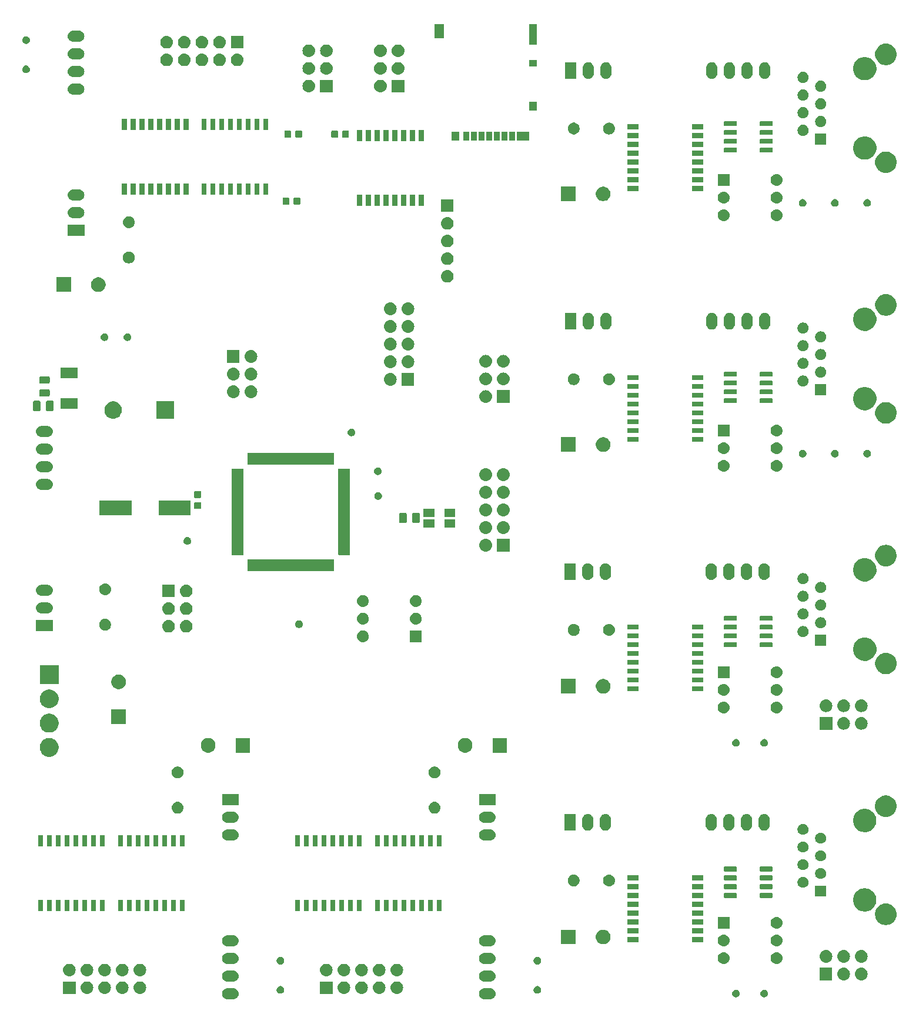
<source format=gbr>
G04 #@! TF.GenerationSoftware,KiCad,Pcbnew,(5.1.0)-1*
G04 #@! TF.CreationDate,2020-04-23T00:51:15+08:00*
G04 #@! TF.ProjectId,main_plat,6d61696e-5f70-46c6-9174-2e6b69636164,rev?*
G04 #@! TF.SameCoordinates,Original*
G04 #@! TF.FileFunction,Soldermask,Top*
G04 #@! TF.FilePolarity,Negative*
%FSLAX46Y46*%
G04 Gerber Fmt 4.6, Leading zero omitted, Abs format (unit mm)*
G04 Created by KiCad (PCBNEW (5.1.0)-1) date 2020-04-23 00:51:15*
%MOMM*%
%LPD*%
G04 APERTURE LIST*
%ADD10C,0.100000*%
G04 APERTURE END LIST*
D10*
G36*
X298178571Y-200662863D02*
G01*
X298257023Y-200670590D01*
X298357682Y-200701125D01*
X298408013Y-200716392D01*
X298547165Y-200790771D01*
X298669133Y-200890867D01*
X298769229Y-201012835D01*
X298843608Y-201151987D01*
X298858875Y-201202318D01*
X298889410Y-201302977D01*
X298904875Y-201460000D01*
X298889410Y-201617023D01*
X298869397Y-201682996D01*
X298843608Y-201768013D01*
X298769229Y-201907165D01*
X298669133Y-202029133D01*
X298547165Y-202129229D01*
X298408013Y-202203608D01*
X298357682Y-202218875D01*
X298257023Y-202249410D01*
X298178571Y-202257137D01*
X298139346Y-202261000D01*
X297260654Y-202261000D01*
X297221429Y-202257137D01*
X297142977Y-202249410D01*
X297042318Y-202218875D01*
X296991987Y-202203608D01*
X296852835Y-202129229D01*
X296730867Y-202029133D01*
X296630771Y-201907165D01*
X296556392Y-201768013D01*
X296530603Y-201682996D01*
X296510590Y-201617023D01*
X296495125Y-201460000D01*
X296510590Y-201302977D01*
X296541125Y-201202318D01*
X296556392Y-201151987D01*
X296630771Y-201012835D01*
X296730867Y-200890867D01*
X296852835Y-200790771D01*
X296991987Y-200716392D01*
X297042318Y-200701125D01*
X297142977Y-200670590D01*
X297221429Y-200662863D01*
X297260654Y-200659000D01*
X298139346Y-200659000D01*
X298178571Y-200662863D01*
X298178571Y-200662863D01*
G37*
G36*
X261178571Y-200662863D02*
G01*
X261257023Y-200670590D01*
X261357682Y-200701125D01*
X261408013Y-200716392D01*
X261547165Y-200790771D01*
X261669133Y-200890867D01*
X261769229Y-201012835D01*
X261843608Y-201151987D01*
X261858875Y-201202318D01*
X261889410Y-201302977D01*
X261904875Y-201460000D01*
X261889410Y-201617023D01*
X261869397Y-201682996D01*
X261843608Y-201768013D01*
X261769229Y-201907165D01*
X261669133Y-202029133D01*
X261547165Y-202129229D01*
X261408013Y-202203608D01*
X261357682Y-202218875D01*
X261257023Y-202249410D01*
X261178571Y-202257137D01*
X261139346Y-202261000D01*
X260260654Y-202261000D01*
X260221429Y-202257137D01*
X260142977Y-202249410D01*
X260042318Y-202218875D01*
X259991987Y-202203608D01*
X259852835Y-202129229D01*
X259730867Y-202029133D01*
X259630771Y-201907165D01*
X259556392Y-201768013D01*
X259530603Y-201682996D01*
X259510590Y-201617023D01*
X259495125Y-201460000D01*
X259510590Y-201302977D01*
X259541125Y-201202318D01*
X259556392Y-201151987D01*
X259630771Y-201012835D01*
X259730867Y-200890867D01*
X259852835Y-200790771D01*
X259991987Y-200716392D01*
X260042318Y-200701125D01*
X260142977Y-200670590D01*
X260221429Y-200662863D01*
X260260654Y-200659000D01*
X261139346Y-200659000D01*
X261178571Y-200662863D01*
X261178571Y-200662863D01*
G37*
G36*
X337726721Y-200892174D02*
G01*
X337826995Y-200933709D01*
X337871812Y-200963655D01*
X337917242Y-200994010D01*
X337993990Y-201070758D01*
X337993991Y-201070760D01*
X338054291Y-201161005D01*
X338095826Y-201261279D01*
X338117000Y-201367730D01*
X338117000Y-201476270D01*
X338095826Y-201582721D01*
X338054291Y-201682995D01*
X338054290Y-201682996D01*
X337993990Y-201773242D01*
X337917242Y-201849990D01*
X337871812Y-201880345D01*
X337826995Y-201910291D01*
X337726721Y-201951826D01*
X337620270Y-201973000D01*
X337511730Y-201973000D01*
X337405279Y-201951826D01*
X337305005Y-201910291D01*
X337260188Y-201880345D01*
X337214758Y-201849990D01*
X337138010Y-201773242D01*
X337077710Y-201682996D01*
X337077709Y-201682995D01*
X337036174Y-201582721D01*
X337015000Y-201476270D01*
X337015000Y-201367730D01*
X337036174Y-201261279D01*
X337077709Y-201161005D01*
X337138009Y-201070760D01*
X337138010Y-201070758D01*
X337214758Y-200994010D01*
X337260188Y-200963655D01*
X337305005Y-200933709D01*
X337405279Y-200892174D01*
X337511730Y-200871000D01*
X337620270Y-200871000D01*
X337726721Y-200892174D01*
X337726721Y-200892174D01*
G37*
G36*
X333662721Y-200892174D02*
G01*
X333762995Y-200933709D01*
X333807812Y-200963655D01*
X333853242Y-200994010D01*
X333929990Y-201070758D01*
X333929991Y-201070760D01*
X333990291Y-201161005D01*
X334031826Y-201261279D01*
X334053000Y-201367730D01*
X334053000Y-201476270D01*
X334031826Y-201582721D01*
X333990291Y-201682995D01*
X333990290Y-201682996D01*
X333929990Y-201773242D01*
X333853242Y-201849990D01*
X333807812Y-201880345D01*
X333762995Y-201910291D01*
X333662721Y-201951826D01*
X333556270Y-201973000D01*
X333447730Y-201973000D01*
X333341279Y-201951826D01*
X333241005Y-201910291D01*
X333196188Y-201880345D01*
X333150758Y-201849990D01*
X333074010Y-201773242D01*
X333013710Y-201682996D01*
X333013709Y-201682995D01*
X332972174Y-201582721D01*
X332951000Y-201476270D01*
X332951000Y-201367730D01*
X332972174Y-201261279D01*
X333013709Y-201161005D01*
X333074009Y-201070760D01*
X333074010Y-201070758D01*
X333150758Y-200994010D01*
X333196188Y-200963655D01*
X333241005Y-200933709D01*
X333341279Y-200892174D01*
X333447730Y-200871000D01*
X333556270Y-200871000D01*
X333662721Y-200892174D01*
X333662721Y-200892174D01*
G37*
G36*
X284839294Y-199698633D02*
G01*
X285011695Y-199750931D01*
X285170583Y-199835858D01*
X285309849Y-199950151D01*
X285424142Y-200089417D01*
X285509069Y-200248305D01*
X285561367Y-200420706D01*
X285579025Y-200600000D01*
X285561367Y-200779294D01*
X285509069Y-200951695D01*
X285424142Y-201110583D01*
X285309849Y-201249849D01*
X285170583Y-201364142D01*
X285011695Y-201449069D01*
X284839294Y-201501367D01*
X284704931Y-201514600D01*
X284615069Y-201514600D01*
X284480706Y-201501367D01*
X284308305Y-201449069D01*
X284149417Y-201364142D01*
X284010151Y-201249849D01*
X283895858Y-201110583D01*
X283810931Y-200951695D01*
X283758633Y-200779294D01*
X283740975Y-200600000D01*
X283758633Y-200420706D01*
X283810931Y-200248305D01*
X283895858Y-200089417D01*
X284010151Y-199950151D01*
X284149417Y-199835858D01*
X284308305Y-199750931D01*
X284480706Y-199698633D01*
X284615069Y-199685400D01*
X284704931Y-199685400D01*
X284839294Y-199698633D01*
X284839294Y-199698633D01*
G37*
G36*
X245299294Y-199698633D02*
G01*
X245471695Y-199750931D01*
X245630583Y-199835858D01*
X245769849Y-199950151D01*
X245884142Y-200089417D01*
X245969069Y-200248305D01*
X246021367Y-200420706D01*
X246039025Y-200600000D01*
X246021367Y-200779294D01*
X245969069Y-200951695D01*
X245884142Y-201110583D01*
X245769849Y-201249849D01*
X245630583Y-201364142D01*
X245471695Y-201449069D01*
X245299294Y-201501367D01*
X245164931Y-201514600D01*
X245075069Y-201514600D01*
X244940706Y-201501367D01*
X244768305Y-201449069D01*
X244609417Y-201364142D01*
X244470151Y-201249849D01*
X244355858Y-201110583D01*
X244270931Y-200951695D01*
X244218633Y-200779294D01*
X244200975Y-200600000D01*
X244218633Y-200420706D01*
X244270931Y-200248305D01*
X244355858Y-200089417D01*
X244470151Y-199950151D01*
X244609417Y-199835858D01*
X244768305Y-199750931D01*
X244940706Y-199698633D01*
X245075069Y-199685400D01*
X245164931Y-199685400D01*
X245299294Y-199698633D01*
X245299294Y-199698633D01*
G37*
G36*
X247839294Y-199698633D02*
G01*
X248011695Y-199750931D01*
X248170583Y-199835858D01*
X248309849Y-199950151D01*
X248424142Y-200089417D01*
X248509069Y-200248305D01*
X248561367Y-200420706D01*
X248579025Y-200600000D01*
X248561367Y-200779294D01*
X248509069Y-200951695D01*
X248424142Y-201110583D01*
X248309849Y-201249849D01*
X248170583Y-201364142D01*
X248011695Y-201449069D01*
X247839294Y-201501367D01*
X247704931Y-201514600D01*
X247615069Y-201514600D01*
X247480706Y-201501367D01*
X247308305Y-201449069D01*
X247149417Y-201364142D01*
X247010151Y-201249849D01*
X246895858Y-201110583D01*
X246810931Y-200951695D01*
X246758633Y-200779294D01*
X246740975Y-200600000D01*
X246758633Y-200420706D01*
X246810931Y-200248305D01*
X246895858Y-200089417D01*
X247010151Y-199950151D01*
X247149417Y-199835858D01*
X247308305Y-199750931D01*
X247480706Y-199698633D01*
X247615069Y-199685400D01*
X247704931Y-199685400D01*
X247839294Y-199698633D01*
X247839294Y-199698633D01*
G37*
G36*
X242759294Y-199698633D02*
G01*
X242931695Y-199750931D01*
X243090583Y-199835858D01*
X243229849Y-199950151D01*
X243344142Y-200089417D01*
X243429069Y-200248305D01*
X243481367Y-200420706D01*
X243499025Y-200600000D01*
X243481367Y-200779294D01*
X243429069Y-200951695D01*
X243344142Y-201110583D01*
X243229849Y-201249849D01*
X243090583Y-201364142D01*
X242931695Y-201449069D01*
X242759294Y-201501367D01*
X242624931Y-201514600D01*
X242535069Y-201514600D01*
X242400706Y-201501367D01*
X242228305Y-201449069D01*
X242069417Y-201364142D01*
X241930151Y-201249849D01*
X241815858Y-201110583D01*
X241730931Y-200951695D01*
X241678633Y-200779294D01*
X241660975Y-200600000D01*
X241678633Y-200420706D01*
X241730931Y-200248305D01*
X241815858Y-200089417D01*
X241930151Y-199950151D01*
X242069417Y-199835858D01*
X242228305Y-199750931D01*
X242400706Y-199698633D01*
X242535069Y-199685400D01*
X242624931Y-199685400D01*
X242759294Y-199698633D01*
X242759294Y-199698633D01*
G37*
G36*
X240219294Y-199698633D02*
G01*
X240391695Y-199750931D01*
X240550583Y-199835858D01*
X240689849Y-199950151D01*
X240804142Y-200089417D01*
X240889069Y-200248305D01*
X240941367Y-200420706D01*
X240959025Y-200600000D01*
X240941367Y-200779294D01*
X240889069Y-200951695D01*
X240804142Y-201110583D01*
X240689849Y-201249849D01*
X240550583Y-201364142D01*
X240391695Y-201449069D01*
X240219294Y-201501367D01*
X240084931Y-201514600D01*
X239995069Y-201514600D01*
X239860706Y-201501367D01*
X239688305Y-201449069D01*
X239529417Y-201364142D01*
X239390151Y-201249849D01*
X239275858Y-201110583D01*
X239190931Y-200951695D01*
X239138633Y-200779294D01*
X239120975Y-200600000D01*
X239138633Y-200420706D01*
X239190931Y-200248305D01*
X239275858Y-200089417D01*
X239390151Y-199950151D01*
X239529417Y-199835858D01*
X239688305Y-199750931D01*
X239860706Y-199698633D01*
X239995069Y-199685400D01*
X240084931Y-199685400D01*
X240219294Y-199698633D01*
X240219294Y-199698633D01*
G37*
G36*
X238414600Y-201514600D02*
G01*
X236585400Y-201514600D01*
X236585400Y-199685400D01*
X238414600Y-199685400D01*
X238414600Y-201514600D01*
X238414600Y-201514600D01*
G37*
G36*
X279759294Y-199698633D02*
G01*
X279931695Y-199750931D01*
X280090583Y-199835858D01*
X280229849Y-199950151D01*
X280344142Y-200089417D01*
X280429069Y-200248305D01*
X280481367Y-200420706D01*
X280499025Y-200600000D01*
X280481367Y-200779294D01*
X280429069Y-200951695D01*
X280344142Y-201110583D01*
X280229849Y-201249849D01*
X280090583Y-201364142D01*
X279931695Y-201449069D01*
X279759294Y-201501367D01*
X279624931Y-201514600D01*
X279535069Y-201514600D01*
X279400706Y-201501367D01*
X279228305Y-201449069D01*
X279069417Y-201364142D01*
X278930151Y-201249849D01*
X278815858Y-201110583D01*
X278730931Y-200951695D01*
X278678633Y-200779294D01*
X278660975Y-200600000D01*
X278678633Y-200420706D01*
X278730931Y-200248305D01*
X278815858Y-200089417D01*
X278930151Y-199950151D01*
X279069417Y-199835858D01*
X279228305Y-199750931D01*
X279400706Y-199698633D01*
X279535069Y-199685400D01*
X279624931Y-199685400D01*
X279759294Y-199698633D01*
X279759294Y-199698633D01*
G37*
G36*
X277219294Y-199698633D02*
G01*
X277391695Y-199750931D01*
X277550583Y-199835858D01*
X277689849Y-199950151D01*
X277804142Y-200089417D01*
X277889069Y-200248305D01*
X277941367Y-200420706D01*
X277959025Y-200600000D01*
X277941367Y-200779294D01*
X277889069Y-200951695D01*
X277804142Y-201110583D01*
X277689849Y-201249849D01*
X277550583Y-201364142D01*
X277391695Y-201449069D01*
X277219294Y-201501367D01*
X277084931Y-201514600D01*
X276995069Y-201514600D01*
X276860706Y-201501367D01*
X276688305Y-201449069D01*
X276529417Y-201364142D01*
X276390151Y-201249849D01*
X276275858Y-201110583D01*
X276190931Y-200951695D01*
X276138633Y-200779294D01*
X276120975Y-200600000D01*
X276138633Y-200420706D01*
X276190931Y-200248305D01*
X276275858Y-200089417D01*
X276390151Y-199950151D01*
X276529417Y-199835858D01*
X276688305Y-199750931D01*
X276860706Y-199698633D01*
X276995069Y-199685400D01*
X277084931Y-199685400D01*
X277219294Y-199698633D01*
X277219294Y-199698633D01*
G37*
G36*
X275414600Y-201514600D02*
G01*
X273585400Y-201514600D01*
X273585400Y-199685400D01*
X275414600Y-199685400D01*
X275414600Y-201514600D01*
X275414600Y-201514600D01*
G37*
G36*
X282299294Y-199698633D02*
G01*
X282471695Y-199750931D01*
X282630583Y-199835858D01*
X282769849Y-199950151D01*
X282884142Y-200089417D01*
X282969069Y-200248305D01*
X283021367Y-200420706D01*
X283039025Y-200600000D01*
X283021367Y-200779294D01*
X282969069Y-200951695D01*
X282884142Y-201110583D01*
X282769849Y-201249849D01*
X282630583Y-201364142D01*
X282471695Y-201449069D01*
X282299294Y-201501367D01*
X282164931Y-201514600D01*
X282075069Y-201514600D01*
X281940706Y-201501367D01*
X281768305Y-201449069D01*
X281609417Y-201364142D01*
X281470151Y-201249849D01*
X281355858Y-201110583D01*
X281270931Y-200951695D01*
X281218633Y-200779294D01*
X281200975Y-200600000D01*
X281218633Y-200420706D01*
X281270931Y-200248305D01*
X281355858Y-200089417D01*
X281470151Y-199950151D01*
X281609417Y-199835858D01*
X281768305Y-199750931D01*
X281940706Y-199698633D01*
X282075069Y-199685400D01*
X282164931Y-199685400D01*
X282299294Y-199698633D01*
X282299294Y-199698633D01*
G37*
G36*
X305060721Y-200370174D02*
G01*
X305160995Y-200411709D01*
X305160996Y-200411710D01*
X305251242Y-200472010D01*
X305327990Y-200548758D01*
X305327991Y-200548760D01*
X305388291Y-200639005D01*
X305429826Y-200739279D01*
X305451000Y-200845730D01*
X305451000Y-200954270D01*
X305429826Y-201060721D01*
X305388291Y-201160995D01*
X305388290Y-201160996D01*
X305327990Y-201251242D01*
X305251242Y-201327990D01*
X305205812Y-201358345D01*
X305160995Y-201388291D01*
X305060721Y-201429826D01*
X304954270Y-201451000D01*
X304845730Y-201451000D01*
X304739279Y-201429826D01*
X304639005Y-201388291D01*
X304594188Y-201358345D01*
X304548758Y-201327990D01*
X304472010Y-201251242D01*
X304411710Y-201160996D01*
X304411709Y-201160995D01*
X304370174Y-201060721D01*
X304349000Y-200954270D01*
X304349000Y-200845730D01*
X304370174Y-200739279D01*
X304411709Y-200639005D01*
X304472009Y-200548760D01*
X304472010Y-200548758D01*
X304548758Y-200472010D01*
X304639004Y-200411710D01*
X304639005Y-200411709D01*
X304739279Y-200370174D01*
X304845730Y-200349000D01*
X304954270Y-200349000D01*
X305060721Y-200370174D01*
X305060721Y-200370174D01*
G37*
G36*
X268060721Y-200370174D02*
G01*
X268160995Y-200411709D01*
X268160996Y-200411710D01*
X268251242Y-200472010D01*
X268327990Y-200548758D01*
X268327991Y-200548760D01*
X268388291Y-200639005D01*
X268429826Y-200739279D01*
X268451000Y-200845730D01*
X268451000Y-200954270D01*
X268429826Y-201060721D01*
X268388291Y-201160995D01*
X268388290Y-201160996D01*
X268327990Y-201251242D01*
X268251242Y-201327990D01*
X268205812Y-201358345D01*
X268160995Y-201388291D01*
X268060721Y-201429826D01*
X267954270Y-201451000D01*
X267845730Y-201451000D01*
X267739279Y-201429826D01*
X267639005Y-201388291D01*
X267594188Y-201358345D01*
X267548758Y-201327990D01*
X267472010Y-201251242D01*
X267411710Y-201160996D01*
X267411709Y-201160995D01*
X267370174Y-201060721D01*
X267349000Y-200954270D01*
X267349000Y-200845730D01*
X267370174Y-200739279D01*
X267411709Y-200639005D01*
X267472009Y-200548760D01*
X267472010Y-200548758D01*
X267548758Y-200472010D01*
X267639004Y-200411710D01*
X267639005Y-200411709D01*
X267739279Y-200370174D01*
X267845730Y-200349000D01*
X267954270Y-200349000D01*
X268060721Y-200370174D01*
X268060721Y-200370174D01*
G37*
G36*
X298178571Y-198122863D02*
G01*
X298257023Y-198130590D01*
X298357682Y-198161125D01*
X298408013Y-198176392D01*
X298547165Y-198250771D01*
X298669133Y-198350867D01*
X298769229Y-198472835D01*
X298843608Y-198611987D01*
X298843608Y-198611988D01*
X298889410Y-198762977D01*
X298904875Y-198920000D01*
X298889410Y-199077023D01*
X298870736Y-199138583D01*
X298843608Y-199228013D01*
X298769229Y-199367165D01*
X298669133Y-199489133D01*
X298547165Y-199589229D01*
X298408013Y-199663608D01*
X298357682Y-199678875D01*
X298257023Y-199709410D01*
X298178571Y-199717137D01*
X298139346Y-199721000D01*
X297260654Y-199721000D01*
X297221429Y-199717137D01*
X297142977Y-199709410D01*
X297042318Y-199678875D01*
X296991987Y-199663608D01*
X296852835Y-199589229D01*
X296730867Y-199489133D01*
X296630771Y-199367165D01*
X296556392Y-199228013D01*
X296529264Y-199138583D01*
X296510590Y-199077023D01*
X296495125Y-198920000D01*
X296510590Y-198762977D01*
X296556392Y-198611988D01*
X296556392Y-198611987D01*
X296630771Y-198472835D01*
X296730867Y-198350867D01*
X296852835Y-198250771D01*
X296991987Y-198176392D01*
X297042318Y-198161125D01*
X297142977Y-198130590D01*
X297221429Y-198122863D01*
X297260654Y-198119000D01*
X298139346Y-198119000D01*
X298178571Y-198122863D01*
X298178571Y-198122863D01*
G37*
G36*
X261178571Y-198122863D02*
G01*
X261257023Y-198130590D01*
X261357682Y-198161125D01*
X261408013Y-198176392D01*
X261547165Y-198250771D01*
X261669133Y-198350867D01*
X261769229Y-198472835D01*
X261843608Y-198611987D01*
X261843608Y-198611988D01*
X261889410Y-198762977D01*
X261904875Y-198920000D01*
X261889410Y-199077023D01*
X261870736Y-199138583D01*
X261843608Y-199228013D01*
X261769229Y-199367165D01*
X261669133Y-199489133D01*
X261547165Y-199589229D01*
X261408013Y-199663608D01*
X261357682Y-199678875D01*
X261257023Y-199709410D01*
X261178571Y-199717137D01*
X261139346Y-199721000D01*
X260260654Y-199721000D01*
X260221429Y-199717137D01*
X260142977Y-199709410D01*
X260042318Y-199678875D01*
X259991987Y-199663608D01*
X259852835Y-199589229D01*
X259730867Y-199489133D01*
X259630771Y-199367165D01*
X259556392Y-199228013D01*
X259529264Y-199138583D01*
X259510590Y-199077023D01*
X259495125Y-198920000D01*
X259510590Y-198762977D01*
X259556392Y-198611988D01*
X259556392Y-198611987D01*
X259630771Y-198472835D01*
X259730867Y-198350867D01*
X259852835Y-198250771D01*
X259991987Y-198176392D01*
X260042318Y-198161125D01*
X260142977Y-198130590D01*
X260221429Y-198122863D01*
X260260654Y-198119000D01*
X261139346Y-198119000D01*
X261178571Y-198122863D01*
X261178571Y-198122863D01*
G37*
G36*
X347370600Y-199542600D02*
G01*
X345541400Y-199542600D01*
X345541400Y-197713400D01*
X347370600Y-197713400D01*
X347370600Y-199542600D01*
X347370600Y-199542600D01*
G37*
G36*
X349175294Y-197726633D02*
G01*
X349347695Y-197778931D01*
X349506583Y-197863858D01*
X349645849Y-197978151D01*
X349760142Y-198117417D01*
X349845069Y-198276305D01*
X349897367Y-198448706D01*
X349915025Y-198628000D01*
X349897367Y-198807294D01*
X349845069Y-198979695D01*
X349760142Y-199138583D01*
X349645849Y-199277849D01*
X349506583Y-199392142D01*
X349347695Y-199477069D01*
X349175294Y-199529367D01*
X349040931Y-199542600D01*
X348951069Y-199542600D01*
X348816706Y-199529367D01*
X348644305Y-199477069D01*
X348485417Y-199392142D01*
X348346151Y-199277849D01*
X348231858Y-199138583D01*
X348146931Y-198979695D01*
X348094633Y-198807294D01*
X348076975Y-198628000D01*
X348094633Y-198448706D01*
X348146931Y-198276305D01*
X348231858Y-198117417D01*
X348346151Y-197978151D01*
X348485417Y-197863858D01*
X348644305Y-197778931D01*
X348816706Y-197726633D01*
X348951069Y-197713400D01*
X349040931Y-197713400D01*
X349175294Y-197726633D01*
X349175294Y-197726633D01*
G37*
G36*
X351715294Y-197726633D02*
G01*
X351887695Y-197778931D01*
X352046583Y-197863858D01*
X352185849Y-197978151D01*
X352300142Y-198117417D01*
X352385069Y-198276305D01*
X352437367Y-198448706D01*
X352455025Y-198628000D01*
X352437367Y-198807294D01*
X352385069Y-198979695D01*
X352300142Y-199138583D01*
X352185849Y-199277849D01*
X352046583Y-199392142D01*
X351887695Y-199477069D01*
X351715294Y-199529367D01*
X351580931Y-199542600D01*
X351491069Y-199542600D01*
X351356706Y-199529367D01*
X351184305Y-199477069D01*
X351025417Y-199392142D01*
X350886151Y-199277849D01*
X350771858Y-199138583D01*
X350686931Y-198979695D01*
X350634633Y-198807294D01*
X350616975Y-198628000D01*
X350634633Y-198448706D01*
X350686931Y-198276305D01*
X350771858Y-198117417D01*
X350886151Y-197978151D01*
X351025417Y-197863858D01*
X351184305Y-197778931D01*
X351356706Y-197726633D01*
X351491069Y-197713400D01*
X351580931Y-197713400D01*
X351715294Y-197726633D01*
X351715294Y-197726633D01*
G37*
G36*
X274679294Y-197158633D02*
G01*
X274851695Y-197210931D01*
X275010583Y-197295858D01*
X275149849Y-197410151D01*
X275264142Y-197549417D01*
X275349069Y-197708305D01*
X275401367Y-197880706D01*
X275419025Y-198060000D01*
X275401367Y-198239294D01*
X275349069Y-198411695D01*
X275264142Y-198570583D01*
X275149849Y-198709849D01*
X275010583Y-198824142D01*
X274851695Y-198909069D01*
X274679294Y-198961367D01*
X274544931Y-198974600D01*
X274455069Y-198974600D01*
X274320706Y-198961367D01*
X274148305Y-198909069D01*
X273989417Y-198824142D01*
X273850151Y-198709849D01*
X273735858Y-198570583D01*
X273650931Y-198411695D01*
X273598633Y-198239294D01*
X273580975Y-198060000D01*
X273598633Y-197880706D01*
X273650931Y-197708305D01*
X273735858Y-197549417D01*
X273850151Y-197410151D01*
X273989417Y-197295858D01*
X274148305Y-197210931D01*
X274320706Y-197158633D01*
X274455069Y-197145400D01*
X274544931Y-197145400D01*
X274679294Y-197158633D01*
X274679294Y-197158633D01*
G37*
G36*
X237679294Y-197158633D02*
G01*
X237851695Y-197210931D01*
X238010583Y-197295858D01*
X238149849Y-197410151D01*
X238264142Y-197549417D01*
X238349069Y-197708305D01*
X238401367Y-197880706D01*
X238419025Y-198060000D01*
X238401367Y-198239294D01*
X238349069Y-198411695D01*
X238264142Y-198570583D01*
X238149849Y-198709849D01*
X238010583Y-198824142D01*
X237851695Y-198909069D01*
X237679294Y-198961367D01*
X237544931Y-198974600D01*
X237455069Y-198974600D01*
X237320706Y-198961367D01*
X237148305Y-198909069D01*
X236989417Y-198824142D01*
X236850151Y-198709849D01*
X236735858Y-198570583D01*
X236650931Y-198411695D01*
X236598633Y-198239294D01*
X236580975Y-198060000D01*
X236598633Y-197880706D01*
X236650931Y-197708305D01*
X236735858Y-197549417D01*
X236850151Y-197410151D01*
X236989417Y-197295858D01*
X237148305Y-197210931D01*
X237320706Y-197158633D01*
X237455069Y-197145400D01*
X237544931Y-197145400D01*
X237679294Y-197158633D01*
X237679294Y-197158633D01*
G37*
G36*
X240219294Y-197158633D02*
G01*
X240391695Y-197210931D01*
X240550583Y-197295858D01*
X240689849Y-197410151D01*
X240804142Y-197549417D01*
X240889069Y-197708305D01*
X240941367Y-197880706D01*
X240959025Y-198060000D01*
X240941367Y-198239294D01*
X240889069Y-198411695D01*
X240804142Y-198570583D01*
X240689849Y-198709849D01*
X240550583Y-198824142D01*
X240391695Y-198909069D01*
X240219294Y-198961367D01*
X240084931Y-198974600D01*
X239995069Y-198974600D01*
X239860706Y-198961367D01*
X239688305Y-198909069D01*
X239529417Y-198824142D01*
X239390151Y-198709849D01*
X239275858Y-198570583D01*
X239190931Y-198411695D01*
X239138633Y-198239294D01*
X239120975Y-198060000D01*
X239138633Y-197880706D01*
X239190931Y-197708305D01*
X239275858Y-197549417D01*
X239390151Y-197410151D01*
X239529417Y-197295858D01*
X239688305Y-197210931D01*
X239860706Y-197158633D01*
X239995069Y-197145400D01*
X240084931Y-197145400D01*
X240219294Y-197158633D01*
X240219294Y-197158633D01*
G37*
G36*
X245299294Y-197158633D02*
G01*
X245471695Y-197210931D01*
X245630583Y-197295858D01*
X245769849Y-197410151D01*
X245884142Y-197549417D01*
X245969069Y-197708305D01*
X246021367Y-197880706D01*
X246039025Y-198060000D01*
X246021367Y-198239294D01*
X245969069Y-198411695D01*
X245884142Y-198570583D01*
X245769849Y-198709849D01*
X245630583Y-198824142D01*
X245471695Y-198909069D01*
X245299294Y-198961367D01*
X245164931Y-198974600D01*
X245075069Y-198974600D01*
X244940706Y-198961367D01*
X244768305Y-198909069D01*
X244609417Y-198824142D01*
X244470151Y-198709849D01*
X244355858Y-198570583D01*
X244270931Y-198411695D01*
X244218633Y-198239294D01*
X244200975Y-198060000D01*
X244218633Y-197880706D01*
X244270931Y-197708305D01*
X244355858Y-197549417D01*
X244470151Y-197410151D01*
X244609417Y-197295858D01*
X244768305Y-197210931D01*
X244940706Y-197158633D01*
X245075069Y-197145400D01*
X245164931Y-197145400D01*
X245299294Y-197158633D01*
X245299294Y-197158633D01*
G37*
G36*
X247839294Y-197158633D02*
G01*
X248011695Y-197210931D01*
X248170583Y-197295858D01*
X248309849Y-197410151D01*
X248424142Y-197549417D01*
X248509069Y-197708305D01*
X248561367Y-197880706D01*
X248579025Y-198060000D01*
X248561367Y-198239294D01*
X248509069Y-198411695D01*
X248424142Y-198570583D01*
X248309849Y-198709849D01*
X248170583Y-198824142D01*
X248011695Y-198909069D01*
X247839294Y-198961367D01*
X247704931Y-198974600D01*
X247615069Y-198974600D01*
X247480706Y-198961367D01*
X247308305Y-198909069D01*
X247149417Y-198824142D01*
X247010151Y-198709849D01*
X246895858Y-198570583D01*
X246810931Y-198411695D01*
X246758633Y-198239294D01*
X246740975Y-198060000D01*
X246758633Y-197880706D01*
X246810931Y-197708305D01*
X246895858Y-197549417D01*
X247010151Y-197410151D01*
X247149417Y-197295858D01*
X247308305Y-197210931D01*
X247480706Y-197158633D01*
X247615069Y-197145400D01*
X247704931Y-197145400D01*
X247839294Y-197158633D01*
X247839294Y-197158633D01*
G37*
G36*
X277219294Y-197158633D02*
G01*
X277391695Y-197210931D01*
X277550583Y-197295858D01*
X277689849Y-197410151D01*
X277804142Y-197549417D01*
X277889069Y-197708305D01*
X277941367Y-197880706D01*
X277959025Y-198060000D01*
X277941367Y-198239294D01*
X277889069Y-198411695D01*
X277804142Y-198570583D01*
X277689849Y-198709849D01*
X277550583Y-198824142D01*
X277391695Y-198909069D01*
X277219294Y-198961367D01*
X277084931Y-198974600D01*
X276995069Y-198974600D01*
X276860706Y-198961367D01*
X276688305Y-198909069D01*
X276529417Y-198824142D01*
X276390151Y-198709849D01*
X276275858Y-198570583D01*
X276190931Y-198411695D01*
X276138633Y-198239294D01*
X276120975Y-198060000D01*
X276138633Y-197880706D01*
X276190931Y-197708305D01*
X276275858Y-197549417D01*
X276390151Y-197410151D01*
X276529417Y-197295858D01*
X276688305Y-197210931D01*
X276860706Y-197158633D01*
X276995069Y-197145400D01*
X277084931Y-197145400D01*
X277219294Y-197158633D01*
X277219294Y-197158633D01*
G37*
G36*
X279759294Y-197158633D02*
G01*
X279931695Y-197210931D01*
X280090583Y-197295858D01*
X280229849Y-197410151D01*
X280344142Y-197549417D01*
X280429069Y-197708305D01*
X280481367Y-197880706D01*
X280499025Y-198060000D01*
X280481367Y-198239294D01*
X280429069Y-198411695D01*
X280344142Y-198570583D01*
X280229849Y-198709849D01*
X280090583Y-198824142D01*
X279931695Y-198909069D01*
X279759294Y-198961367D01*
X279624931Y-198974600D01*
X279535069Y-198974600D01*
X279400706Y-198961367D01*
X279228305Y-198909069D01*
X279069417Y-198824142D01*
X278930151Y-198709849D01*
X278815858Y-198570583D01*
X278730931Y-198411695D01*
X278678633Y-198239294D01*
X278660975Y-198060000D01*
X278678633Y-197880706D01*
X278730931Y-197708305D01*
X278815858Y-197549417D01*
X278930151Y-197410151D01*
X279069417Y-197295858D01*
X279228305Y-197210931D01*
X279400706Y-197158633D01*
X279535069Y-197145400D01*
X279624931Y-197145400D01*
X279759294Y-197158633D01*
X279759294Y-197158633D01*
G37*
G36*
X282299294Y-197158633D02*
G01*
X282471695Y-197210931D01*
X282630583Y-197295858D01*
X282769849Y-197410151D01*
X282884142Y-197549417D01*
X282969069Y-197708305D01*
X283021367Y-197880706D01*
X283039025Y-198060000D01*
X283021367Y-198239294D01*
X282969069Y-198411695D01*
X282884142Y-198570583D01*
X282769849Y-198709849D01*
X282630583Y-198824142D01*
X282471695Y-198909069D01*
X282299294Y-198961367D01*
X282164931Y-198974600D01*
X282075069Y-198974600D01*
X281940706Y-198961367D01*
X281768305Y-198909069D01*
X281609417Y-198824142D01*
X281470151Y-198709849D01*
X281355858Y-198570583D01*
X281270931Y-198411695D01*
X281218633Y-198239294D01*
X281200975Y-198060000D01*
X281218633Y-197880706D01*
X281270931Y-197708305D01*
X281355858Y-197549417D01*
X281470151Y-197410151D01*
X281609417Y-197295858D01*
X281768305Y-197210931D01*
X281940706Y-197158633D01*
X282075069Y-197145400D01*
X282164931Y-197145400D01*
X282299294Y-197158633D01*
X282299294Y-197158633D01*
G37*
G36*
X284839294Y-197158633D02*
G01*
X285011695Y-197210931D01*
X285170583Y-197295858D01*
X285309849Y-197410151D01*
X285424142Y-197549417D01*
X285509069Y-197708305D01*
X285561367Y-197880706D01*
X285579025Y-198060000D01*
X285561367Y-198239294D01*
X285509069Y-198411695D01*
X285424142Y-198570583D01*
X285309849Y-198709849D01*
X285170583Y-198824142D01*
X285011695Y-198909069D01*
X284839294Y-198961367D01*
X284704931Y-198974600D01*
X284615069Y-198974600D01*
X284480706Y-198961367D01*
X284308305Y-198909069D01*
X284149417Y-198824142D01*
X284010151Y-198709849D01*
X283895858Y-198570583D01*
X283810931Y-198411695D01*
X283758633Y-198239294D01*
X283740975Y-198060000D01*
X283758633Y-197880706D01*
X283810931Y-197708305D01*
X283895858Y-197549417D01*
X284010151Y-197410151D01*
X284149417Y-197295858D01*
X284308305Y-197210931D01*
X284480706Y-197158633D01*
X284615069Y-197145400D01*
X284704931Y-197145400D01*
X284839294Y-197158633D01*
X284839294Y-197158633D01*
G37*
G36*
X242759294Y-197158633D02*
G01*
X242931695Y-197210931D01*
X243090583Y-197295858D01*
X243229849Y-197410151D01*
X243344142Y-197549417D01*
X243429069Y-197708305D01*
X243481367Y-197880706D01*
X243499025Y-198060000D01*
X243481367Y-198239294D01*
X243429069Y-198411695D01*
X243344142Y-198570583D01*
X243229849Y-198709849D01*
X243090583Y-198824142D01*
X242931695Y-198909069D01*
X242759294Y-198961367D01*
X242624931Y-198974600D01*
X242535069Y-198974600D01*
X242400706Y-198961367D01*
X242228305Y-198909069D01*
X242069417Y-198824142D01*
X241930151Y-198709849D01*
X241815858Y-198570583D01*
X241730931Y-198411695D01*
X241678633Y-198239294D01*
X241660975Y-198060000D01*
X241678633Y-197880706D01*
X241730931Y-197708305D01*
X241815858Y-197549417D01*
X241930151Y-197410151D01*
X242069417Y-197295858D01*
X242228305Y-197210931D01*
X242400706Y-197158633D01*
X242535069Y-197145400D01*
X242624931Y-197145400D01*
X242759294Y-197158633D01*
X242759294Y-197158633D01*
G37*
G36*
X305060721Y-196170174D02*
G01*
X305160995Y-196211709D01*
X305205812Y-196241655D01*
X305251242Y-196272010D01*
X305327990Y-196348758D01*
X305327991Y-196348760D01*
X305388291Y-196439005D01*
X305429826Y-196539279D01*
X305451000Y-196645730D01*
X305451000Y-196754270D01*
X305429826Y-196860721D01*
X305388291Y-196960995D01*
X305388290Y-196960996D01*
X305327990Y-197051242D01*
X305251242Y-197127990D01*
X305245203Y-197132025D01*
X305160995Y-197188291D01*
X305060721Y-197229826D01*
X304954270Y-197251000D01*
X304845730Y-197251000D01*
X304739279Y-197229826D01*
X304639005Y-197188291D01*
X304554797Y-197132025D01*
X304548758Y-197127990D01*
X304472010Y-197051242D01*
X304411710Y-196960996D01*
X304411709Y-196960995D01*
X304370174Y-196860721D01*
X304349000Y-196754270D01*
X304349000Y-196645730D01*
X304370174Y-196539279D01*
X304411709Y-196439005D01*
X304472009Y-196348760D01*
X304472010Y-196348758D01*
X304548758Y-196272010D01*
X304594188Y-196241655D01*
X304639005Y-196211709D01*
X304739279Y-196170174D01*
X304845730Y-196149000D01*
X304954270Y-196149000D01*
X305060721Y-196170174D01*
X305060721Y-196170174D01*
G37*
G36*
X268060721Y-196170174D02*
G01*
X268160995Y-196211709D01*
X268205812Y-196241655D01*
X268251242Y-196272010D01*
X268327990Y-196348758D01*
X268327991Y-196348760D01*
X268388291Y-196439005D01*
X268429826Y-196539279D01*
X268451000Y-196645730D01*
X268451000Y-196754270D01*
X268429826Y-196860721D01*
X268388291Y-196960995D01*
X268388290Y-196960996D01*
X268327990Y-197051242D01*
X268251242Y-197127990D01*
X268245203Y-197132025D01*
X268160995Y-197188291D01*
X268060721Y-197229826D01*
X267954270Y-197251000D01*
X267845730Y-197251000D01*
X267739279Y-197229826D01*
X267639005Y-197188291D01*
X267554797Y-197132025D01*
X267548758Y-197127990D01*
X267472010Y-197051242D01*
X267411710Y-196960996D01*
X267411709Y-196960995D01*
X267370174Y-196860721D01*
X267349000Y-196754270D01*
X267349000Y-196645730D01*
X267370174Y-196539279D01*
X267411709Y-196439005D01*
X267472009Y-196348760D01*
X267472010Y-196348758D01*
X267548758Y-196272010D01*
X267594188Y-196241655D01*
X267639005Y-196211709D01*
X267739279Y-196170174D01*
X267845730Y-196149000D01*
X267954270Y-196149000D01*
X268060721Y-196170174D01*
X268060721Y-196170174D01*
G37*
G36*
X339510823Y-195503313D02*
G01*
X339671242Y-195551976D01*
X339803906Y-195622886D01*
X339819078Y-195630996D01*
X339948659Y-195737341D01*
X340055004Y-195866922D01*
X340055005Y-195866924D01*
X340134024Y-196014758D01*
X340182687Y-196175177D01*
X340199117Y-196342000D01*
X340182687Y-196508823D01*
X340134024Y-196669242D01*
X340063114Y-196801906D01*
X340055004Y-196817078D01*
X339948659Y-196946659D01*
X339819078Y-197053004D01*
X339819076Y-197053005D01*
X339671242Y-197132024D01*
X339510823Y-197180687D01*
X339385804Y-197193000D01*
X339302196Y-197193000D01*
X339177177Y-197180687D01*
X339016758Y-197132024D01*
X338868924Y-197053005D01*
X338868922Y-197053004D01*
X338739341Y-196946659D01*
X338632996Y-196817078D01*
X338624886Y-196801906D01*
X338553976Y-196669242D01*
X338505313Y-196508823D01*
X338488883Y-196342000D01*
X338505313Y-196175177D01*
X338553976Y-196014758D01*
X338632995Y-195866924D01*
X338632996Y-195866922D01*
X338739341Y-195737341D01*
X338868922Y-195630996D01*
X338884094Y-195622886D01*
X339016758Y-195551976D01*
X339177177Y-195503313D01*
X339302196Y-195491000D01*
X339385804Y-195491000D01*
X339510823Y-195503313D01*
X339510823Y-195503313D01*
G37*
G36*
X331890823Y-195503313D02*
G01*
X332051242Y-195551976D01*
X332183906Y-195622886D01*
X332199078Y-195630996D01*
X332328659Y-195737341D01*
X332435004Y-195866922D01*
X332435005Y-195866924D01*
X332514024Y-196014758D01*
X332562687Y-196175177D01*
X332579117Y-196342000D01*
X332562687Y-196508823D01*
X332514024Y-196669242D01*
X332443114Y-196801906D01*
X332435004Y-196817078D01*
X332328659Y-196946659D01*
X332199078Y-197053004D01*
X332199076Y-197053005D01*
X332051242Y-197132024D01*
X331890823Y-197180687D01*
X331765804Y-197193000D01*
X331682196Y-197193000D01*
X331557177Y-197180687D01*
X331396758Y-197132024D01*
X331248924Y-197053005D01*
X331248922Y-197053004D01*
X331119341Y-196946659D01*
X331012996Y-196817078D01*
X331004886Y-196801906D01*
X330933976Y-196669242D01*
X330885313Y-196508823D01*
X330868883Y-196342000D01*
X330885313Y-196175177D01*
X330933976Y-196014758D01*
X331012995Y-195866924D01*
X331012996Y-195866922D01*
X331119341Y-195737341D01*
X331248922Y-195630996D01*
X331264094Y-195622886D01*
X331396758Y-195551976D01*
X331557177Y-195503313D01*
X331682196Y-195491000D01*
X331765804Y-195491000D01*
X331890823Y-195503313D01*
X331890823Y-195503313D01*
G37*
G36*
X298178571Y-195582863D02*
G01*
X298257023Y-195590590D01*
X298357682Y-195621125D01*
X298408013Y-195636392D01*
X298547165Y-195710771D01*
X298669133Y-195810867D01*
X298769229Y-195932835D01*
X298843608Y-196071987D01*
X298843608Y-196071988D01*
X298889410Y-196222977D01*
X298904875Y-196380000D01*
X298889410Y-196537023D01*
X298870736Y-196598583D01*
X298843608Y-196688013D01*
X298769229Y-196827165D01*
X298669133Y-196949133D01*
X298547165Y-197049229D01*
X298408013Y-197123608D01*
X298380265Y-197132025D01*
X298257023Y-197169410D01*
X298178571Y-197177137D01*
X298139346Y-197181000D01*
X297260654Y-197181000D01*
X297221429Y-197177137D01*
X297142977Y-197169410D01*
X297019735Y-197132025D01*
X296991987Y-197123608D01*
X296852835Y-197049229D01*
X296730867Y-196949133D01*
X296630771Y-196827165D01*
X296556392Y-196688013D01*
X296529264Y-196598583D01*
X296510590Y-196537023D01*
X296495125Y-196380000D01*
X296510590Y-196222977D01*
X296556392Y-196071988D01*
X296556392Y-196071987D01*
X296630771Y-195932835D01*
X296730867Y-195810867D01*
X296852835Y-195710771D01*
X296991987Y-195636392D01*
X297042318Y-195621125D01*
X297142977Y-195590590D01*
X297221429Y-195582863D01*
X297260654Y-195579000D01*
X298139346Y-195579000D01*
X298178571Y-195582863D01*
X298178571Y-195582863D01*
G37*
G36*
X261178571Y-195582863D02*
G01*
X261257023Y-195590590D01*
X261357682Y-195621125D01*
X261408013Y-195636392D01*
X261547165Y-195710771D01*
X261669133Y-195810867D01*
X261769229Y-195932835D01*
X261843608Y-196071987D01*
X261843608Y-196071988D01*
X261889410Y-196222977D01*
X261904875Y-196380000D01*
X261889410Y-196537023D01*
X261870736Y-196598583D01*
X261843608Y-196688013D01*
X261769229Y-196827165D01*
X261669133Y-196949133D01*
X261547165Y-197049229D01*
X261408013Y-197123608D01*
X261380265Y-197132025D01*
X261257023Y-197169410D01*
X261178571Y-197177137D01*
X261139346Y-197181000D01*
X260260654Y-197181000D01*
X260221429Y-197177137D01*
X260142977Y-197169410D01*
X260019735Y-197132025D01*
X259991987Y-197123608D01*
X259852835Y-197049229D01*
X259730867Y-196949133D01*
X259630771Y-196827165D01*
X259556392Y-196688013D01*
X259529264Y-196598583D01*
X259510590Y-196537023D01*
X259495125Y-196380000D01*
X259510590Y-196222977D01*
X259556392Y-196071988D01*
X259556392Y-196071987D01*
X259630771Y-195932835D01*
X259730867Y-195810867D01*
X259852835Y-195710771D01*
X259991987Y-195636392D01*
X260042318Y-195621125D01*
X260142977Y-195590590D01*
X260221429Y-195582863D01*
X260260654Y-195579000D01*
X261139346Y-195579000D01*
X261178571Y-195582863D01*
X261178571Y-195582863D01*
G37*
G36*
X346635294Y-195186633D02*
G01*
X346807695Y-195238931D01*
X346966583Y-195323858D01*
X347105849Y-195438151D01*
X347220142Y-195577417D01*
X347305069Y-195736305D01*
X347357367Y-195908706D01*
X347375025Y-196088000D01*
X347357367Y-196267294D01*
X347305069Y-196439695D01*
X347220142Y-196598583D01*
X347105849Y-196737849D01*
X346966583Y-196852142D01*
X346807695Y-196937069D01*
X346635294Y-196989367D01*
X346500931Y-197002600D01*
X346411069Y-197002600D01*
X346276706Y-196989367D01*
X346104305Y-196937069D01*
X345945417Y-196852142D01*
X345806151Y-196737849D01*
X345691858Y-196598583D01*
X345606931Y-196439695D01*
X345554633Y-196267294D01*
X345536975Y-196088000D01*
X345554633Y-195908706D01*
X345606931Y-195736305D01*
X345691858Y-195577417D01*
X345806151Y-195438151D01*
X345945417Y-195323858D01*
X346104305Y-195238931D01*
X346276706Y-195186633D01*
X346411069Y-195173400D01*
X346500931Y-195173400D01*
X346635294Y-195186633D01*
X346635294Y-195186633D01*
G37*
G36*
X349175294Y-195186633D02*
G01*
X349347695Y-195238931D01*
X349506583Y-195323858D01*
X349645849Y-195438151D01*
X349760142Y-195577417D01*
X349845069Y-195736305D01*
X349897367Y-195908706D01*
X349915025Y-196088000D01*
X349897367Y-196267294D01*
X349845069Y-196439695D01*
X349760142Y-196598583D01*
X349645849Y-196737849D01*
X349506583Y-196852142D01*
X349347695Y-196937069D01*
X349175294Y-196989367D01*
X349040931Y-197002600D01*
X348951069Y-197002600D01*
X348816706Y-196989367D01*
X348644305Y-196937069D01*
X348485417Y-196852142D01*
X348346151Y-196737849D01*
X348231858Y-196598583D01*
X348146931Y-196439695D01*
X348094633Y-196267294D01*
X348076975Y-196088000D01*
X348094633Y-195908706D01*
X348146931Y-195736305D01*
X348231858Y-195577417D01*
X348346151Y-195438151D01*
X348485417Y-195323858D01*
X348644305Y-195238931D01*
X348816706Y-195186633D01*
X348951069Y-195173400D01*
X349040931Y-195173400D01*
X349175294Y-195186633D01*
X349175294Y-195186633D01*
G37*
G36*
X351715294Y-195186633D02*
G01*
X351887695Y-195238931D01*
X352046583Y-195323858D01*
X352185849Y-195438151D01*
X352300142Y-195577417D01*
X352385069Y-195736305D01*
X352437367Y-195908706D01*
X352455025Y-196088000D01*
X352437367Y-196267294D01*
X352385069Y-196439695D01*
X352300142Y-196598583D01*
X352185849Y-196737849D01*
X352046583Y-196852142D01*
X351887695Y-196937069D01*
X351715294Y-196989367D01*
X351580931Y-197002600D01*
X351491069Y-197002600D01*
X351356706Y-196989367D01*
X351184305Y-196937069D01*
X351025417Y-196852142D01*
X350886151Y-196737849D01*
X350771858Y-196598583D01*
X350686931Y-196439695D01*
X350634633Y-196267294D01*
X350616975Y-196088000D01*
X350634633Y-195908706D01*
X350686931Y-195736305D01*
X350771858Y-195577417D01*
X350886151Y-195438151D01*
X351025417Y-195323858D01*
X351184305Y-195238931D01*
X351356706Y-195186633D01*
X351491069Y-195173400D01*
X351580931Y-195173400D01*
X351715294Y-195186633D01*
X351715294Y-195186633D01*
G37*
G36*
X339510823Y-192963313D02*
G01*
X339671242Y-193011976D01*
X339803906Y-193082886D01*
X339819078Y-193090996D01*
X339948659Y-193197341D01*
X340055004Y-193326922D01*
X340055005Y-193326924D01*
X340134024Y-193474758D01*
X340182687Y-193635177D01*
X340199117Y-193802000D01*
X340182687Y-193968823D01*
X340134024Y-194129242D01*
X340082635Y-194225384D01*
X340055004Y-194277078D01*
X339948659Y-194406659D01*
X339819078Y-194513004D01*
X339819076Y-194513005D01*
X339671242Y-194592024D01*
X339510823Y-194640687D01*
X339385804Y-194653000D01*
X339302196Y-194653000D01*
X339177177Y-194640687D01*
X339016758Y-194592024D01*
X338868924Y-194513005D01*
X338868922Y-194513004D01*
X338739341Y-194406659D01*
X338632996Y-194277078D01*
X338605365Y-194225384D01*
X338553976Y-194129242D01*
X338505313Y-193968823D01*
X338488883Y-193802000D01*
X338505313Y-193635177D01*
X338553976Y-193474758D01*
X338632995Y-193326924D01*
X338632996Y-193326922D01*
X338739341Y-193197341D01*
X338868922Y-193090996D01*
X338884094Y-193082886D01*
X339016758Y-193011976D01*
X339177177Y-192963313D01*
X339302196Y-192951000D01*
X339385804Y-192951000D01*
X339510823Y-192963313D01*
X339510823Y-192963313D01*
G37*
G36*
X331890823Y-192963313D02*
G01*
X332051242Y-193011976D01*
X332183906Y-193082886D01*
X332199078Y-193090996D01*
X332328659Y-193197341D01*
X332435004Y-193326922D01*
X332435005Y-193326924D01*
X332514024Y-193474758D01*
X332562687Y-193635177D01*
X332579117Y-193802000D01*
X332562687Y-193968823D01*
X332514024Y-194129242D01*
X332462635Y-194225384D01*
X332435004Y-194277078D01*
X332328659Y-194406659D01*
X332199078Y-194513004D01*
X332199076Y-194513005D01*
X332051242Y-194592024D01*
X331890823Y-194640687D01*
X331765804Y-194653000D01*
X331682196Y-194653000D01*
X331557177Y-194640687D01*
X331396758Y-194592024D01*
X331248924Y-194513005D01*
X331248922Y-194513004D01*
X331119341Y-194406659D01*
X331012996Y-194277078D01*
X330985365Y-194225384D01*
X330933976Y-194129242D01*
X330885313Y-193968823D01*
X330868883Y-193802000D01*
X330885313Y-193635177D01*
X330933976Y-193474758D01*
X331012995Y-193326924D01*
X331012996Y-193326922D01*
X331119341Y-193197341D01*
X331248922Y-193090996D01*
X331264094Y-193082886D01*
X331396758Y-193011976D01*
X331557177Y-192963313D01*
X331682196Y-192951000D01*
X331765804Y-192951000D01*
X331890823Y-192963313D01*
X331890823Y-192963313D01*
G37*
G36*
X261178571Y-193042863D02*
G01*
X261257023Y-193050590D01*
X261357682Y-193081125D01*
X261408013Y-193096392D01*
X261547165Y-193170771D01*
X261669133Y-193270867D01*
X261769229Y-193392835D01*
X261843608Y-193531987D01*
X261843608Y-193531988D01*
X261889410Y-193682977D01*
X261904875Y-193840000D01*
X261889410Y-193997023D01*
X261858875Y-194097682D01*
X261843608Y-194148013D01*
X261769229Y-194287165D01*
X261669133Y-194409133D01*
X261547165Y-194509229D01*
X261408013Y-194583608D01*
X261380265Y-194592025D01*
X261257023Y-194629410D01*
X261178571Y-194637137D01*
X261139346Y-194641000D01*
X260260654Y-194641000D01*
X260221429Y-194637137D01*
X260142977Y-194629410D01*
X260019735Y-194592025D01*
X259991987Y-194583608D01*
X259852835Y-194509229D01*
X259730867Y-194409133D01*
X259630771Y-194287165D01*
X259556392Y-194148013D01*
X259541125Y-194097682D01*
X259510590Y-193997023D01*
X259495125Y-193840000D01*
X259510590Y-193682977D01*
X259556392Y-193531988D01*
X259556392Y-193531987D01*
X259630771Y-193392835D01*
X259730867Y-193270867D01*
X259852835Y-193170771D01*
X259991987Y-193096392D01*
X260042318Y-193081125D01*
X260142977Y-193050590D01*
X260221429Y-193042863D01*
X260260654Y-193039000D01*
X261139346Y-193039000D01*
X261178571Y-193042863D01*
X261178571Y-193042863D01*
G37*
G36*
X298178571Y-193042863D02*
G01*
X298257023Y-193050590D01*
X298357682Y-193081125D01*
X298408013Y-193096392D01*
X298547165Y-193170771D01*
X298669133Y-193270867D01*
X298769229Y-193392835D01*
X298843608Y-193531987D01*
X298843608Y-193531988D01*
X298889410Y-193682977D01*
X298904875Y-193840000D01*
X298889410Y-193997023D01*
X298858875Y-194097682D01*
X298843608Y-194148013D01*
X298769229Y-194287165D01*
X298669133Y-194409133D01*
X298547165Y-194509229D01*
X298408013Y-194583608D01*
X298380265Y-194592025D01*
X298257023Y-194629410D01*
X298178571Y-194637137D01*
X298139346Y-194641000D01*
X297260654Y-194641000D01*
X297221429Y-194637137D01*
X297142977Y-194629410D01*
X297019735Y-194592025D01*
X296991987Y-194583608D01*
X296852835Y-194509229D01*
X296730867Y-194409133D01*
X296630771Y-194287165D01*
X296556392Y-194148013D01*
X296541125Y-194097682D01*
X296510590Y-193997023D01*
X296495125Y-193840000D01*
X296510590Y-193682977D01*
X296556392Y-193531988D01*
X296556392Y-193531987D01*
X296630771Y-193392835D01*
X296730867Y-193270867D01*
X296852835Y-193170771D01*
X296991987Y-193096392D01*
X297042318Y-193081125D01*
X297142977Y-193050590D01*
X297221429Y-193042863D01*
X297260654Y-193039000D01*
X298139346Y-193039000D01*
X298178571Y-193042863D01*
X298178571Y-193042863D01*
G37*
G36*
X314678564Y-192283389D02*
G01*
X314869833Y-192362615D01*
X314869835Y-192362616D01*
X315041973Y-192477635D01*
X315188365Y-192624027D01*
X315276547Y-192756000D01*
X315303385Y-192796167D01*
X315382611Y-192987436D01*
X315423000Y-193190484D01*
X315423000Y-193397516D01*
X315382611Y-193600564D01*
X315303385Y-193791833D01*
X315303384Y-193791835D01*
X315188365Y-193963973D01*
X315041973Y-194110365D01*
X314869835Y-194225384D01*
X314869834Y-194225385D01*
X314869833Y-194225385D01*
X314678564Y-194304611D01*
X314475516Y-194345000D01*
X314268484Y-194345000D01*
X314065436Y-194304611D01*
X313874167Y-194225385D01*
X313874166Y-194225385D01*
X313874165Y-194225384D01*
X313702027Y-194110365D01*
X313555635Y-193963973D01*
X313440616Y-193791835D01*
X313440615Y-193791833D01*
X313361389Y-193600564D01*
X313321000Y-193397516D01*
X313321000Y-193190484D01*
X313361389Y-192987436D01*
X313440615Y-192796167D01*
X313467454Y-192756000D01*
X313555635Y-192624027D01*
X313702027Y-192477635D01*
X313874165Y-192362616D01*
X313874167Y-192362615D01*
X314065436Y-192283389D01*
X314268484Y-192243000D01*
X314475516Y-192243000D01*
X314678564Y-192283389D01*
X314678564Y-192283389D01*
G37*
G36*
X310423000Y-194345000D02*
G01*
X308321000Y-194345000D01*
X308321000Y-192243000D01*
X310423000Y-192243000D01*
X310423000Y-194345000D01*
X310423000Y-194345000D01*
G37*
G36*
X319493000Y-194026000D02*
G01*
X317891000Y-194026000D01*
X317891000Y-193324000D01*
X319493000Y-193324000D01*
X319493000Y-194026000D01*
X319493000Y-194026000D01*
G37*
G36*
X328793000Y-194026000D02*
G01*
X327191000Y-194026000D01*
X327191000Y-193324000D01*
X328793000Y-193324000D01*
X328793000Y-194026000D01*
X328793000Y-194026000D01*
G37*
G36*
X319493000Y-192756000D02*
G01*
X317891000Y-192756000D01*
X317891000Y-192054000D01*
X319493000Y-192054000D01*
X319493000Y-192756000D01*
X319493000Y-192756000D01*
G37*
G36*
X328793000Y-192756000D02*
G01*
X327191000Y-192756000D01*
X327191000Y-192054000D01*
X328793000Y-192054000D01*
X328793000Y-192756000D01*
X328793000Y-192756000D01*
G37*
G36*
X339510823Y-190423313D02*
G01*
X339671242Y-190471976D01*
X339803906Y-190542886D01*
X339819078Y-190550996D01*
X339948659Y-190657341D01*
X340055004Y-190786922D01*
X340055005Y-190786924D01*
X340134024Y-190934758D01*
X340182687Y-191095177D01*
X340199117Y-191262000D01*
X340182687Y-191428823D01*
X340134024Y-191589242D01*
X340063114Y-191721906D01*
X340055004Y-191737078D01*
X339948659Y-191866659D01*
X339819078Y-191973004D01*
X339819076Y-191973005D01*
X339671242Y-192052024D01*
X339510823Y-192100687D01*
X339385804Y-192113000D01*
X339302196Y-192113000D01*
X339177177Y-192100687D01*
X339016758Y-192052024D01*
X338868924Y-191973005D01*
X338868922Y-191973004D01*
X338739341Y-191866659D01*
X338632996Y-191737078D01*
X338624886Y-191721906D01*
X338553976Y-191589242D01*
X338505313Y-191428823D01*
X338488883Y-191262000D01*
X338505313Y-191095177D01*
X338553976Y-190934758D01*
X338632995Y-190786924D01*
X338632996Y-190786922D01*
X338739341Y-190657341D01*
X338868922Y-190550996D01*
X338884094Y-190542886D01*
X339016758Y-190471976D01*
X339177177Y-190423313D01*
X339302196Y-190411000D01*
X339385804Y-190411000D01*
X339510823Y-190423313D01*
X339510823Y-190423313D01*
G37*
G36*
X332575000Y-192113000D02*
G01*
X330873000Y-192113000D01*
X330873000Y-190411000D01*
X332575000Y-190411000D01*
X332575000Y-192113000D01*
X332575000Y-192113000D01*
G37*
G36*
X355396585Y-188493802D02*
G01*
X355546410Y-188523604D01*
X355828674Y-188640521D01*
X356082705Y-188810259D01*
X356298741Y-189026295D01*
X356468479Y-189280326D01*
X356585396Y-189562590D01*
X356599998Y-189636000D01*
X356645000Y-189862239D01*
X356645000Y-190167761D01*
X356615198Y-190317585D01*
X356585396Y-190467410D01*
X356468479Y-190749674D01*
X356298741Y-191003705D01*
X356082705Y-191219741D01*
X355828674Y-191389479D01*
X355546410Y-191506396D01*
X355396585Y-191536198D01*
X355246761Y-191566000D01*
X354941239Y-191566000D01*
X354791415Y-191536198D01*
X354641590Y-191506396D01*
X354359326Y-191389479D01*
X354105295Y-191219741D01*
X353889259Y-191003705D01*
X353719521Y-190749674D01*
X353602604Y-190467410D01*
X353572802Y-190317585D01*
X353543000Y-190167761D01*
X353543000Y-189862239D01*
X353588002Y-189636000D01*
X353602604Y-189562590D01*
X353719521Y-189280326D01*
X353889259Y-189026295D01*
X354105295Y-188810259D01*
X354359326Y-188640521D01*
X354641590Y-188523604D01*
X354791415Y-188493802D01*
X354941239Y-188464000D01*
X355246761Y-188464000D01*
X355396585Y-188493802D01*
X355396585Y-188493802D01*
G37*
G36*
X319493000Y-191486000D02*
G01*
X317891000Y-191486000D01*
X317891000Y-190784000D01*
X319493000Y-190784000D01*
X319493000Y-191486000D01*
X319493000Y-191486000D01*
G37*
G36*
X328793000Y-191486000D02*
G01*
X327191000Y-191486000D01*
X327191000Y-190784000D01*
X328793000Y-190784000D01*
X328793000Y-191486000D01*
X328793000Y-191486000D01*
G37*
G36*
X319493000Y-190216000D02*
G01*
X317891000Y-190216000D01*
X317891000Y-189514000D01*
X319493000Y-189514000D01*
X319493000Y-190216000D01*
X319493000Y-190216000D01*
G37*
G36*
X328793000Y-190216000D02*
G01*
X327191000Y-190216000D01*
X327191000Y-189514000D01*
X328793000Y-189514000D01*
X328793000Y-190216000D01*
X328793000Y-190216000D01*
G37*
G36*
X352364557Y-186314928D02*
G01*
X352532871Y-186348408D01*
X352837883Y-186474748D01*
X353112387Y-186658166D01*
X353345834Y-186891613D01*
X353529252Y-187166117D01*
X353655592Y-187471129D01*
X353720000Y-187794928D01*
X353720000Y-188125072D01*
X353655592Y-188448871D01*
X353529252Y-188753883D01*
X353345834Y-189028387D01*
X353112387Y-189261834D01*
X352837883Y-189445252D01*
X352532871Y-189571592D01*
X352370971Y-189603796D01*
X352209073Y-189636000D01*
X351878927Y-189636000D01*
X351717029Y-189603796D01*
X351555129Y-189571592D01*
X351250117Y-189445252D01*
X350975613Y-189261834D01*
X350742166Y-189028387D01*
X350558748Y-188753883D01*
X350432408Y-188448871D01*
X350368000Y-188125072D01*
X350368000Y-187794928D01*
X350432408Y-187471129D01*
X350558748Y-187166117D01*
X350742166Y-186891613D01*
X350975613Y-186658166D01*
X351250117Y-186474748D01*
X351555129Y-186348408D01*
X351723443Y-186314928D01*
X351878927Y-186284000D01*
X352209073Y-186284000D01*
X352364557Y-186314928D01*
X352364557Y-186314928D01*
G37*
G36*
X287286000Y-189551000D02*
G01*
X286584000Y-189551000D01*
X286584000Y-187949000D01*
X287286000Y-187949000D01*
X287286000Y-189551000D01*
X287286000Y-189551000D01*
G37*
G36*
X286016000Y-189551000D02*
G01*
X285314000Y-189551000D01*
X285314000Y-187949000D01*
X286016000Y-187949000D01*
X286016000Y-189551000D01*
X286016000Y-189551000D01*
G37*
G36*
X284746000Y-189551000D02*
G01*
X284044000Y-189551000D01*
X284044000Y-187949000D01*
X284746000Y-187949000D01*
X284746000Y-189551000D01*
X284746000Y-189551000D01*
G37*
G36*
X283476000Y-189551000D02*
G01*
X282774000Y-189551000D01*
X282774000Y-187949000D01*
X283476000Y-187949000D01*
X283476000Y-189551000D01*
X283476000Y-189551000D01*
G37*
G36*
X282206000Y-189551000D02*
G01*
X281504000Y-189551000D01*
X281504000Y-187949000D01*
X282206000Y-187949000D01*
X282206000Y-189551000D01*
X282206000Y-189551000D01*
G37*
G36*
X271976000Y-189551000D02*
G01*
X271274000Y-189551000D01*
X271274000Y-187949000D01*
X271976000Y-187949000D01*
X271976000Y-189551000D01*
X271976000Y-189551000D01*
G37*
G36*
X233706000Y-189551000D02*
G01*
X233004000Y-189551000D01*
X233004000Y-187949000D01*
X233706000Y-187949000D01*
X233706000Y-189551000D01*
X233706000Y-189551000D01*
G37*
G36*
X279596000Y-189551000D02*
G01*
X278894000Y-189551000D01*
X278894000Y-187949000D01*
X279596000Y-187949000D01*
X279596000Y-189551000D01*
X279596000Y-189551000D01*
G37*
G36*
X278326000Y-189551000D02*
G01*
X277624000Y-189551000D01*
X277624000Y-187949000D01*
X278326000Y-187949000D01*
X278326000Y-189551000D01*
X278326000Y-189551000D01*
G37*
G36*
X277056000Y-189551000D02*
G01*
X276354000Y-189551000D01*
X276354000Y-187949000D01*
X277056000Y-187949000D01*
X277056000Y-189551000D01*
X277056000Y-189551000D01*
G37*
G36*
X275786000Y-189551000D02*
G01*
X275084000Y-189551000D01*
X275084000Y-187949000D01*
X275786000Y-187949000D01*
X275786000Y-189551000D01*
X275786000Y-189551000D01*
G37*
G36*
X249016000Y-189551000D02*
G01*
X248314000Y-189551000D01*
X248314000Y-187949000D01*
X249016000Y-187949000D01*
X249016000Y-189551000D01*
X249016000Y-189551000D01*
G37*
G36*
X254096000Y-189551000D02*
G01*
X253394000Y-189551000D01*
X253394000Y-187949000D01*
X254096000Y-187949000D01*
X254096000Y-189551000D01*
X254096000Y-189551000D01*
G37*
G36*
X252826000Y-189551000D02*
G01*
X252124000Y-189551000D01*
X252124000Y-187949000D01*
X252826000Y-187949000D01*
X252826000Y-189551000D01*
X252826000Y-189551000D01*
G37*
G36*
X251556000Y-189551000D02*
G01*
X250854000Y-189551000D01*
X250854000Y-187949000D01*
X251556000Y-187949000D01*
X251556000Y-189551000D01*
X251556000Y-189551000D01*
G37*
G36*
X274516000Y-189551000D02*
G01*
X273814000Y-189551000D01*
X273814000Y-187949000D01*
X274516000Y-187949000D01*
X274516000Y-189551000D01*
X274516000Y-189551000D01*
G37*
G36*
X247746000Y-189551000D02*
G01*
X247044000Y-189551000D01*
X247044000Y-187949000D01*
X247746000Y-187949000D01*
X247746000Y-189551000D01*
X247746000Y-189551000D01*
G37*
G36*
X288556000Y-189551000D02*
G01*
X287854000Y-189551000D01*
X287854000Y-187949000D01*
X288556000Y-187949000D01*
X288556000Y-189551000D01*
X288556000Y-189551000D01*
G37*
G36*
X273246000Y-189551000D02*
G01*
X272544000Y-189551000D01*
X272544000Y-187949000D01*
X273246000Y-187949000D01*
X273246000Y-189551000D01*
X273246000Y-189551000D01*
G37*
G36*
X246476000Y-189551000D02*
G01*
X245774000Y-189551000D01*
X245774000Y-187949000D01*
X246476000Y-187949000D01*
X246476000Y-189551000D01*
X246476000Y-189551000D01*
G37*
G36*
X245206000Y-189551000D02*
G01*
X244504000Y-189551000D01*
X244504000Y-187949000D01*
X245206000Y-187949000D01*
X245206000Y-189551000D01*
X245206000Y-189551000D01*
G37*
G36*
X270706000Y-189551000D02*
G01*
X270004000Y-189551000D01*
X270004000Y-187949000D01*
X270706000Y-187949000D01*
X270706000Y-189551000D01*
X270706000Y-189551000D01*
G37*
G36*
X242596000Y-189551000D02*
G01*
X241894000Y-189551000D01*
X241894000Y-187949000D01*
X242596000Y-187949000D01*
X242596000Y-189551000D01*
X242596000Y-189551000D01*
G37*
G36*
X241326000Y-189551000D02*
G01*
X240624000Y-189551000D01*
X240624000Y-187949000D01*
X241326000Y-187949000D01*
X241326000Y-189551000D01*
X241326000Y-189551000D01*
G37*
G36*
X238786000Y-189551000D02*
G01*
X238084000Y-189551000D01*
X238084000Y-187949000D01*
X238786000Y-187949000D01*
X238786000Y-189551000D01*
X238786000Y-189551000D01*
G37*
G36*
X289826000Y-189551000D02*
G01*
X289124000Y-189551000D01*
X289124000Y-187949000D01*
X289826000Y-187949000D01*
X289826000Y-189551000D01*
X289826000Y-189551000D01*
G37*
G36*
X291096000Y-189551000D02*
G01*
X290394000Y-189551000D01*
X290394000Y-187949000D01*
X291096000Y-187949000D01*
X291096000Y-189551000D01*
X291096000Y-189551000D01*
G37*
G36*
X234976000Y-189551000D02*
G01*
X234274000Y-189551000D01*
X234274000Y-187949000D01*
X234976000Y-187949000D01*
X234976000Y-189551000D01*
X234976000Y-189551000D01*
G37*
G36*
X236246000Y-189551000D02*
G01*
X235544000Y-189551000D01*
X235544000Y-187949000D01*
X236246000Y-187949000D01*
X236246000Y-189551000D01*
X236246000Y-189551000D01*
G37*
G36*
X240056000Y-189551000D02*
G01*
X239354000Y-189551000D01*
X239354000Y-187949000D01*
X240056000Y-187949000D01*
X240056000Y-189551000D01*
X240056000Y-189551000D01*
G37*
G36*
X237516000Y-189551000D02*
G01*
X236814000Y-189551000D01*
X236814000Y-187949000D01*
X237516000Y-187949000D01*
X237516000Y-189551000D01*
X237516000Y-189551000D01*
G37*
G36*
X250286000Y-189551000D02*
G01*
X249584000Y-189551000D01*
X249584000Y-187949000D01*
X250286000Y-187949000D01*
X250286000Y-189551000D01*
X250286000Y-189551000D01*
G37*
G36*
X328793000Y-188946000D02*
G01*
X327191000Y-188946000D01*
X327191000Y-188244000D01*
X328793000Y-188244000D01*
X328793000Y-188946000D01*
X328793000Y-188946000D01*
G37*
G36*
X319493000Y-188946000D02*
G01*
X317891000Y-188946000D01*
X317891000Y-188244000D01*
X319493000Y-188244000D01*
X319493000Y-188946000D01*
X319493000Y-188946000D01*
G37*
G36*
X338689928Y-186976764D02*
G01*
X338711009Y-186983160D01*
X338730445Y-186993548D01*
X338747476Y-187007524D01*
X338761452Y-187024555D01*
X338771840Y-187043991D01*
X338778236Y-187065072D01*
X338781000Y-187093140D01*
X338781000Y-187556860D01*
X338778236Y-187584928D01*
X338771840Y-187606009D01*
X338761452Y-187625445D01*
X338747476Y-187642476D01*
X338730445Y-187656452D01*
X338711009Y-187666840D01*
X338689928Y-187673236D01*
X338661860Y-187676000D01*
X337048140Y-187676000D01*
X337020072Y-187673236D01*
X336998991Y-187666840D01*
X336979555Y-187656452D01*
X336962524Y-187642476D01*
X336948548Y-187625445D01*
X336938160Y-187606009D01*
X336931764Y-187584928D01*
X336929000Y-187556860D01*
X336929000Y-187093140D01*
X336931764Y-187065072D01*
X336938160Y-187043991D01*
X336948548Y-187024555D01*
X336962524Y-187007524D01*
X336979555Y-186993548D01*
X336998991Y-186983160D01*
X337020072Y-186976764D01*
X337048140Y-186974000D01*
X338661860Y-186974000D01*
X338689928Y-186976764D01*
X338689928Y-186976764D01*
G37*
G36*
X328793000Y-187676000D02*
G01*
X327191000Y-187676000D01*
X327191000Y-186974000D01*
X328793000Y-186974000D01*
X328793000Y-187676000D01*
X328793000Y-187676000D01*
G37*
G36*
X319493000Y-187676000D02*
G01*
X317891000Y-187676000D01*
X317891000Y-186974000D01*
X319493000Y-186974000D01*
X319493000Y-187676000D01*
X319493000Y-187676000D01*
G37*
G36*
X333539928Y-186976764D02*
G01*
X333561009Y-186983160D01*
X333580445Y-186993548D01*
X333597476Y-187007524D01*
X333611452Y-187024555D01*
X333621840Y-187043991D01*
X333628236Y-187065072D01*
X333631000Y-187093140D01*
X333631000Y-187556860D01*
X333628236Y-187584928D01*
X333621840Y-187606009D01*
X333611452Y-187625445D01*
X333597476Y-187642476D01*
X333580445Y-187656452D01*
X333561009Y-187666840D01*
X333539928Y-187673236D01*
X333511860Y-187676000D01*
X331898140Y-187676000D01*
X331870072Y-187673236D01*
X331848991Y-187666840D01*
X331829555Y-187656452D01*
X331812524Y-187642476D01*
X331798548Y-187625445D01*
X331788160Y-187606009D01*
X331781764Y-187584928D01*
X331779000Y-187556860D01*
X331779000Y-187093140D01*
X331781764Y-187065072D01*
X331788160Y-187043991D01*
X331798548Y-187024555D01*
X331812524Y-187007524D01*
X331829555Y-186993548D01*
X331848991Y-186983160D01*
X331870072Y-186976764D01*
X331898140Y-186974000D01*
X333511860Y-186974000D01*
X333539928Y-186976764D01*
X333539928Y-186976764D01*
G37*
G36*
X346495000Y-187491000D02*
G01*
X344893000Y-187491000D01*
X344893000Y-185889000D01*
X346495000Y-185889000D01*
X346495000Y-187491000D01*
X346495000Y-187491000D01*
G37*
G36*
X319493000Y-186406000D02*
G01*
X317891000Y-186406000D01*
X317891000Y-185704000D01*
X319493000Y-185704000D01*
X319493000Y-186406000D01*
X319493000Y-186406000D01*
G37*
G36*
X328793000Y-186406000D02*
G01*
X327191000Y-186406000D01*
X327191000Y-185704000D01*
X328793000Y-185704000D01*
X328793000Y-186406000D01*
X328793000Y-186406000D01*
G37*
G36*
X333539928Y-185706764D02*
G01*
X333561009Y-185713160D01*
X333580445Y-185723548D01*
X333597476Y-185737524D01*
X333611452Y-185754555D01*
X333621840Y-185773991D01*
X333628236Y-185795072D01*
X333631000Y-185823140D01*
X333631000Y-186286860D01*
X333628236Y-186314928D01*
X333621840Y-186336009D01*
X333611452Y-186355445D01*
X333597476Y-186372476D01*
X333580445Y-186386452D01*
X333561009Y-186396840D01*
X333539928Y-186403236D01*
X333511860Y-186406000D01*
X331898140Y-186406000D01*
X331870072Y-186403236D01*
X331848991Y-186396840D01*
X331829555Y-186386452D01*
X331812524Y-186372476D01*
X331798548Y-186355445D01*
X331788160Y-186336009D01*
X331781764Y-186314928D01*
X331779000Y-186286860D01*
X331779000Y-185823140D01*
X331781764Y-185795072D01*
X331788160Y-185773991D01*
X331798548Y-185754555D01*
X331812524Y-185737524D01*
X331829555Y-185723548D01*
X331848991Y-185713160D01*
X331870072Y-185706764D01*
X331898140Y-185704000D01*
X333511860Y-185704000D01*
X333539928Y-185706764D01*
X333539928Y-185706764D01*
G37*
G36*
X338689928Y-185706764D02*
G01*
X338711009Y-185713160D01*
X338730445Y-185723548D01*
X338747476Y-185737524D01*
X338761452Y-185754555D01*
X338771840Y-185773991D01*
X338778236Y-185795072D01*
X338781000Y-185823140D01*
X338781000Y-186286860D01*
X338778236Y-186314928D01*
X338771840Y-186336009D01*
X338761452Y-186355445D01*
X338747476Y-186372476D01*
X338730445Y-186386452D01*
X338711009Y-186396840D01*
X338689928Y-186403236D01*
X338661860Y-186406000D01*
X337048140Y-186406000D01*
X337020072Y-186403236D01*
X336998991Y-186396840D01*
X336979555Y-186386452D01*
X336962524Y-186372476D01*
X336948548Y-186355445D01*
X336938160Y-186336009D01*
X336931764Y-186314928D01*
X336929000Y-186286860D01*
X336929000Y-185823140D01*
X336931764Y-185795072D01*
X336938160Y-185773991D01*
X336948548Y-185754555D01*
X336962524Y-185737524D01*
X336979555Y-185723548D01*
X336998991Y-185713160D01*
X337020072Y-185706764D01*
X337048140Y-185704000D01*
X338661860Y-185704000D01*
X338689928Y-185706764D01*
X338689928Y-185706764D01*
G37*
G36*
X343387642Y-184649781D02*
G01*
X343533414Y-184710162D01*
X343533416Y-184710163D01*
X343664608Y-184797822D01*
X343776178Y-184909392D01*
X343836170Y-184999177D01*
X343863838Y-185040586D01*
X343924219Y-185186358D01*
X343955000Y-185341107D01*
X343955000Y-185498893D01*
X343924219Y-185653642D01*
X343863838Y-185799414D01*
X343863837Y-185799416D01*
X343776178Y-185930608D01*
X343664608Y-186042178D01*
X343533416Y-186129837D01*
X343533415Y-186129838D01*
X343533414Y-186129838D01*
X343387642Y-186190219D01*
X343232893Y-186221000D01*
X343075107Y-186221000D01*
X342920358Y-186190219D01*
X342774586Y-186129838D01*
X342774585Y-186129838D01*
X342774584Y-186129837D01*
X342643392Y-186042178D01*
X342531822Y-185930608D01*
X342444163Y-185799416D01*
X342444162Y-185799414D01*
X342383781Y-185653642D01*
X342353000Y-185498893D01*
X342353000Y-185341107D01*
X342383781Y-185186358D01*
X342444162Y-185040586D01*
X342471830Y-184999177D01*
X342531822Y-184909392D01*
X342643392Y-184797822D01*
X342774584Y-184710163D01*
X342774586Y-184710162D01*
X342920358Y-184649781D01*
X343075107Y-184619000D01*
X343232893Y-184619000D01*
X343387642Y-184649781D01*
X343387642Y-184649781D01*
G37*
G36*
X310382228Y-184347703D02*
G01*
X310537100Y-184411853D01*
X310676481Y-184504985D01*
X310795015Y-184623519D01*
X310888147Y-184762900D01*
X310952297Y-184917772D01*
X310985000Y-185082184D01*
X310985000Y-185249816D01*
X310952297Y-185414228D01*
X310888147Y-185569100D01*
X310795015Y-185708481D01*
X310676481Y-185827015D01*
X310537100Y-185920147D01*
X310382228Y-185984297D01*
X310217816Y-186017000D01*
X310050184Y-186017000D01*
X309885772Y-185984297D01*
X309730900Y-185920147D01*
X309591519Y-185827015D01*
X309472985Y-185708481D01*
X309379853Y-185569100D01*
X309315703Y-185414228D01*
X309283000Y-185249816D01*
X309283000Y-185082184D01*
X309315703Y-184917772D01*
X309379853Y-184762900D01*
X309472985Y-184623519D01*
X309591519Y-184504985D01*
X309730900Y-184411853D01*
X309885772Y-184347703D01*
X310050184Y-184315000D01*
X310217816Y-184315000D01*
X310382228Y-184347703D01*
X310382228Y-184347703D01*
G37*
G36*
X315380823Y-184327313D02*
G01*
X315541242Y-184375976D01*
X315608361Y-184411852D01*
X315689078Y-184454996D01*
X315818659Y-184561341D01*
X315925004Y-184690922D01*
X315925005Y-184690924D01*
X316004024Y-184838758D01*
X316052687Y-184999177D01*
X316069117Y-185166000D01*
X316052687Y-185332823D01*
X316004024Y-185493242D01*
X315963477Y-185569100D01*
X315925004Y-185641078D01*
X315818659Y-185770659D01*
X315689078Y-185877004D01*
X315689076Y-185877005D01*
X315541242Y-185956024D01*
X315380823Y-186004687D01*
X315255804Y-186017000D01*
X315172196Y-186017000D01*
X315047177Y-186004687D01*
X314886758Y-185956024D01*
X314738924Y-185877005D01*
X314738922Y-185877004D01*
X314609341Y-185770659D01*
X314502996Y-185641078D01*
X314464523Y-185569100D01*
X314423976Y-185493242D01*
X314375313Y-185332823D01*
X314358883Y-185166000D01*
X314375313Y-184999177D01*
X314423976Y-184838758D01*
X314502995Y-184690924D01*
X314502996Y-184690922D01*
X314609341Y-184561341D01*
X314738922Y-184454996D01*
X314819639Y-184411852D01*
X314886758Y-184375976D01*
X315047177Y-184327313D01*
X315172196Y-184315000D01*
X315255804Y-184315000D01*
X315380823Y-184327313D01*
X315380823Y-184327313D01*
G37*
G36*
X333539928Y-184436764D02*
G01*
X333561009Y-184443160D01*
X333580445Y-184453548D01*
X333597476Y-184467524D01*
X333611452Y-184484555D01*
X333621840Y-184503991D01*
X333628236Y-184525072D01*
X333631000Y-184553140D01*
X333631000Y-185016860D01*
X333628236Y-185044928D01*
X333621840Y-185066009D01*
X333611452Y-185085445D01*
X333597476Y-185102476D01*
X333580445Y-185116452D01*
X333561009Y-185126840D01*
X333539928Y-185133236D01*
X333511860Y-185136000D01*
X331898140Y-185136000D01*
X331870072Y-185133236D01*
X331848991Y-185126840D01*
X331829555Y-185116452D01*
X331812524Y-185102476D01*
X331798548Y-185085445D01*
X331788160Y-185066009D01*
X331781764Y-185044928D01*
X331779000Y-185016860D01*
X331779000Y-184553140D01*
X331781764Y-184525072D01*
X331788160Y-184503991D01*
X331798548Y-184484555D01*
X331812524Y-184467524D01*
X331829555Y-184453548D01*
X331848991Y-184443160D01*
X331870072Y-184436764D01*
X331898140Y-184434000D01*
X333511860Y-184434000D01*
X333539928Y-184436764D01*
X333539928Y-184436764D01*
G37*
G36*
X338689928Y-184436764D02*
G01*
X338711009Y-184443160D01*
X338730445Y-184453548D01*
X338747476Y-184467524D01*
X338761452Y-184484555D01*
X338771840Y-184503991D01*
X338778236Y-184525072D01*
X338781000Y-184553140D01*
X338781000Y-185016860D01*
X338778236Y-185044928D01*
X338771840Y-185066009D01*
X338761452Y-185085445D01*
X338747476Y-185102476D01*
X338730445Y-185116452D01*
X338711009Y-185126840D01*
X338689928Y-185133236D01*
X338661860Y-185136000D01*
X337048140Y-185136000D01*
X337020072Y-185133236D01*
X336998991Y-185126840D01*
X336979555Y-185116452D01*
X336962524Y-185102476D01*
X336948548Y-185085445D01*
X336938160Y-185066009D01*
X336931764Y-185044928D01*
X336929000Y-185016860D01*
X336929000Y-184553140D01*
X336931764Y-184525072D01*
X336938160Y-184503991D01*
X336948548Y-184484555D01*
X336962524Y-184467524D01*
X336979555Y-184453548D01*
X336998991Y-184443160D01*
X337020072Y-184436764D01*
X337048140Y-184434000D01*
X338661860Y-184434000D01*
X338689928Y-184436764D01*
X338689928Y-184436764D01*
G37*
G36*
X319493000Y-185136000D02*
G01*
X317891000Y-185136000D01*
X317891000Y-184434000D01*
X319493000Y-184434000D01*
X319493000Y-185136000D01*
X319493000Y-185136000D01*
G37*
G36*
X328793000Y-185136000D02*
G01*
X327191000Y-185136000D01*
X327191000Y-184434000D01*
X328793000Y-184434000D01*
X328793000Y-185136000D01*
X328793000Y-185136000D01*
G37*
G36*
X345927642Y-183379781D02*
G01*
X346073414Y-183440162D01*
X346073416Y-183440163D01*
X346204608Y-183527822D01*
X346316178Y-183639392D01*
X346387985Y-183746860D01*
X346403838Y-183770586D01*
X346464219Y-183916358D01*
X346495000Y-184071107D01*
X346495000Y-184228893D01*
X346464219Y-184383642D01*
X346403838Y-184529414D01*
X346403837Y-184529416D01*
X346316178Y-184660608D01*
X346204608Y-184772178D01*
X346073416Y-184859837D01*
X346073415Y-184859838D01*
X346073414Y-184859838D01*
X345927642Y-184920219D01*
X345772893Y-184951000D01*
X345615107Y-184951000D01*
X345460358Y-184920219D01*
X345314586Y-184859838D01*
X345314585Y-184859838D01*
X345314584Y-184859837D01*
X345183392Y-184772178D01*
X345071822Y-184660608D01*
X344984163Y-184529416D01*
X344984162Y-184529414D01*
X344923781Y-184383642D01*
X344893000Y-184228893D01*
X344893000Y-184071107D01*
X344923781Y-183916358D01*
X344984162Y-183770586D01*
X345000015Y-183746860D01*
X345071822Y-183639392D01*
X345183392Y-183527822D01*
X345314584Y-183440163D01*
X345314586Y-183440162D01*
X345460358Y-183379781D01*
X345615107Y-183349000D01*
X345772893Y-183349000D01*
X345927642Y-183379781D01*
X345927642Y-183379781D01*
G37*
G36*
X333539928Y-183166764D02*
G01*
X333561009Y-183173160D01*
X333580445Y-183183548D01*
X333597476Y-183197524D01*
X333611452Y-183214555D01*
X333621840Y-183233991D01*
X333628236Y-183255072D01*
X333631000Y-183283140D01*
X333631000Y-183746860D01*
X333628236Y-183774928D01*
X333621840Y-183796009D01*
X333611452Y-183815445D01*
X333597476Y-183832476D01*
X333580445Y-183846452D01*
X333561009Y-183856840D01*
X333539928Y-183863236D01*
X333511860Y-183866000D01*
X331898140Y-183866000D01*
X331870072Y-183863236D01*
X331848991Y-183856840D01*
X331829555Y-183846452D01*
X331812524Y-183832476D01*
X331798548Y-183815445D01*
X331788160Y-183796009D01*
X331781764Y-183774928D01*
X331779000Y-183746860D01*
X331779000Y-183283140D01*
X331781764Y-183255072D01*
X331788160Y-183233991D01*
X331798548Y-183214555D01*
X331812524Y-183197524D01*
X331829555Y-183183548D01*
X331848991Y-183173160D01*
X331870072Y-183166764D01*
X331898140Y-183164000D01*
X333511860Y-183164000D01*
X333539928Y-183166764D01*
X333539928Y-183166764D01*
G37*
G36*
X338689928Y-183166764D02*
G01*
X338711009Y-183173160D01*
X338730445Y-183183548D01*
X338747476Y-183197524D01*
X338761452Y-183214555D01*
X338771840Y-183233991D01*
X338778236Y-183255072D01*
X338781000Y-183283140D01*
X338781000Y-183746860D01*
X338778236Y-183774928D01*
X338771840Y-183796009D01*
X338761452Y-183815445D01*
X338747476Y-183832476D01*
X338730445Y-183846452D01*
X338711009Y-183856840D01*
X338689928Y-183863236D01*
X338661860Y-183866000D01*
X337048140Y-183866000D01*
X337020072Y-183863236D01*
X336998991Y-183856840D01*
X336979555Y-183846452D01*
X336962524Y-183832476D01*
X336948548Y-183815445D01*
X336938160Y-183796009D01*
X336931764Y-183774928D01*
X336929000Y-183746860D01*
X336929000Y-183283140D01*
X336931764Y-183255072D01*
X336938160Y-183233991D01*
X336948548Y-183214555D01*
X336962524Y-183197524D01*
X336979555Y-183183548D01*
X336998991Y-183173160D01*
X337020072Y-183166764D01*
X337048140Y-183164000D01*
X338661860Y-183164000D01*
X338689928Y-183166764D01*
X338689928Y-183166764D01*
G37*
G36*
X343387642Y-182109781D02*
G01*
X343533414Y-182170162D01*
X343533416Y-182170163D01*
X343664608Y-182257822D01*
X343776178Y-182369392D01*
X343783412Y-182380219D01*
X343863838Y-182500586D01*
X343924219Y-182646358D01*
X343955000Y-182801107D01*
X343955000Y-182958893D01*
X343924219Y-183113642D01*
X343863838Y-183259414D01*
X343863837Y-183259416D01*
X343776178Y-183390608D01*
X343664608Y-183502178D01*
X343533416Y-183589837D01*
X343533415Y-183589838D01*
X343533414Y-183589838D01*
X343387642Y-183650219D01*
X343232893Y-183681000D01*
X343075107Y-183681000D01*
X342920358Y-183650219D01*
X342774586Y-183589838D01*
X342774585Y-183589838D01*
X342774584Y-183589837D01*
X342643392Y-183502178D01*
X342531822Y-183390608D01*
X342444163Y-183259416D01*
X342444162Y-183259414D01*
X342383781Y-183113642D01*
X342353000Y-182958893D01*
X342353000Y-182801107D01*
X342383781Y-182646358D01*
X342444162Y-182500586D01*
X342524588Y-182380219D01*
X342531822Y-182369392D01*
X342643392Y-182257822D01*
X342774584Y-182170163D01*
X342774586Y-182170162D01*
X342920358Y-182109781D01*
X343075107Y-182079000D01*
X343232893Y-182079000D01*
X343387642Y-182109781D01*
X343387642Y-182109781D01*
G37*
G36*
X345927642Y-180839781D02*
G01*
X346073414Y-180900162D01*
X346073416Y-180900163D01*
X346204608Y-180987822D01*
X346316178Y-181099392D01*
X346323412Y-181110219D01*
X346403838Y-181230586D01*
X346464219Y-181376358D01*
X346495000Y-181531107D01*
X346495000Y-181688893D01*
X346464219Y-181843642D01*
X346403838Y-181989414D01*
X346403837Y-181989416D01*
X346316178Y-182120608D01*
X346204608Y-182232178D01*
X346073416Y-182319837D01*
X346073415Y-182319838D01*
X346073414Y-182319838D01*
X345927642Y-182380219D01*
X345772893Y-182411000D01*
X345615107Y-182411000D01*
X345460358Y-182380219D01*
X345314586Y-182319838D01*
X345314585Y-182319838D01*
X345314584Y-182319837D01*
X345183392Y-182232178D01*
X345071822Y-182120608D01*
X344984163Y-181989416D01*
X344984162Y-181989414D01*
X344923781Y-181843642D01*
X344893000Y-181688893D01*
X344893000Y-181531107D01*
X344923781Y-181376358D01*
X344984162Y-181230586D01*
X345064588Y-181110219D01*
X345071822Y-181099392D01*
X345183392Y-180987822D01*
X345314584Y-180900163D01*
X345314586Y-180900162D01*
X345460358Y-180839781D01*
X345615107Y-180809000D01*
X345772893Y-180809000D01*
X345927642Y-180839781D01*
X345927642Y-180839781D01*
G37*
G36*
X343387642Y-179569781D02*
G01*
X343533414Y-179630162D01*
X343533416Y-179630163D01*
X343664608Y-179717822D01*
X343776178Y-179829392D01*
X343783412Y-179840219D01*
X343863838Y-179960586D01*
X343924219Y-180106358D01*
X343955000Y-180261107D01*
X343955000Y-180418893D01*
X343924219Y-180573642D01*
X343863838Y-180719414D01*
X343863837Y-180719416D01*
X343776178Y-180850608D01*
X343664608Y-180962178D01*
X343533416Y-181049837D01*
X343533415Y-181049838D01*
X343533414Y-181049838D01*
X343387642Y-181110219D01*
X343232893Y-181141000D01*
X343075107Y-181141000D01*
X342920358Y-181110219D01*
X342774586Y-181049838D01*
X342774585Y-181049838D01*
X342774584Y-181049837D01*
X342643392Y-180962178D01*
X342531822Y-180850608D01*
X342444163Y-180719416D01*
X342444162Y-180719414D01*
X342383781Y-180573642D01*
X342353000Y-180418893D01*
X342353000Y-180261107D01*
X342383781Y-180106358D01*
X342444162Y-179960586D01*
X342524588Y-179840219D01*
X342531822Y-179829392D01*
X342643392Y-179717822D01*
X342774584Y-179630163D01*
X342774586Y-179630162D01*
X342920358Y-179569781D01*
X343075107Y-179539000D01*
X343232893Y-179539000D01*
X343387642Y-179569781D01*
X343387642Y-179569781D01*
G37*
G36*
X241326000Y-180251000D02*
G01*
X240624000Y-180251000D01*
X240624000Y-178649000D01*
X241326000Y-178649000D01*
X241326000Y-180251000D01*
X241326000Y-180251000D01*
G37*
G36*
X242596000Y-180251000D02*
G01*
X241894000Y-180251000D01*
X241894000Y-178649000D01*
X242596000Y-178649000D01*
X242596000Y-180251000D01*
X242596000Y-180251000D01*
G37*
G36*
X247746000Y-180251000D02*
G01*
X247044000Y-180251000D01*
X247044000Y-178649000D01*
X247746000Y-178649000D01*
X247746000Y-180251000D01*
X247746000Y-180251000D01*
G37*
G36*
X254096000Y-180251000D02*
G01*
X253394000Y-180251000D01*
X253394000Y-178649000D01*
X254096000Y-178649000D01*
X254096000Y-180251000D01*
X254096000Y-180251000D01*
G37*
G36*
X252826000Y-180251000D02*
G01*
X252124000Y-180251000D01*
X252124000Y-178649000D01*
X252826000Y-178649000D01*
X252826000Y-180251000D01*
X252826000Y-180251000D01*
G37*
G36*
X251556000Y-180251000D02*
G01*
X250854000Y-180251000D01*
X250854000Y-178649000D01*
X251556000Y-178649000D01*
X251556000Y-180251000D01*
X251556000Y-180251000D01*
G37*
G36*
X250286000Y-180251000D02*
G01*
X249584000Y-180251000D01*
X249584000Y-178649000D01*
X250286000Y-178649000D01*
X250286000Y-180251000D01*
X250286000Y-180251000D01*
G37*
G36*
X249016000Y-180251000D02*
G01*
X248314000Y-180251000D01*
X248314000Y-178649000D01*
X249016000Y-178649000D01*
X249016000Y-180251000D01*
X249016000Y-180251000D01*
G37*
G36*
X287286000Y-180251000D02*
G01*
X286584000Y-180251000D01*
X286584000Y-178649000D01*
X287286000Y-178649000D01*
X287286000Y-180251000D01*
X287286000Y-180251000D01*
G37*
G36*
X246476000Y-180251000D02*
G01*
X245774000Y-180251000D01*
X245774000Y-178649000D01*
X246476000Y-178649000D01*
X246476000Y-180251000D01*
X246476000Y-180251000D01*
G37*
G36*
X245206000Y-180251000D02*
G01*
X244504000Y-180251000D01*
X244504000Y-178649000D01*
X245206000Y-178649000D01*
X245206000Y-180251000D01*
X245206000Y-180251000D01*
G37*
G36*
X286016000Y-180251000D02*
G01*
X285314000Y-180251000D01*
X285314000Y-178649000D01*
X286016000Y-178649000D01*
X286016000Y-180251000D01*
X286016000Y-180251000D01*
G37*
G36*
X288556000Y-180251000D02*
G01*
X287854000Y-180251000D01*
X287854000Y-178649000D01*
X288556000Y-178649000D01*
X288556000Y-180251000D01*
X288556000Y-180251000D01*
G37*
G36*
X284746000Y-180251000D02*
G01*
X284044000Y-180251000D01*
X284044000Y-178649000D01*
X284746000Y-178649000D01*
X284746000Y-180251000D01*
X284746000Y-180251000D01*
G37*
G36*
X289826000Y-180251000D02*
G01*
X289124000Y-180251000D01*
X289124000Y-178649000D01*
X289826000Y-178649000D01*
X289826000Y-180251000D01*
X289826000Y-180251000D01*
G37*
G36*
X291096000Y-180251000D02*
G01*
X290394000Y-180251000D01*
X290394000Y-178649000D01*
X291096000Y-178649000D01*
X291096000Y-180251000D01*
X291096000Y-180251000D01*
G37*
G36*
X270706000Y-180251000D02*
G01*
X270004000Y-180251000D01*
X270004000Y-178649000D01*
X270706000Y-178649000D01*
X270706000Y-180251000D01*
X270706000Y-180251000D01*
G37*
G36*
X282206000Y-180251000D02*
G01*
X281504000Y-180251000D01*
X281504000Y-178649000D01*
X282206000Y-178649000D01*
X282206000Y-180251000D01*
X282206000Y-180251000D01*
G37*
G36*
X279596000Y-180251000D02*
G01*
X278894000Y-180251000D01*
X278894000Y-178649000D01*
X279596000Y-178649000D01*
X279596000Y-180251000D01*
X279596000Y-180251000D01*
G37*
G36*
X283476000Y-180251000D02*
G01*
X282774000Y-180251000D01*
X282774000Y-178649000D01*
X283476000Y-178649000D01*
X283476000Y-180251000D01*
X283476000Y-180251000D01*
G37*
G36*
X233706000Y-180251000D02*
G01*
X233004000Y-180251000D01*
X233004000Y-178649000D01*
X233706000Y-178649000D01*
X233706000Y-180251000D01*
X233706000Y-180251000D01*
G37*
G36*
X234976000Y-180251000D02*
G01*
X234274000Y-180251000D01*
X234274000Y-178649000D01*
X234976000Y-178649000D01*
X234976000Y-180251000D01*
X234976000Y-180251000D01*
G37*
G36*
X236246000Y-180251000D02*
G01*
X235544000Y-180251000D01*
X235544000Y-178649000D01*
X236246000Y-178649000D01*
X236246000Y-180251000D01*
X236246000Y-180251000D01*
G37*
G36*
X237516000Y-180251000D02*
G01*
X236814000Y-180251000D01*
X236814000Y-178649000D01*
X237516000Y-178649000D01*
X237516000Y-180251000D01*
X237516000Y-180251000D01*
G37*
G36*
X278326000Y-180251000D02*
G01*
X277624000Y-180251000D01*
X277624000Y-178649000D01*
X278326000Y-178649000D01*
X278326000Y-180251000D01*
X278326000Y-180251000D01*
G37*
G36*
X277056000Y-180251000D02*
G01*
X276354000Y-180251000D01*
X276354000Y-178649000D01*
X277056000Y-178649000D01*
X277056000Y-180251000D01*
X277056000Y-180251000D01*
G37*
G36*
X275786000Y-180251000D02*
G01*
X275084000Y-180251000D01*
X275084000Y-178649000D01*
X275786000Y-178649000D01*
X275786000Y-180251000D01*
X275786000Y-180251000D01*
G37*
G36*
X274516000Y-180251000D02*
G01*
X273814000Y-180251000D01*
X273814000Y-178649000D01*
X274516000Y-178649000D01*
X274516000Y-180251000D01*
X274516000Y-180251000D01*
G37*
G36*
X273246000Y-180251000D02*
G01*
X272544000Y-180251000D01*
X272544000Y-178649000D01*
X273246000Y-178649000D01*
X273246000Y-180251000D01*
X273246000Y-180251000D01*
G37*
G36*
X271976000Y-180251000D02*
G01*
X271274000Y-180251000D01*
X271274000Y-178649000D01*
X271976000Y-178649000D01*
X271976000Y-180251000D01*
X271976000Y-180251000D01*
G37*
G36*
X240056000Y-180251000D02*
G01*
X239354000Y-180251000D01*
X239354000Y-178649000D01*
X240056000Y-178649000D01*
X240056000Y-180251000D01*
X240056000Y-180251000D01*
G37*
G36*
X238786000Y-180251000D02*
G01*
X238084000Y-180251000D01*
X238084000Y-178649000D01*
X238786000Y-178649000D01*
X238786000Y-180251000D01*
X238786000Y-180251000D01*
G37*
G36*
X345927642Y-178299781D02*
G01*
X346073414Y-178360162D01*
X346073416Y-178360163D01*
X346204608Y-178447822D01*
X346316178Y-178559392D01*
X346403837Y-178690584D01*
X346403838Y-178690586D01*
X346464219Y-178836358D01*
X346495000Y-178991107D01*
X346495000Y-179148893D01*
X346464219Y-179303642D01*
X346423892Y-179401000D01*
X346403837Y-179449416D01*
X346316178Y-179580608D01*
X346204608Y-179692178D01*
X346073416Y-179779837D01*
X346073415Y-179779838D01*
X346073414Y-179779838D01*
X345927642Y-179840219D01*
X345772893Y-179871000D01*
X345615107Y-179871000D01*
X345460358Y-179840219D01*
X345314586Y-179779838D01*
X345314585Y-179779838D01*
X345314584Y-179779837D01*
X345183392Y-179692178D01*
X345071822Y-179580608D01*
X344984163Y-179449416D01*
X344964108Y-179401000D01*
X344923781Y-179303642D01*
X344893000Y-179148893D01*
X344893000Y-178991107D01*
X344923781Y-178836358D01*
X344984162Y-178690586D01*
X344984163Y-178690584D01*
X345071822Y-178559392D01*
X345183392Y-178447822D01*
X345314584Y-178360163D01*
X345314586Y-178360162D01*
X345460358Y-178299781D01*
X345615107Y-178269000D01*
X345772893Y-178269000D01*
X345927642Y-178299781D01*
X345927642Y-178299781D01*
G37*
G36*
X298178571Y-177802863D02*
G01*
X298257023Y-177810590D01*
X298357682Y-177841125D01*
X298408013Y-177856392D01*
X298547165Y-177930771D01*
X298669133Y-178030867D01*
X298769229Y-178152835D01*
X298843608Y-178291987D01*
X298858875Y-178342318D01*
X298889410Y-178442977D01*
X298904875Y-178600000D01*
X298889410Y-178757023D01*
X298865344Y-178836357D01*
X298843608Y-178908013D01*
X298769229Y-179047165D01*
X298669133Y-179169133D01*
X298547165Y-179269229D01*
X298408013Y-179343608D01*
X298357682Y-179358875D01*
X298257023Y-179389410D01*
X298178571Y-179397137D01*
X298139346Y-179401000D01*
X297260654Y-179401000D01*
X297221429Y-179397137D01*
X297142977Y-179389410D01*
X297042318Y-179358875D01*
X296991987Y-179343608D01*
X296852835Y-179269229D01*
X296730867Y-179169133D01*
X296630771Y-179047165D01*
X296556392Y-178908013D01*
X296534656Y-178836357D01*
X296510590Y-178757023D01*
X296495125Y-178600000D01*
X296510590Y-178442977D01*
X296541125Y-178342318D01*
X296556392Y-178291987D01*
X296630771Y-178152835D01*
X296730867Y-178030867D01*
X296852835Y-177930771D01*
X296991987Y-177856392D01*
X297042318Y-177841125D01*
X297142977Y-177810590D01*
X297221429Y-177802863D01*
X297260654Y-177799000D01*
X298139346Y-177799000D01*
X298178571Y-177802863D01*
X298178571Y-177802863D01*
G37*
G36*
X261178571Y-177802863D02*
G01*
X261257023Y-177810590D01*
X261357682Y-177841125D01*
X261408013Y-177856392D01*
X261547165Y-177930771D01*
X261669133Y-178030867D01*
X261769229Y-178152835D01*
X261843608Y-178291987D01*
X261858875Y-178342318D01*
X261889410Y-178442977D01*
X261904875Y-178600000D01*
X261889410Y-178757023D01*
X261865344Y-178836357D01*
X261843608Y-178908013D01*
X261769229Y-179047165D01*
X261669133Y-179169133D01*
X261547165Y-179269229D01*
X261408013Y-179343608D01*
X261357682Y-179358875D01*
X261257023Y-179389410D01*
X261178571Y-179397137D01*
X261139346Y-179401000D01*
X260260654Y-179401000D01*
X260221429Y-179397137D01*
X260142977Y-179389410D01*
X260042318Y-179358875D01*
X259991987Y-179343608D01*
X259852835Y-179269229D01*
X259730867Y-179169133D01*
X259630771Y-179047165D01*
X259556392Y-178908013D01*
X259534656Y-178836357D01*
X259510590Y-178757023D01*
X259495125Y-178600000D01*
X259510590Y-178442977D01*
X259541125Y-178342318D01*
X259556392Y-178291987D01*
X259630771Y-178152835D01*
X259730867Y-178030867D01*
X259852835Y-177930771D01*
X259991987Y-177856392D01*
X260042318Y-177841125D01*
X260142977Y-177810590D01*
X260221429Y-177802863D01*
X260260654Y-177799000D01*
X261139346Y-177799000D01*
X261178571Y-177802863D01*
X261178571Y-177802863D01*
G37*
G36*
X343387642Y-177029781D02*
G01*
X343533414Y-177090162D01*
X343533416Y-177090163D01*
X343664608Y-177177822D01*
X343776178Y-177289392D01*
X343810675Y-177341021D01*
X343863838Y-177420586D01*
X343924219Y-177566358D01*
X343955000Y-177721107D01*
X343955000Y-177878893D01*
X343924219Y-178033642D01*
X343879504Y-178141592D01*
X343863837Y-178179416D01*
X343776178Y-178310608D01*
X343664608Y-178422178D01*
X343533416Y-178509837D01*
X343533415Y-178509838D01*
X343533414Y-178509838D01*
X343387642Y-178570219D01*
X343232893Y-178601000D01*
X343075107Y-178601000D01*
X342920358Y-178570219D01*
X342774586Y-178509838D01*
X342774585Y-178509838D01*
X342774584Y-178509837D01*
X342643392Y-178422178D01*
X342531822Y-178310608D01*
X342444163Y-178179416D01*
X342428496Y-178141592D01*
X342383781Y-178033642D01*
X342353000Y-177878893D01*
X342353000Y-177721107D01*
X342383781Y-177566358D01*
X342444162Y-177420586D01*
X342497325Y-177341021D01*
X342531822Y-177289392D01*
X342643392Y-177177822D01*
X342774584Y-177090163D01*
X342774586Y-177090162D01*
X342920358Y-177029781D01*
X343075107Y-176999000D01*
X343232893Y-176999000D01*
X343387642Y-177029781D01*
X343387642Y-177029781D01*
G37*
G36*
X352532871Y-174918408D02*
G01*
X352837883Y-175044748D01*
X353112387Y-175228166D01*
X353345834Y-175461613D01*
X353529252Y-175736117D01*
X353649325Y-176026000D01*
X353655592Y-176041130D01*
X353715968Y-176344655D01*
X353720000Y-176364928D01*
X353720000Y-176695072D01*
X353655592Y-177018871D01*
X353529252Y-177323883D01*
X353345834Y-177598387D01*
X353112387Y-177831834D01*
X352837883Y-178015252D01*
X352532871Y-178141592D01*
X352209073Y-178206000D01*
X351878927Y-178206000D01*
X351717029Y-178173796D01*
X351555129Y-178141592D01*
X351250117Y-178015252D01*
X350975613Y-177831834D01*
X350742166Y-177598387D01*
X350558748Y-177323883D01*
X350432408Y-177018871D01*
X350368000Y-176695072D01*
X350368000Y-176364928D01*
X350372033Y-176344655D01*
X350432408Y-176041130D01*
X350438675Y-176026000D01*
X350558748Y-175736117D01*
X350742166Y-175461613D01*
X350975613Y-175228166D01*
X351250117Y-175044748D01*
X351555129Y-174918408D01*
X351878927Y-174854000D01*
X352209073Y-174854000D01*
X352532871Y-174918408D01*
X352532871Y-174918408D01*
G37*
G36*
X335183022Y-175594590D02*
G01*
X335283681Y-175625125D01*
X335334012Y-175640392D01*
X335407626Y-175679740D01*
X335473164Y-175714771D01*
X335595133Y-175814867D01*
X335667444Y-175902979D01*
X335695229Y-175936835D01*
X335769608Y-176075987D01*
X335784875Y-176126318D01*
X335815410Y-176226977D01*
X335827000Y-176344655D01*
X335827000Y-177223345D01*
X335815410Y-177341023D01*
X335791275Y-177420584D01*
X335769608Y-177492013D01*
X335695229Y-177631165D01*
X335595133Y-177753133D01*
X335473165Y-177853229D01*
X335334013Y-177927608D01*
X335283682Y-177942875D01*
X335183023Y-177973410D01*
X335026000Y-177988875D01*
X334868978Y-177973410D01*
X334768319Y-177942875D01*
X334717988Y-177927608D01*
X334578836Y-177853229D01*
X334456868Y-177753133D01*
X334356772Y-177631165D01*
X334282393Y-177492013D01*
X334260726Y-177420584D01*
X334236591Y-177341023D01*
X334225000Y-177223345D01*
X334225000Y-176344656D01*
X334236590Y-176226978D01*
X334282392Y-176075989D01*
X334282392Y-176075988D01*
X334356771Y-175936836D01*
X334356772Y-175936835D01*
X334456867Y-175814867D01*
X334578835Y-175714771D01*
X334644373Y-175679740D01*
X334717987Y-175640392D01*
X334768318Y-175625125D01*
X334868977Y-175594590D01*
X335026000Y-175579125D01*
X335183022Y-175594590D01*
X335183022Y-175594590D01*
G37*
G36*
X314863022Y-175594590D02*
G01*
X314963681Y-175625125D01*
X315014012Y-175640392D01*
X315087626Y-175679740D01*
X315153164Y-175714771D01*
X315275133Y-175814867D01*
X315347444Y-175902979D01*
X315375229Y-175936835D01*
X315449608Y-176075987D01*
X315464875Y-176126318D01*
X315495410Y-176226977D01*
X315507000Y-176344655D01*
X315507000Y-177223345D01*
X315495410Y-177341023D01*
X315471275Y-177420584D01*
X315449608Y-177492013D01*
X315375229Y-177631165D01*
X315275133Y-177753133D01*
X315153165Y-177853229D01*
X315014013Y-177927608D01*
X314963682Y-177942875D01*
X314863023Y-177973410D01*
X314706000Y-177988875D01*
X314548978Y-177973410D01*
X314448319Y-177942875D01*
X314397988Y-177927608D01*
X314258836Y-177853229D01*
X314136868Y-177753133D01*
X314036772Y-177631165D01*
X313962393Y-177492013D01*
X313940726Y-177420584D01*
X313916591Y-177341023D01*
X313905000Y-177223345D01*
X313905000Y-176344656D01*
X313916590Y-176226978D01*
X313962392Y-176075989D01*
X313962392Y-176075988D01*
X314036771Y-175936836D01*
X314036772Y-175936835D01*
X314136867Y-175814867D01*
X314258835Y-175714771D01*
X314324373Y-175679740D01*
X314397987Y-175640392D01*
X314448318Y-175625125D01*
X314548977Y-175594590D01*
X314706000Y-175579125D01*
X314863022Y-175594590D01*
X314863022Y-175594590D01*
G37*
G36*
X312323022Y-175594590D02*
G01*
X312423681Y-175625125D01*
X312474012Y-175640392D01*
X312547626Y-175679740D01*
X312613164Y-175714771D01*
X312735133Y-175814867D01*
X312807444Y-175902979D01*
X312835229Y-175936835D01*
X312909608Y-176075987D01*
X312924875Y-176126318D01*
X312955410Y-176226977D01*
X312967000Y-176344655D01*
X312967000Y-177223345D01*
X312955410Y-177341023D01*
X312931275Y-177420584D01*
X312909608Y-177492013D01*
X312835229Y-177631165D01*
X312735133Y-177753133D01*
X312613165Y-177853229D01*
X312474013Y-177927608D01*
X312423682Y-177942875D01*
X312323023Y-177973410D01*
X312166000Y-177988875D01*
X312008978Y-177973410D01*
X311908319Y-177942875D01*
X311857988Y-177927608D01*
X311718836Y-177853229D01*
X311596868Y-177753133D01*
X311496772Y-177631165D01*
X311422393Y-177492013D01*
X311400726Y-177420584D01*
X311376591Y-177341023D01*
X311365000Y-177223345D01*
X311365000Y-176344656D01*
X311376590Y-176226978D01*
X311422392Y-176075989D01*
X311422392Y-176075988D01*
X311496771Y-175936836D01*
X311496772Y-175936835D01*
X311596867Y-175814867D01*
X311718835Y-175714771D01*
X311784373Y-175679740D01*
X311857987Y-175640392D01*
X311908318Y-175625125D01*
X312008977Y-175594590D01*
X312166000Y-175579125D01*
X312323022Y-175594590D01*
X312323022Y-175594590D01*
G37*
G36*
X330103022Y-175594590D02*
G01*
X330203681Y-175625125D01*
X330254012Y-175640392D01*
X330327626Y-175679740D01*
X330393164Y-175714771D01*
X330515133Y-175814867D01*
X330587444Y-175902979D01*
X330615229Y-175936835D01*
X330689608Y-176075987D01*
X330704875Y-176126318D01*
X330735410Y-176226977D01*
X330747000Y-176344655D01*
X330747000Y-177223345D01*
X330735410Y-177341023D01*
X330711275Y-177420584D01*
X330689608Y-177492013D01*
X330615229Y-177631165D01*
X330515133Y-177753133D01*
X330393165Y-177853229D01*
X330254013Y-177927608D01*
X330203682Y-177942875D01*
X330103023Y-177973410D01*
X329946000Y-177988875D01*
X329788978Y-177973410D01*
X329688319Y-177942875D01*
X329637988Y-177927608D01*
X329498836Y-177853229D01*
X329376868Y-177753133D01*
X329276772Y-177631165D01*
X329202393Y-177492013D01*
X329180726Y-177420584D01*
X329156591Y-177341023D01*
X329145000Y-177223345D01*
X329145000Y-176344656D01*
X329156590Y-176226978D01*
X329202392Y-176075989D01*
X329202392Y-176075988D01*
X329276771Y-175936836D01*
X329276772Y-175936835D01*
X329376867Y-175814867D01*
X329498835Y-175714771D01*
X329564373Y-175679740D01*
X329637987Y-175640392D01*
X329688318Y-175625125D01*
X329788977Y-175594590D01*
X329946000Y-175579125D01*
X330103022Y-175594590D01*
X330103022Y-175594590D01*
G37*
G36*
X332643022Y-175594590D02*
G01*
X332743681Y-175625125D01*
X332794012Y-175640392D01*
X332867626Y-175679740D01*
X332933164Y-175714771D01*
X333055133Y-175814867D01*
X333127444Y-175902979D01*
X333155229Y-175936835D01*
X333229608Y-176075987D01*
X333244875Y-176126318D01*
X333275410Y-176226977D01*
X333287000Y-176344655D01*
X333287000Y-177223345D01*
X333275410Y-177341023D01*
X333251275Y-177420584D01*
X333229608Y-177492013D01*
X333155229Y-177631165D01*
X333055133Y-177753133D01*
X332933165Y-177853229D01*
X332794013Y-177927608D01*
X332743682Y-177942875D01*
X332643023Y-177973410D01*
X332486000Y-177988875D01*
X332328978Y-177973410D01*
X332228319Y-177942875D01*
X332177988Y-177927608D01*
X332038836Y-177853229D01*
X331916868Y-177753133D01*
X331816772Y-177631165D01*
X331742393Y-177492013D01*
X331720726Y-177420584D01*
X331696591Y-177341023D01*
X331685000Y-177223345D01*
X331685000Y-176344656D01*
X331696590Y-176226978D01*
X331742392Y-176075989D01*
X331742392Y-176075988D01*
X331816771Y-175936836D01*
X331816772Y-175936835D01*
X331916867Y-175814867D01*
X332038835Y-175714771D01*
X332104373Y-175679740D01*
X332177987Y-175640392D01*
X332228318Y-175625125D01*
X332328977Y-175594590D01*
X332486000Y-175579125D01*
X332643022Y-175594590D01*
X332643022Y-175594590D01*
G37*
G36*
X337723022Y-175594590D02*
G01*
X337823681Y-175625125D01*
X337874012Y-175640392D01*
X337947626Y-175679740D01*
X338013164Y-175714771D01*
X338135133Y-175814867D01*
X338207444Y-175902979D01*
X338235229Y-175936835D01*
X338309608Y-176075987D01*
X338324875Y-176126318D01*
X338355410Y-176226977D01*
X338367000Y-176344655D01*
X338367000Y-177223345D01*
X338355410Y-177341023D01*
X338331275Y-177420584D01*
X338309608Y-177492013D01*
X338235229Y-177631165D01*
X338135133Y-177753133D01*
X338013165Y-177853229D01*
X337874013Y-177927608D01*
X337823682Y-177942875D01*
X337723023Y-177973410D01*
X337566000Y-177988875D01*
X337408978Y-177973410D01*
X337308319Y-177942875D01*
X337257988Y-177927608D01*
X337118836Y-177853229D01*
X336996868Y-177753133D01*
X336896772Y-177631165D01*
X336822393Y-177492013D01*
X336800726Y-177420584D01*
X336776591Y-177341023D01*
X336765000Y-177223345D01*
X336765000Y-176344656D01*
X336776590Y-176226978D01*
X336822392Y-176075989D01*
X336822392Y-176075988D01*
X336896771Y-175936836D01*
X336896772Y-175936835D01*
X336996867Y-175814867D01*
X337118835Y-175714771D01*
X337184373Y-175679740D01*
X337257987Y-175640392D01*
X337308318Y-175625125D01*
X337408977Y-175594590D01*
X337566000Y-175579125D01*
X337723022Y-175594590D01*
X337723022Y-175594590D01*
G37*
G36*
X310427000Y-177985000D02*
G01*
X308825000Y-177985000D01*
X308825000Y-175583000D01*
X310427000Y-175583000D01*
X310427000Y-177985000D01*
X310427000Y-177985000D01*
G37*
G36*
X298178571Y-175262863D02*
G01*
X298257023Y-175270590D01*
X298357682Y-175301125D01*
X298408013Y-175316392D01*
X298547165Y-175390771D01*
X298669133Y-175490867D01*
X298769229Y-175612835D01*
X298843608Y-175751987D01*
X298843608Y-175751988D01*
X298889410Y-175902977D01*
X298904875Y-176060000D01*
X298889410Y-176217023D01*
X298858875Y-176317682D01*
X298843608Y-176368013D01*
X298769229Y-176507165D01*
X298669133Y-176629133D01*
X298547165Y-176729229D01*
X298408013Y-176803608D01*
X298357682Y-176818875D01*
X298257023Y-176849410D01*
X298178571Y-176857137D01*
X298139346Y-176861000D01*
X297260654Y-176861000D01*
X297221429Y-176857137D01*
X297142977Y-176849410D01*
X297042318Y-176818875D01*
X296991987Y-176803608D01*
X296852835Y-176729229D01*
X296730867Y-176629133D01*
X296630771Y-176507165D01*
X296556392Y-176368013D01*
X296541125Y-176317682D01*
X296510590Y-176217023D01*
X296495125Y-176060000D01*
X296510590Y-175902977D01*
X296556392Y-175751988D01*
X296556392Y-175751987D01*
X296630771Y-175612835D01*
X296730867Y-175490867D01*
X296852835Y-175390771D01*
X296991987Y-175316392D01*
X297042318Y-175301125D01*
X297142977Y-175270590D01*
X297221429Y-175262863D01*
X297260654Y-175259000D01*
X298139346Y-175259000D01*
X298178571Y-175262863D01*
X298178571Y-175262863D01*
G37*
G36*
X261178571Y-175262863D02*
G01*
X261257023Y-175270590D01*
X261357682Y-175301125D01*
X261408013Y-175316392D01*
X261547165Y-175390771D01*
X261669133Y-175490867D01*
X261769229Y-175612835D01*
X261843608Y-175751987D01*
X261843608Y-175751988D01*
X261889410Y-175902977D01*
X261904875Y-176060000D01*
X261889410Y-176217023D01*
X261858875Y-176317682D01*
X261843608Y-176368013D01*
X261769229Y-176507165D01*
X261669133Y-176629133D01*
X261547165Y-176729229D01*
X261408013Y-176803608D01*
X261357682Y-176818875D01*
X261257023Y-176849410D01*
X261178571Y-176857137D01*
X261139346Y-176861000D01*
X260260654Y-176861000D01*
X260221429Y-176857137D01*
X260142977Y-176849410D01*
X260042318Y-176818875D01*
X259991987Y-176803608D01*
X259852835Y-176729229D01*
X259730867Y-176629133D01*
X259630771Y-176507165D01*
X259556392Y-176368013D01*
X259541125Y-176317682D01*
X259510590Y-176217023D01*
X259495125Y-176060000D01*
X259510590Y-175902977D01*
X259556392Y-175751988D01*
X259556392Y-175751987D01*
X259630771Y-175612835D01*
X259730867Y-175490867D01*
X259852835Y-175390771D01*
X259991987Y-175316392D01*
X260042318Y-175301125D01*
X260142977Y-175270590D01*
X260221429Y-175262863D01*
X260260654Y-175259000D01*
X261139346Y-175259000D01*
X261178571Y-175262863D01*
X261178571Y-175262863D01*
G37*
G36*
X355396585Y-172953802D02*
G01*
X355546410Y-172983604D01*
X355828674Y-173100521D01*
X356082705Y-173270259D01*
X356298741Y-173486295D01*
X356468479Y-173740326D01*
X356585396Y-174022590D01*
X356585396Y-174022591D01*
X356644754Y-174321000D01*
X356645000Y-174322240D01*
X356645000Y-174627760D01*
X356585396Y-174927410D01*
X356468479Y-175209674D01*
X356298741Y-175463705D01*
X356082705Y-175679741D01*
X355828674Y-175849479D01*
X355546410Y-175966396D01*
X355396585Y-175996198D01*
X355246761Y-176026000D01*
X354941239Y-176026000D01*
X354791415Y-175996198D01*
X354641590Y-175966396D01*
X354359326Y-175849479D01*
X354105295Y-175679741D01*
X353889259Y-175463705D01*
X353719521Y-175209674D01*
X353602604Y-174927410D01*
X353543000Y-174627760D01*
X353543000Y-174322240D01*
X353543247Y-174321000D01*
X353602604Y-174022591D01*
X353602604Y-174022590D01*
X353719521Y-173740326D01*
X353889259Y-173486295D01*
X354105295Y-173270259D01*
X354359326Y-173100521D01*
X354641590Y-172983604D01*
X354791415Y-172953802D01*
X354941239Y-172924000D01*
X355246761Y-172924000D01*
X355396585Y-172953802D01*
X355396585Y-172953802D01*
G37*
G36*
X290266823Y-173841313D02*
G01*
X290427242Y-173889976D01*
X290559906Y-173960886D01*
X290575078Y-173968996D01*
X290704659Y-174075341D01*
X290811004Y-174204922D01*
X290811005Y-174204924D01*
X290890024Y-174352758D01*
X290938687Y-174513177D01*
X290955117Y-174680000D01*
X290938687Y-174846823D01*
X290890024Y-175007242D01*
X290819114Y-175139906D01*
X290811004Y-175155078D01*
X290704659Y-175284659D01*
X290575078Y-175391004D01*
X290575076Y-175391005D01*
X290427242Y-175470024D01*
X290266823Y-175518687D01*
X290141804Y-175531000D01*
X290058196Y-175531000D01*
X289933177Y-175518687D01*
X289772758Y-175470024D01*
X289624924Y-175391005D01*
X289624922Y-175391004D01*
X289495341Y-175284659D01*
X289388996Y-175155078D01*
X289380886Y-175139906D01*
X289309976Y-175007242D01*
X289261313Y-174846823D01*
X289244883Y-174680000D01*
X289261313Y-174513177D01*
X289309976Y-174352758D01*
X289388995Y-174204924D01*
X289388996Y-174204922D01*
X289495341Y-174075341D01*
X289624922Y-173968996D01*
X289640094Y-173960886D01*
X289772758Y-173889976D01*
X289933177Y-173841313D01*
X290058196Y-173829000D01*
X290141804Y-173829000D01*
X290266823Y-173841313D01*
X290266823Y-173841313D01*
G37*
G36*
X253266823Y-173841313D02*
G01*
X253427242Y-173889976D01*
X253559906Y-173960886D01*
X253575078Y-173968996D01*
X253704659Y-174075341D01*
X253811004Y-174204922D01*
X253811005Y-174204924D01*
X253890024Y-174352758D01*
X253938687Y-174513177D01*
X253955117Y-174680000D01*
X253938687Y-174846823D01*
X253890024Y-175007242D01*
X253819114Y-175139906D01*
X253811004Y-175155078D01*
X253704659Y-175284659D01*
X253575078Y-175391004D01*
X253575076Y-175391005D01*
X253427242Y-175470024D01*
X253266823Y-175518687D01*
X253141804Y-175531000D01*
X253058196Y-175531000D01*
X252933177Y-175518687D01*
X252772758Y-175470024D01*
X252624924Y-175391005D01*
X252624922Y-175391004D01*
X252495341Y-175284659D01*
X252388996Y-175155078D01*
X252380886Y-175139906D01*
X252309976Y-175007242D01*
X252261313Y-174846823D01*
X252244883Y-174680000D01*
X252261313Y-174513177D01*
X252309976Y-174352758D01*
X252388995Y-174204924D01*
X252388996Y-174204922D01*
X252495341Y-174075341D01*
X252624922Y-173968996D01*
X252640094Y-173960886D01*
X252772758Y-173889976D01*
X252933177Y-173841313D01*
X253058196Y-173829000D01*
X253141804Y-173829000D01*
X253266823Y-173841313D01*
X253266823Y-173841313D01*
G37*
G36*
X298901000Y-174321000D02*
G01*
X296499000Y-174321000D01*
X296499000Y-172719000D01*
X298901000Y-172719000D01*
X298901000Y-174321000D01*
X298901000Y-174321000D01*
G37*
G36*
X261901000Y-174321000D02*
G01*
X259499000Y-174321000D01*
X259499000Y-172719000D01*
X261901000Y-172719000D01*
X261901000Y-174321000D01*
X261901000Y-174321000D01*
G37*
G36*
X253348228Y-168781703D02*
G01*
X253503100Y-168845853D01*
X253642481Y-168938985D01*
X253761015Y-169057519D01*
X253854147Y-169196900D01*
X253918297Y-169351772D01*
X253951000Y-169516184D01*
X253951000Y-169683816D01*
X253918297Y-169848228D01*
X253854147Y-170003100D01*
X253761015Y-170142481D01*
X253642481Y-170261015D01*
X253503100Y-170354147D01*
X253348228Y-170418297D01*
X253183816Y-170451000D01*
X253016184Y-170451000D01*
X252851772Y-170418297D01*
X252696900Y-170354147D01*
X252557519Y-170261015D01*
X252438985Y-170142481D01*
X252345853Y-170003100D01*
X252281703Y-169848228D01*
X252249000Y-169683816D01*
X252249000Y-169516184D01*
X252281703Y-169351772D01*
X252345853Y-169196900D01*
X252438985Y-169057519D01*
X252557519Y-168938985D01*
X252696900Y-168845853D01*
X252851772Y-168781703D01*
X253016184Y-168749000D01*
X253183816Y-168749000D01*
X253348228Y-168781703D01*
X253348228Y-168781703D01*
G37*
G36*
X290348228Y-168781703D02*
G01*
X290503100Y-168845853D01*
X290642481Y-168938985D01*
X290761015Y-169057519D01*
X290854147Y-169196900D01*
X290918297Y-169351772D01*
X290951000Y-169516184D01*
X290951000Y-169683816D01*
X290918297Y-169848228D01*
X290854147Y-170003100D01*
X290761015Y-170142481D01*
X290642481Y-170261015D01*
X290503100Y-170354147D01*
X290348228Y-170418297D01*
X290183816Y-170451000D01*
X290016184Y-170451000D01*
X289851772Y-170418297D01*
X289696900Y-170354147D01*
X289557519Y-170261015D01*
X289438985Y-170142481D01*
X289345853Y-170003100D01*
X289281703Y-169848228D01*
X289249000Y-169683816D01*
X289249000Y-169516184D01*
X289281703Y-169351772D01*
X289345853Y-169196900D01*
X289438985Y-169057519D01*
X289557519Y-168938985D01*
X289696900Y-168845853D01*
X289851772Y-168781703D01*
X290016184Y-168749000D01*
X290183816Y-168749000D01*
X290348228Y-168781703D01*
X290348228Y-168781703D01*
G37*
G36*
X235004072Y-164710918D02*
G01*
X235241287Y-164809175D01*
X235249939Y-164812759D01*
X235306735Y-164850709D01*
X235471211Y-164960609D01*
X235659391Y-165148789D01*
X235807242Y-165370063D01*
X235909082Y-165615928D01*
X235961000Y-165876937D01*
X235961000Y-166143063D01*
X235950105Y-166197835D01*
X235909082Y-166404072D01*
X235807241Y-166649939D01*
X235659390Y-166871212D01*
X235471212Y-167059390D01*
X235249939Y-167207241D01*
X235249938Y-167207242D01*
X235249937Y-167207242D01*
X235004072Y-167309082D01*
X234743063Y-167361000D01*
X234476937Y-167361000D01*
X234215928Y-167309082D01*
X233970063Y-167207242D01*
X233970062Y-167207242D01*
X233970061Y-167207241D01*
X233748788Y-167059390D01*
X233560610Y-166871212D01*
X233412759Y-166649939D01*
X233310918Y-166404072D01*
X233269895Y-166197835D01*
X233259000Y-166143063D01*
X233259000Y-165876937D01*
X233310918Y-165615928D01*
X233412758Y-165370063D01*
X233560609Y-165148789D01*
X233748789Y-164960609D01*
X233913265Y-164850709D01*
X233970061Y-164812759D01*
X233978714Y-164809175D01*
X234215928Y-164710918D01*
X234476937Y-164659000D01*
X234743063Y-164659000D01*
X235004072Y-164710918D01*
X235004072Y-164710918D01*
G37*
G36*
X294806564Y-164689389D02*
G01*
X294997833Y-164768615D01*
X294997835Y-164768616D01*
X295169973Y-164883635D01*
X295316365Y-165030027D01*
X295395719Y-165148788D01*
X295431385Y-165202167D01*
X295510611Y-165393436D01*
X295551000Y-165596484D01*
X295551000Y-165803516D01*
X295510611Y-166006564D01*
X295454072Y-166143062D01*
X295431384Y-166197835D01*
X295316365Y-166369973D01*
X295169973Y-166516365D01*
X294997835Y-166631384D01*
X294997834Y-166631385D01*
X294997833Y-166631385D01*
X294806564Y-166710611D01*
X294603516Y-166751000D01*
X294396484Y-166751000D01*
X294193436Y-166710611D01*
X294002167Y-166631385D01*
X294002166Y-166631385D01*
X294002165Y-166631384D01*
X293830027Y-166516365D01*
X293683635Y-166369973D01*
X293568616Y-166197835D01*
X293545928Y-166143062D01*
X293489389Y-166006564D01*
X293449000Y-165803516D01*
X293449000Y-165596484D01*
X293489389Y-165393436D01*
X293568615Y-165202167D01*
X293604282Y-165148788D01*
X293683635Y-165030027D01*
X293830027Y-164883635D01*
X294002165Y-164768616D01*
X294002167Y-164768615D01*
X294193436Y-164689389D01*
X294396484Y-164649000D01*
X294603516Y-164649000D01*
X294806564Y-164689389D01*
X294806564Y-164689389D01*
G37*
G36*
X300551000Y-166751000D02*
G01*
X298449000Y-166751000D01*
X298449000Y-164649000D01*
X300551000Y-164649000D01*
X300551000Y-166751000D01*
X300551000Y-166751000D01*
G37*
G36*
X263551000Y-166751000D02*
G01*
X261449000Y-166751000D01*
X261449000Y-164649000D01*
X263551000Y-164649000D01*
X263551000Y-166751000D01*
X263551000Y-166751000D01*
G37*
G36*
X257806564Y-164689389D02*
G01*
X257997833Y-164768615D01*
X257997835Y-164768616D01*
X258169973Y-164883635D01*
X258316365Y-165030027D01*
X258395719Y-165148788D01*
X258431385Y-165202167D01*
X258510611Y-165393436D01*
X258551000Y-165596484D01*
X258551000Y-165803516D01*
X258510611Y-166006564D01*
X258454072Y-166143062D01*
X258431384Y-166197835D01*
X258316365Y-166369973D01*
X258169973Y-166516365D01*
X257997835Y-166631384D01*
X257997834Y-166631385D01*
X257997833Y-166631385D01*
X257806564Y-166710611D01*
X257603516Y-166751000D01*
X257396484Y-166751000D01*
X257193436Y-166710611D01*
X257002167Y-166631385D01*
X257002166Y-166631385D01*
X257002165Y-166631384D01*
X256830027Y-166516365D01*
X256683635Y-166369973D01*
X256568616Y-166197835D01*
X256545928Y-166143062D01*
X256489389Y-166006564D01*
X256449000Y-165803516D01*
X256449000Y-165596484D01*
X256489389Y-165393436D01*
X256568615Y-165202167D01*
X256604282Y-165148788D01*
X256683635Y-165030027D01*
X256830027Y-164883635D01*
X257002165Y-164768616D01*
X257002167Y-164768615D01*
X257193436Y-164689389D01*
X257396484Y-164649000D01*
X257603516Y-164649000D01*
X257806564Y-164689389D01*
X257806564Y-164689389D01*
G37*
G36*
X333667721Y-164809174D02*
G01*
X333767995Y-164850709D01*
X333767996Y-164850710D01*
X333858242Y-164911010D01*
X333934990Y-164987758D01*
X333934991Y-164987760D01*
X333995291Y-165078005D01*
X334036826Y-165178279D01*
X334058000Y-165284730D01*
X334058000Y-165393270D01*
X334036826Y-165499721D01*
X333995291Y-165599995D01*
X333995290Y-165599996D01*
X333934990Y-165690242D01*
X333858242Y-165766990D01*
X333812812Y-165797345D01*
X333767995Y-165827291D01*
X333667721Y-165868826D01*
X333561270Y-165890000D01*
X333452730Y-165890000D01*
X333346279Y-165868826D01*
X333246005Y-165827291D01*
X333201188Y-165797345D01*
X333155758Y-165766990D01*
X333079010Y-165690242D01*
X333018710Y-165599996D01*
X333018709Y-165599995D01*
X332977174Y-165499721D01*
X332956000Y-165393270D01*
X332956000Y-165284730D01*
X332977174Y-165178279D01*
X333018709Y-165078005D01*
X333079009Y-164987760D01*
X333079010Y-164987758D01*
X333155758Y-164911010D01*
X333246004Y-164850710D01*
X333246005Y-164850709D01*
X333346279Y-164809174D01*
X333452730Y-164788000D01*
X333561270Y-164788000D01*
X333667721Y-164809174D01*
X333667721Y-164809174D01*
G37*
G36*
X337731721Y-164809174D02*
G01*
X337831995Y-164850709D01*
X337831996Y-164850710D01*
X337922242Y-164911010D01*
X337998990Y-164987758D01*
X337998991Y-164987760D01*
X338059291Y-165078005D01*
X338100826Y-165178279D01*
X338122000Y-165284730D01*
X338122000Y-165393270D01*
X338100826Y-165499721D01*
X338059291Y-165599995D01*
X338059290Y-165599996D01*
X337998990Y-165690242D01*
X337922242Y-165766990D01*
X337876812Y-165797345D01*
X337831995Y-165827291D01*
X337731721Y-165868826D01*
X337625270Y-165890000D01*
X337516730Y-165890000D01*
X337410279Y-165868826D01*
X337310005Y-165827291D01*
X337265188Y-165797345D01*
X337219758Y-165766990D01*
X337143010Y-165690242D01*
X337082710Y-165599996D01*
X337082709Y-165599995D01*
X337041174Y-165499721D01*
X337020000Y-165393270D01*
X337020000Y-165284730D01*
X337041174Y-165178279D01*
X337082709Y-165078005D01*
X337143009Y-164987760D01*
X337143010Y-164987758D01*
X337219758Y-164911010D01*
X337310004Y-164850710D01*
X337310005Y-164850709D01*
X337410279Y-164809174D01*
X337516730Y-164788000D01*
X337625270Y-164788000D01*
X337731721Y-164809174D01*
X337731721Y-164809174D01*
G37*
G36*
X235004072Y-161210918D02*
G01*
X235249939Y-161312759D01*
X235471212Y-161460610D01*
X235659390Y-161648788D01*
X235807241Y-161870061D01*
X235909082Y-162115928D01*
X235961000Y-162376938D01*
X235961000Y-162643062D01*
X235909082Y-162904072D01*
X235807241Y-163149939D01*
X235659390Y-163371212D01*
X235471212Y-163559390D01*
X235249939Y-163707241D01*
X235249938Y-163707242D01*
X235249937Y-163707242D01*
X235004072Y-163809082D01*
X234743063Y-163861000D01*
X234476937Y-163861000D01*
X234215928Y-163809082D01*
X233970063Y-163707242D01*
X233970062Y-163707242D01*
X233970061Y-163707241D01*
X233748788Y-163559390D01*
X233560610Y-163371212D01*
X233412759Y-163149939D01*
X233310918Y-162904072D01*
X233259000Y-162643062D01*
X233259000Y-162376938D01*
X233310918Y-162115928D01*
X233412759Y-161870061D01*
X233560610Y-161648788D01*
X233748788Y-161460610D01*
X233970061Y-161312759D01*
X234215928Y-161210918D01*
X234476937Y-161159000D01*
X234743063Y-161159000D01*
X235004072Y-161210918D01*
X235004072Y-161210918D01*
G37*
G36*
X347375600Y-163459600D02*
G01*
X345546400Y-163459600D01*
X345546400Y-161630400D01*
X347375600Y-161630400D01*
X347375600Y-163459600D01*
X347375600Y-163459600D01*
G37*
G36*
X351720294Y-161643633D02*
G01*
X351892695Y-161695931D01*
X352051583Y-161780858D01*
X352190849Y-161895151D01*
X352305142Y-162034417D01*
X352390069Y-162193305D01*
X352442367Y-162365706D01*
X352460025Y-162545000D01*
X352442367Y-162724294D01*
X352390069Y-162896695D01*
X352305142Y-163055583D01*
X352190849Y-163194849D01*
X352051583Y-163309142D01*
X351892695Y-163394069D01*
X351720294Y-163446367D01*
X351585931Y-163459600D01*
X351496069Y-163459600D01*
X351361706Y-163446367D01*
X351189305Y-163394069D01*
X351030417Y-163309142D01*
X350891151Y-163194849D01*
X350776858Y-163055583D01*
X350691931Y-162896695D01*
X350639633Y-162724294D01*
X350621975Y-162545000D01*
X350639633Y-162365706D01*
X350691931Y-162193305D01*
X350776858Y-162034417D01*
X350891151Y-161895151D01*
X351030417Y-161780858D01*
X351189305Y-161695931D01*
X351361706Y-161643633D01*
X351496069Y-161630400D01*
X351585931Y-161630400D01*
X351720294Y-161643633D01*
X351720294Y-161643633D01*
G37*
G36*
X349180294Y-161643633D02*
G01*
X349352695Y-161695931D01*
X349511583Y-161780858D01*
X349650849Y-161895151D01*
X349765142Y-162034417D01*
X349850069Y-162193305D01*
X349902367Y-162365706D01*
X349920025Y-162545000D01*
X349902367Y-162724294D01*
X349850069Y-162896695D01*
X349765142Y-163055583D01*
X349650849Y-163194849D01*
X349511583Y-163309142D01*
X349352695Y-163394069D01*
X349180294Y-163446367D01*
X349045931Y-163459600D01*
X348956069Y-163459600D01*
X348821706Y-163446367D01*
X348649305Y-163394069D01*
X348490417Y-163309142D01*
X348351151Y-163194849D01*
X348236858Y-163055583D01*
X348151931Y-162896695D01*
X348099633Y-162724294D01*
X348081975Y-162545000D01*
X348099633Y-162365706D01*
X348151931Y-162193305D01*
X348236858Y-162034417D01*
X348351151Y-161895151D01*
X348490417Y-161780858D01*
X348649305Y-161695931D01*
X348821706Y-161643633D01*
X348956069Y-161630400D01*
X349045931Y-161630400D01*
X349180294Y-161643633D01*
X349180294Y-161643633D01*
G37*
G36*
X245653000Y-162621000D02*
G01*
X243551000Y-162621000D01*
X243551000Y-160519000D01*
X245653000Y-160519000D01*
X245653000Y-162621000D01*
X245653000Y-162621000D01*
G37*
G36*
X339515823Y-159420313D02*
G01*
X339676242Y-159468976D01*
X339808906Y-159539886D01*
X339824078Y-159547996D01*
X339953659Y-159654341D01*
X340060004Y-159783922D01*
X340060005Y-159783924D01*
X340139024Y-159931758D01*
X340187687Y-160092177D01*
X340204117Y-160259000D01*
X340187687Y-160425823D01*
X340139024Y-160586242D01*
X340068114Y-160718906D01*
X340060004Y-160734078D01*
X339953659Y-160863659D01*
X339824078Y-160970004D01*
X339824076Y-160970005D01*
X339676242Y-161049024D01*
X339515823Y-161097687D01*
X339390804Y-161110000D01*
X339307196Y-161110000D01*
X339182177Y-161097687D01*
X339021758Y-161049024D01*
X338873924Y-160970005D01*
X338873922Y-160970004D01*
X338744341Y-160863659D01*
X338637996Y-160734078D01*
X338629886Y-160718906D01*
X338558976Y-160586242D01*
X338510313Y-160425823D01*
X338493883Y-160259000D01*
X338510313Y-160092177D01*
X338558976Y-159931758D01*
X338637995Y-159783924D01*
X338637996Y-159783922D01*
X338744341Y-159654341D01*
X338873922Y-159547996D01*
X338889094Y-159539886D01*
X339021758Y-159468976D01*
X339182177Y-159420313D01*
X339307196Y-159408000D01*
X339390804Y-159408000D01*
X339515823Y-159420313D01*
X339515823Y-159420313D01*
G37*
G36*
X331895823Y-159420313D02*
G01*
X332056242Y-159468976D01*
X332188906Y-159539886D01*
X332204078Y-159547996D01*
X332333659Y-159654341D01*
X332440004Y-159783922D01*
X332440005Y-159783924D01*
X332519024Y-159931758D01*
X332567687Y-160092177D01*
X332584117Y-160259000D01*
X332567687Y-160425823D01*
X332519024Y-160586242D01*
X332448114Y-160718906D01*
X332440004Y-160734078D01*
X332333659Y-160863659D01*
X332204078Y-160970004D01*
X332204076Y-160970005D01*
X332056242Y-161049024D01*
X331895823Y-161097687D01*
X331770804Y-161110000D01*
X331687196Y-161110000D01*
X331562177Y-161097687D01*
X331401758Y-161049024D01*
X331253924Y-160970005D01*
X331253922Y-160970004D01*
X331124341Y-160863659D01*
X331017996Y-160734078D01*
X331009886Y-160718906D01*
X330938976Y-160586242D01*
X330890313Y-160425823D01*
X330873883Y-160259000D01*
X330890313Y-160092177D01*
X330938976Y-159931758D01*
X331017995Y-159783924D01*
X331017996Y-159783922D01*
X331124341Y-159654341D01*
X331253922Y-159547996D01*
X331269094Y-159539886D01*
X331401758Y-159468976D01*
X331562177Y-159420313D01*
X331687196Y-159408000D01*
X331770804Y-159408000D01*
X331895823Y-159420313D01*
X331895823Y-159420313D01*
G37*
G36*
X349180294Y-159103633D02*
G01*
X349352695Y-159155931D01*
X349511583Y-159240858D01*
X349650849Y-159355151D01*
X349765142Y-159494417D01*
X349850069Y-159653305D01*
X349902367Y-159825706D01*
X349920025Y-160005000D01*
X349902367Y-160184294D01*
X349850069Y-160356695D01*
X349765142Y-160515583D01*
X349650849Y-160654849D01*
X349511583Y-160769142D01*
X349352695Y-160854069D01*
X349180294Y-160906367D01*
X349045931Y-160919600D01*
X348956069Y-160919600D01*
X348821706Y-160906367D01*
X348649305Y-160854069D01*
X348490417Y-160769142D01*
X348351151Y-160654849D01*
X348236858Y-160515583D01*
X348151931Y-160356695D01*
X348099633Y-160184294D01*
X348081975Y-160005000D01*
X348099633Y-159825706D01*
X348151931Y-159653305D01*
X348236858Y-159494417D01*
X348351151Y-159355151D01*
X348490417Y-159240858D01*
X348649305Y-159155931D01*
X348821706Y-159103633D01*
X348956069Y-159090400D01*
X349045931Y-159090400D01*
X349180294Y-159103633D01*
X349180294Y-159103633D01*
G37*
G36*
X346640294Y-159103633D02*
G01*
X346812695Y-159155931D01*
X346971583Y-159240858D01*
X347110849Y-159355151D01*
X347225142Y-159494417D01*
X347310069Y-159653305D01*
X347362367Y-159825706D01*
X347380025Y-160005000D01*
X347362367Y-160184294D01*
X347310069Y-160356695D01*
X347225142Y-160515583D01*
X347110849Y-160654849D01*
X346971583Y-160769142D01*
X346812695Y-160854069D01*
X346640294Y-160906367D01*
X346505931Y-160919600D01*
X346416069Y-160919600D01*
X346281706Y-160906367D01*
X346109305Y-160854069D01*
X345950417Y-160769142D01*
X345811151Y-160654849D01*
X345696858Y-160515583D01*
X345611931Y-160356695D01*
X345559633Y-160184294D01*
X345541975Y-160005000D01*
X345559633Y-159825706D01*
X345611931Y-159653305D01*
X345696858Y-159494417D01*
X345811151Y-159355151D01*
X345950417Y-159240858D01*
X346109305Y-159155931D01*
X346281706Y-159103633D01*
X346416069Y-159090400D01*
X346505931Y-159090400D01*
X346640294Y-159103633D01*
X346640294Y-159103633D01*
G37*
G36*
X351720294Y-159103633D02*
G01*
X351892695Y-159155931D01*
X352051583Y-159240858D01*
X352190849Y-159355151D01*
X352305142Y-159494417D01*
X352390069Y-159653305D01*
X352442367Y-159825706D01*
X352460025Y-160005000D01*
X352442367Y-160184294D01*
X352390069Y-160356695D01*
X352305142Y-160515583D01*
X352190849Y-160654849D01*
X352051583Y-160769142D01*
X351892695Y-160854069D01*
X351720294Y-160906367D01*
X351585931Y-160919600D01*
X351496069Y-160919600D01*
X351361706Y-160906367D01*
X351189305Y-160854069D01*
X351030417Y-160769142D01*
X350891151Y-160654849D01*
X350776858Y-160515583D01*
X350691931Y-160356695D01*
X350639633Y-160184294D01*
X350621975Y-160005000D01*
X350639633Y-159825706D01*
X350691931Y-159653305D01*
X350776858Y-159494417D01*
X350891151Y-159355151D01*
X351030417Y-159240858D01*
X351189305Y-159155931D01*
X351361706Y-159103633D01*
X351496069Y-159090400D01*
X351585931Y-159090400D01*
X351720294Y-159103633D01*
X351720294Y-159103633D01*
G37*
G36*
X234993590Y-157708833D02*
G01*
X235004072Y-157710918D01*
X235249939Y-157812759D01*
X235352028Y-157880973D01*
X235471211Y-157960609D01*
X235659391Y-158148789D01*
X235807242Y-158370063D01*
X235909082Y-158615928D01*
X235961000Y-158876937D01*
X235961000Y-159143063D01*
X235909082Y-159404072D01*
X235849468Y-159547995D01*
X235807241Y-159649939D01*
X235732813Y-159761328D01*
X235689797Y-159825706D01*
X235659390Y-159871212D01*
X235471212Y-160059390D01*
X235249939Y-160207241D01*
X235249938Y-160207242D01*
X235249937Y-160207242D01*
X235004072Y-160309082D01*
X234743063Y-160361000D01*
X234476937Y-160361000D01*
X234215928Y-160309082D01*
X233970063Y-160207242D01*
X233970062Y-160207242D01*
X233970061Y-160207241D01*
X233748788Y-160059390D01*
X233560610Y-159871212D01*
X233530204Y-159825706D01*
X233487187Y-159761328D01*
X233412759Y-159649939D01*
X233370533Y-159547995D01*
X233310918Y-159404072D01*
X233259000Y-159143063D01*
X233259000Y-158876937D01*
X233310918Y-158615928D01*
X233412758Y-158370063D01*
X233560609Y-158148789D01*
X233748789Y-157960609D01*
X233867972Y-157880973D01*
X233970061Y-157812759D01*
X234215928Y-157710918D01*
X234226410Y-157708833D01*
X234476937Y-157659000D01*
X234743063Y-157659000D01*
X234993590Y-157708833D01*
X234993590Y-157708833D01*
G37*
G36*
X331895823Y-156880313D02*
G01*
X332056242Y-156928976D01*
X332188906Y-156999886D01*
X332204078Y-157007996D01*
X332333659Y-157114341D01*
X332440004Y-157243922D01*
X332440005Y-157243924D01*
X332519024Y-157391758D01*
X332567687Y-157552177D01*
X332584117Y-157719000D01*
X332567687Y-157885823D01*
X332519024Y-158046242D01*
X332467635Y-158142384D01*
X332440004Y-158194078D01*
X332333659Y-158323659D01*
X332204078Y-158430004D01*
X332204076Y-158430005D01*
X332056242Y-158509024D01*
X331895823Y-158557687D01*
X331770804Y-158570000D01*
X331687196Y-158570000D01*
X331562177Y-158557687D01*
X331401758Y-158509024D01*
X331253924Y-158430005D01*
X331253922Y-158430004D01*
X331124341Y-158323659D01*
X331017996Y-158194078D01*
X330990365Y-158142384D01*
X330938976Y-158046242D01*
X330890313Y-157885823D01*
X330873883Y-157719000D01*
X330890313Y-157552177D01*
X330938976Y-157391758D01*
X331017995Y-157243924D01*
X331017996Y-157243922D01*
X331124341Y-157114341D01*
X331253922Y-157007996D01*
X331269094Y-156999886D01*
X331401758Y-156928976D01*
X331562177Y-156880313D01*
X331687196Y-156868000D01*
X331770804Y-156868000D01*
X331895823Y-156880313D01*
X331895823Y-156880313D01*
G37*
G36*
X339515823Y-156880313D02*
G01*
X339676242Y-156928976D01*
X339808906Y-156999886D01*
X339824078Y-157007996D01*
X339953659Y-157114341D01*
X340060004Y-157243922D01*
X340060005Y-157243924D01*
X340139024Y-157391758D01*
X340187687Y-157552177D01*
X340204117Y-157719000D01*
X340187687Y-157885823D01*
X340139024Y-158046242D01*
X340087635Y-158142384D01*
X340060004Y-158194078D01*
X339953659Y-158323659D01*
X339824078Y-158430004D01*
X339824076Y-158430005D01*
X339676242Y-158509024D01*
X339515823Y-158557687D01*
X339390804Y-158570000D01*
X339307196Y-158570000D01*
X339182177Y-158557687D01*
X339021758Y-158509024D01*
X338873924Y-158430005D01*
X338873922Y-158430004D01*
X338744341Y-158323659D01*
X338637996Y-158194078D01*
X338610365Y-158142384D01*
X338558976Y-158046242D01*
X338510313Y-157885823D01*
X338493883Y-157719000D01*
X338510313Y-157552177D01*
X338558976Y-157391758D01*
X338637995Y-157243924D01*
X338637996Y-157243922D01*
X338744341Y-157114341D01*
X338873922Y-157007996D01*
X338889094Y-156999886D01*
X339021758Y-156928976D01*
X339182177Y-156880313D01*
X339307196Y-156868000D01*
X339390804Y-156868000D01*
X339515823Y-156880313D01*
X339515823Y-156880313D01*
G37*
G36*
X314683564Y-156200389D02*
G01*
X314835773Y-156263436D01*
X314874835Y-156279616D01*
X315046973Y-156394635D01*
X315193365Y-156541027D01*
X315281547Y-156673000D01*
X315308385Y-156713167D01*
X315387611Y-156904436D01*
X315428000Y-157107484D01*
X315428000Y-157314516D01*
X315387611Y-157517564D01*
X315329026Y-157659000D01*
X315308384Y-157708835D01*
X315193365Y-157880973D01*
X315046973Y-158027365D01*
X314874835Y-158142384D01*
X314874834Y-158142385D01*
X314874833Y-158142385D01*
X314683564Y-158221611D01*
X314480516Y-158262000D01*
X314273484Y-158262000D01*
X314070436Y-158221611D01*
X313879167Y-158142385D01*
X313879166Y-158142385D01*
X313879165Y-158142384D01*
X313707027Y-158027365D01*
X313560635Y-157880973D01*
X313445616Y-157708835D01*
X313424974Y-157659000D01*
X313366389Y-157517564D01*
X313326000Y-157314516D01*
X313326000Y-157107484D01*
X313366389Y-156904436D01*
X313445615Y-156713167D01*
X313472454Y-156673000D01*
X313560635Y-156541027D01*
X313707027Y-156394635D01*
X313879165Y-156279616D01*
X313918227Y-156263436D01*
X314070436Y-156200389D01*
X314273484Y-156160000D01*
X314480516Y-156160000D01*
X314683564Y-156200389D01*
X314683564Y-156200389D01*
G37*
G36*
X310428000Y-158262000D02*
G01*
X308326000Y-158262000D01*
X308326000Y-156160000D01*
X310428000Y-156160000D01*
X310428000Y-158262000D01*
X310428000Y-158262000D01*
G37*
G36*
X328798000Y-157943000D02*
G01*
X327196000Y-157943000D01*
X327196000Y-157241000D01*
X328798000Y-157241000D01*
X328798000Y-157943000D01*
X328798000Y-157943000D01*
G37*
G36*
X319498000Y-157943000D02*
G01*
X317896000Y-157943000D01*
X317896000Y-157241000D01*
X319498000Y-157241000D01*
X319498000Y-157943000D01*
X319498000Y-157943000D01*
G37*
G36*
X244908564Y-155559389D02*
G01*
X245099833Y-155638615D01*
X245099835Y-155638616D01*
X245271973Y-155753635D01*
X245418365Y-155900027D01*
X245533385Y-156072167D01*
X245612611Y-156263436D01*
X245653000Y-156466484D01*
X245653000Y-156673516D01*
X245612611Y-156876564D01*
X245558170Y-157007996D01*
X245533384Y-157067835D01*
X245418365Y-157239973D01*
X245271973Y-157386365D01*
X245099835Y-157501384D01*
X245099834Y-157501385D01*
X245099833Y-157501385D01*
X244908564Y-157580611D01*
X244705516Y-157621000D01*
X244498484Y-157621000D01*
X244295436Y-157580611D01*
X244104167Y-157501385D01*
X244104166Y-157501385D01*
X244104165Y-157501384D01*
X243932027Y-157386365D01*
X243785635Y-157239973D01*
X243670616Y-157067835D01*
X243645830Y-157007996D01*
X243591389Y-156876564D01*
X243551000Y-156673516D01*
X243551000Y-156466484D01*
X243591389Y-156263436D01*
X243670615Y-156072167D01*
X243785635Y-155900027D01*
X243932027Y-155753635D01*
X244104165Y-155638616D01*
X244104167Y-155638615D01*
X244295436Y-155559389D01*
X244498484Y-155519000D01*
X244705516Y-155519000D01*
X244908564Y-155559389D01*
X244908564Y-155559389D01*
G37*
G36*
X235961000Y-156861000D02*
G01*
X233259000Y-156861000D01*
X233259000Y-154159000D01*
X235961000Y-154159000D01*
X235961000Y-156861000D01*
X235961000Y-156861000D01*
G37*
G36*
X328798000Y-156673000D02*
G01*
X327196000Y-156673000D01*
X327196000Y-155971000D01*
X328798000Y-155971000D01*
X328798000Y-156673000D01*
X328798000Y-156673000D01*
G37*
G36*
X319498000Y-156673000D02*
G01*
X317896000Y-156673000D01*
X317896000Y-155971000D01*
X319498000Y-155971000D01*
X319498000Y-156673000D01*
X319498000Y-156673000D01*
G37*
G36*
X339515823Y-154340313D02*
G01*
X339676242Y-154388976D01*
X339808906Y-154459886D01*
X339824078Y-154467996D01*
X339953659Y-154574341D01*
X340060004Y-154703922D01*
X340060005Y-154703924D01*
X340139024Y-154851758D01*
X340187687Y-155012177D01*
X340204117Y-155179000D01*
X340187687Y-155345823D01*
X340139024Y-155506242D01*
X340068269Y-155638615D01*
X340060004Y-155654078D01*
X339953659Y-155783659D01*
X339824078Y-155890004D01*
X339824076Y-155890005D01*
X339676242Y-155969024D01*
X339515823Y-156017687D01*
X339390804Y-156030000D01*
X339307196Y-156030000D01*
X339182177Y-156017687D01*
X339021758Y-155969024D01*
X338873924Y-155890005D01*
X338873922Y-155890004D01*
X338744341Y-155783659D01*
X338637996Y-155654078D01*
X338629731Y-155638615D01*
X338558976Y-155506242D01*
X338510313Y-155345823D01*
X338493883Y-155179000D01*
X338510313Y-155012177D01*
X338558976Y-154851758D01*
X338637995Y-154703924D01*
X338637996Y-154703922D01*
X338744341Y-154574341D01*
X338873922Y-154467996D01*
X338889094Y-154459886D01*
X339021758Y-154388976D01*
X339182177Y-154340313D01*
X339307196Y-154328000D01*
X339390804Y-154328000D01*
X339515823Y-154340313D01*
X339515823Y-154340313D01*
G37*
G36*
X332580000Y-156030000D02*
G01*
X330878000Y-156030000D01*
X330878000Y-154328000D01*
X332580000Y-154328000D01*
X332580000Y-156030000D01*
X332580000Y-156030000D01*
G37*
G36*
X355401585Y-152410802D02*
G01*
X355551410Y-152440604D01*
X355833674Y-152557521D01*
X356087705Y-152727259D01*
X356303741Y-152943295D01*
X356473479Y-153197326D01*
X356590396Y-153479590D01*
X356604998Y-153553000D01*
X356650000Y-153779239D01*
X356650000Y-154084761D01*
X356635233Y-154159000D01*
X356590396Y-154384410D01*
X356473479Y-154666674D01*
X356303741Y-154920705D01*
X356087705Y-155136741D01*
X355833674Y-155306479D01*
X355551410Y-155423396D01*
X355401585Y-155453198D01*
X355251761Y-155483000D01*
X354946239Y-155483000D01*
X354796415Y-155453198D01*
X354646590Y-155423396D01*
X354364326Y-155306479D01*
X354110295Y-155136741D01*
X353894259Y-154920705D01*
X353724521Y-154666674D01*
X353607604Y-154384410D01*
X353562767Y-154159000D01*
X353548000Y-154084761D01*
X353548000Y-153779239D01*
X353593002Y-153553000D01*
X353607604Y-153479590D01*
X353724521Y-153197326D01*
X353894259Y-152943295D01*
X354110295Y-152727259D01*
X354364326Y-152557521D01*
X354646590Y-152440604D01*
X354796415Y-152410802D01*
X354946239Y-152381000D01*
X355251761Y-152381000D01*
X355401585Y-152410802D01*
X355401585Y-152410802D01*
G37*
G36*
X328798000Y-155403000D02*
G01*
X327196000Y-155403000D01*
X327196000Y-154701000D01*
X328798000Y-154701000D01*
X328798000Y-155403000D01*
X328798000Y-155403000D01*
G37*
G36*
X319498000Y-155403000D02*
G01*
X317896000Y-155403000D01*
X317896000Y-154701000D01*
X319498000Y-154701000D01*
X319498000Y-155403000D01*
X319498000Y-155403000D01*
G37*
G36*
X319498000Y-154133000D02*
G01*
X317896000Y-154133000D01*
X317896000Y-153431000D01*
X319498000Y-153431000D01*
X319498000Y-154133000D01*
X319498000Y-154133000D01*
G37*
G36*
X328798000Y-154133000D02*
G01*
X327196000Y-154133000D01*
X327196000Y-153431000D01*
X328798000Y-153431000D01*
X328798000Y-154133000D01*
X328798000Y-154133000D01*
G37*
G36*
X352369557Y-150231928D02*
G01*
X352537871Y-150265408D01*
X352842883Y-150391748D01*
X353117387Y-150575166D01*
X353350834Y-150808613D01*
X353534252Y-151083117D01*
X353660592Y-151388129D01*
X353725000Y-151711928D01*
X353725000Y-152042072D01*
X353660592Y-152365871D01*
X353534252Y-152670883D01*
X353350834Y-152945387D01*
X353117387Y-153178834D01*
X352842883Y-153362252D01*
X352537871Y-153488592D01*
X352214073Y-153553000D01*
X351883927Y-153553000D01*
X351722029Y-153520796D01*
X351560129Y-153488592D01*
X351255117Y-153362252D01*
X350980613Y-153178834D01*
X350747166Y-152945387D01*
X350563748Y-152670883D01*
X350437408Y-152365871D01*
X350373000Y-152042072D01*
X350373000Y-151711928D01*
X350437408Y-151388129D01*
X350563748Y-151083117D01*
X350747166Y-150808613D01*
X350980613Y-150575166D01*
X351255117Y-150391748D01*
X351560129Y-150265408D01*
X351728443Y-150231928D01*
X351883927Y-150201000D01*
X352214073Y-150201000D01*
X352369557Y-150231928D01*
X352369557Y-150231928D01*
G37*
G36*
X328798000Y-152863000D02*
G01*
X327196000Y-152863000D01*
X327196000Y-152161000D01*
X328798000Y-152161000D01*
X328798000Y-152863000D01*
X328798000Y-152863000D01*
G37*
G36*
X319498000Y-152863000D02*
G01*
X317896000Y-152863000D01*
X317896000Y-152161000D01*
X319498000Y-152161000D01*
X319498000Y-152863000D01*
X319498000Y-152863000D01*
G37*
G36*
X333544928Y-150893764D02*
G01*
X333566009Y-150900160D01*
X333585445Y-150910548D01*
X333602476Y-150924524D01*
X333616452Y-150941555D01*
X333626840Y-150960991D01*
X333633236Y-150982072D01*
X333636000Y-151010140D01*
X333636000Y-151473860D01*
X333633236Y-151501928D01*
X333626840Y-151523009D01*
X333616452Y-151542445D01*
X333602476Y-151559476D01*
X333585445Y-151573452D01*
X333566009Y-151583840D01*
X333544928Y-151590236D01*
X333516860Y-151593000D01*
X331903140Y-151593000D01*
X331875072Y-151590236D01*
X331853991Y-151583840D01*
X331834555Y-151573452D01*
X331817524Y-151559476D01*
X331803548Y-151542445D01*
X331793160Y-151523009D01*
X331786764Y-151501928D01*
X331784000Y-151473860D01*
X331784000Y-151010140D01*
X331786764Y-150982072D01*
X331793160Y-150960991D01*
X331803548Y-150941555D01*
X331817524Y-150924524D01*
X331834555Y-150910548D01*
X331853991Y-150900160D01*
X331875072Y-150893764D01*
X331903140Y-150891000D01*
X333516860Y-150891000D01*
X333544928Y-150893764D01*
X333544928Y-150893764D01*
G37*
G36*
X319498000Y-151593000D02*
G01*
X317896000Y-151593000D01*
X317896000Y-150891000D01*
X319498000Y-150891000D01*
X319498000Y-151593000D01*
X319498000Y-151593000D01*
G37*
G36*
X328798000Y-151593000D02*
G01*
X327196000Y-151593000D01*
X327196000Y-150891000D01*
X328798000Y-150891000D01*
X328798000Y-151593000D01*
X328798000Y-151593000D01*
G37*
G36*
X338694928Y-150893764D02*
G01*
X338716009Y-150900160D01*
X338735445Y-150910548D01*
X338752476Y-150924524D01*
X338766452Y-150941555D01*
X338776840Y-150960991D01*
X338783236Y-150982072D01*
X338786000Y-151010140D01*
X338786000Y-151473860D01*
X338783236Y-151501928D01*
X338776840Y-151523009D01*
X338766452Y-151542445D01*
X338752476Y-151559476D01*
X338735445Y-151573452D01*
X338716009Y-151583840D01*
X338694928Y-151590236D01*
X338666860Y-151593000D01*
X337053140Y-151593000D01*
X337025072Y-151590236D01*
X337003991Y-151583840D01*
X336984555Y-151573452D01*
X336967524Y-151559476D01*
X336953548Y-151542445D01*
X336943160Y-151523009D01*
X336936764Y-151501928D01*
X336934000Y-151473860D01*
X336934000Y-151010140D01*
X336936764Y-150982072D01*
X336943160Y-150960991D01*
X336953548Y-150941555D01*
X336967524Y-150924524D01*
X336984555Y-150910548D01*
X337003991Y-150900160D01*
X337025072Y-150893764D01*
X337053140Y-150891000D01*
X338666860Y-150891000D01*
X338694928Y-150893764D01*
X338694928Y-150893764D01*
G37*
G36*
X346500000Y-151408000D02*
G01*
X344898000Y-151408000D01*
X344898000Y-149806000D01*
X346500000Y-149806000D01*
X346500000Y-151408000D01*
X346500000Y-151408000D01*
G37*
G36*
X279946823Y-149161313D02*
G01*
X280107242Y-149209976D01*
X280202701Y-149261000D01*
X280255078Y-149288996D01*
X280384659Y-149395341D01*
X280491004Y-149524922D01*
X280491005Y-149524924D01*
X280570024Y-149672758D01*
X280618687Y-149833177D01*
X280635117Y-150000000D01*
X280618687Y-150166823D01*
X280588781Y-150265408D01*
X280574090Y-150313840D01*
X280570024Y-150327242D01*
X280499114Y-150459906D01*
X280491004Y-150475078D01*
X280384659Y-150604659D01*
X280255078Y-150711004D01*
X280255076Y-150711005D01*
X280107242Y-150790024D01*
X279946823Y-150838687D01*
X279821804Y-150851000D01*
X279738196Y-150851000D01*
X279613177Y-150838687D01*
X279452758Y-150790024D01*
X279304924Y-150711005D01*
X279304922Y-150711004D01*
X279175341Y-150604659D01*
X279068996Y-150475078D01*
X279060886Y-150459906D01*
X278989976Y-150327242D01*
X278985911Y-150313840D01*
X278971219Y-150265408D01*
X278941313Y-150166823D01*
X278924883Y-150000000D01*
X278941313Y-149833177D01*
X278989976Y-149672758D01*
X279068995Y-149524924D01*
X279068996Y-149524922D01*
X279175341Y-149395341D01*
X279304922Y-149288996D01*
X279357299Y-149261000D01*
X279452758Y-149209976D01*
X279613177Y-149161313D01*
X279738196Y-149149000D01*
X279821804Y-149149000D01*
X279946823Y-149161313D01*
X279946823Y-149161313D01*
G37*
G36*
X288251000Y-150851000D02*
G01*
X286549000Y-150851000D01*
X286549000Y-149149000D01*
X288251000Y-149149000D01*
X288251000Y-150851000D01*
X288251000Y-150851000D01*
G37*
G36*
X338694928Y-149623764D02*
G01*
X338716009Y-149630160D01*
X338735445Y-149640548D01*
X338752476Y-149654524D01*
X338766452Y-149671555D01*
X338776840Y-149690991D01*
X338783236Y-149712072D01*
X338786000Y-149740140D01*
X338786000Y-150203860D01*
X338783236Y-150231928D01*
X338776840Y-150253009D01*
X338766452Y-150272445D01*
X338752476Y-150289476D01*
X338735445Y-150303452D01*
X338716009Y-150313840D01*
X338694928Y-150320236D01*
X338666860Y-150323000D01*
X337053140Y-150323000D01*
X337025072Y-150320236D01*
X337003991Y-150313840D01*
X336984555Y-150303452D01*
X336967524Y-150289476D01*
X336953548Y-150272445D01*
X336943160Y-150253009D01*
X336936764Y-150231928D01*
X336934000Y-150203860D01*
X336934000Y-149740140D01*
X336936764Y-149712072D01*
X336943160Y-149690991D01*
X336953548Y-149671555D01*
X336967524Y-149654524D01*
X336984555Y-149640548D01*
X337003991Y-149630160D01*
X337025072Y-149623764D01*
X337053140Y-149621000D01*
X338666860Y-149621000D01*
X338694928Y-149623764D01*
X338694928Y-149623764D01*
G37*
G36*
X319498000Y-150323000D02*
G01*
X317896000Y-150323000D01*
X317896000Y-149621000D01*
X319498000Y-149621000D01*
X319498000Y-150323000D01*
X319498000Y-150323000D01*
G37*
G36*
X328798000Y-150323000D02*
G01*
X327196000Y-150323000D01*
X327196000Y-149621000D01*
X328798000Y-149621000D01*
X328798000Y-150323000D01*
X328798000Y-150323000D01*
G37*
G36*
X333544928Y-149623764D02*
G01*
X333566009Y-149630160D01*
X333585445Y-149640548D01*
X333602476Y-149654524D01*
X333616452Y-149671555D01*
X333626840Y-149690991D01*
X333633236Y-149712072D01*
X333636000Y-149740140D01*
X333636000Y-150203860D01*
X333633236Y-150231928D01*
X333626840Y-150253009D01*
X333616452Y-150272445D01*
X333602476Y-150289476D01*
X333585445Y-150303452D01*
X333566009Y-150313840D01*
X333544928Y-150320236D01*
X333516860Y-150323000D01*
X331903140Y-150323000D01*
X331875072Y-150320236D01*
X331853991Y-150313840D01*
X331834555Y-150303452D01*
X331817524Y-150289476D01*
X331803548Y-150272445D01*
X331793160Y-150253009D01*
X331786764Y-150231928D01*
X331784000Y-150203860D01*
X331784000Y-149740140D01*
X331786764Y-149712072D01*
X331793160Y-149690991D01*
X331803548Y-149671555D01*
X331817524Y-149654524D01*
X331834555Y-149640548D01*
X331853991Y-149630160D01*
X331875072Y-149623764D01*
X331903140Y-149621000D01*
X333516860Y-149621000D01*
X333544928Y-149623764D01*
X333544928Y-149623764D01*
G37*
G36*
X343392642Y-148566781D02*
G01*
X343538414Y-148627162D01*
X343538416Y-148627163D01*
X343669608Y-148714822D01*
X343781178Y-148826392D01*
X343841170Y-148916177D01*
X343868838Y-148957586D01*
X343929219Y-149103358D01*
X343960000Y-149258107D01*
X343960000Y-149415893D01*
X343929219Y-149570642D01*
X343868838Y-149716414D01*
X343868837Y-149716416D01*
X343781178Y-149847608D01*
X343669608Y-149959178D01*
X343538416Y-150046837D01*
X343538415Y-150046838D01*
X343538414Y-150046838D01*
X343392642Y-150107219D01*
X343237893Y-150138000D01*
X343080107Y-150138000D01*
X342925358Y-150107219D01*
X342779586Y-150046838D01*
X342779585Y-150046838D01*
X342779584Y-150046837D01*
X342648392Y-149959178D01*
X342536822Y-149847608D01*
X342449163Y-149716416D01*
X342449162Y-149716414D01*
X342388781Y-149570642D01*
X342358000Y-149415893D01*
X342358000Y-149258107D01*
X342388781Y-149103358D01*
X342449162Y-148957586D01*
X342476830Y-148916177D01*
X342536822Y-148826392D01*
X342648392Y-148714822D01*
X342779584Y-148627163D01*
X342779586Y-148627162D01*
X342925358Y-148566781D01*
X343080107Y-148536000D01*
X343237893Y-148536000D01*
X343392642Y-148566781D01*
X343392642Y-148566781D01*
G37*
G36*
X310387228Y-148264703D02*
G01*
X310542100Y-148328853D01*
X310681481Y-148421985D01*
X310800015Y-148540519D01*
X310893147Y-148679900D01*
X310957297Y-148834772D01*
X310990000Y-148999184D01*
X310990000Y-149166816D01*
X310957297Y-149331228D01*
X310893147Y-149486100D01*
X310800015Y-149625481D01*
X310681481Y-149744015D01*
X310542100Y-149837147D01*
X310387228Y-149901297D01*
X310222816Y-149934000D01*
X310055184Y-149934000D01*
X309890772Y-149901297D01*
X309735900Y-149837147D01*
X309596519Y-149744015D01*
X309477985Y-149625481D01*
X309384853Y-149486100D01*
X309320703Y-149331228D01*
X309288000Y-149166816D01*
X309288000Y-148999184D01*
X309320703Y-148834772D01*
X309384853Y-148679900D01*
X309477985Y-148540519D01*
X309596519Y-148421985D01*
X309735900Y-148328853D01*
X309890772Y-148264703D01*
X310055184Y-148232000D01*
X310222816Y-148232000D01*
X310387228Y-148264703D01*
X310387228Y-148264703D01*
G37*
G36*
X315385823Y-148244313D02*
G01*
X315546242Y-148292976D01*
X315579962Y-148311000D01*
X315694078Y-148371996D01*
X315823659Y-148478341D01*
X315930004Y-148607922D01*
X315930005Y-148607924D01*
X316009024Y-148755758D01*
X316057687Y-148916177D01*
X316074117Y-149083000D01*
X316057687Y-149249823D01*
X316009024Y-149410242D01*
X315968477Y-149486100D01*
X315930004Y-149558078D01*
X315823659Y-149687659D01*
X315694078Y-149794004D01*
X315694076Y-149794005D01*
X315546242Y-149873024D01*
X315385823Y-149921687D01*
X315260804Y-149934000D01*
X315177196Y-149934000D01*
X315052177Y-149921687D01*
X314891758Y-149873024D01*
X314743924Y-149794005D01*
X314743922Y-149794004D01*
X314614341Y-149687659D01*
X314507996Y-149558078D01*
X314469523Y-149486100D01*
X314428976Y-149410242D01*
X314380313Y-149249823D01*
X314363883Y-149083000D01*
X314380313Y-148916177D01*
X314428976Y-148755758D01*
X314507995Y-148607924D01*
X314507996Y-148607922D01*
X314614341Y-148478341D01*
X314743922Y-148371996D01*
X314858038Y-148311000D01*
X314891758Y-148292976D01*
X315052177Y-148244313D01*
X315177196Y-148232000D01*
X315260804Y-148232000D01*
X315385823Y-148244313D01*
X315385823Y-148244313D01*
G37*
G36*
X254509294Y-147648633D02*
G01*
X254681695Y-147700931D01*
X254840583Y-147785858D01*
X254979849Y-147900151D01*
X255094142Y-148039417D01*
X255179069Y-148198305D01*
X255231367Y-148370706D01*
X255249025Y-148550000D01*
X255231367Y-148729294D01*
X255179069Y-148901695D01*
X255094142Y-149060583D01*
X254979849Y-149199849D01*
X254840583Y-149314142D01*
X254681695Y-149399069D01*
X254509294Y-149451367D01*
X254374931Y-149464600D01*
X254285069Y-149464600D01*
X254150706Y-149451367D01*
X253978305Y-149399069D01*
X253819417Y-149314142D01*
X253680151Y-149199849D01*
X253565858Y-149060583D01*
X253480931Y-148901695D01*
X253428633Y-148729294D01*
X253410975Y-148550000D01*
X253428633Y-148370706D01*
X253480931Y-148198305D01*
X253565858Y-148039417D01*
X253680151Y-147900151D01*
X253819417Y-147785858D01*
X253978305Y-147700931D01*
X254150706Y-147648633D01*
X254285069Y-147635400D01*
X254374931Y-147635400D01*
X254509294Y-147648633D01*
X254509294Y-147648633D01*
G37*
G36*
X251969294Y-147648633D02*
G01*
X252141695Y-147700931D01*
X252300583Y-147785858D01*
X252439849Y-147900151D01*
X252554142Y-148039417D01*
X252639069Y-148198305D01*
X252691367Y-148370706D01*
X252709025Y-148550000D01*
X252691367Y-148729294D01*
X252639069Y-148901695D01*
X252554142Y-149060583D01*
X252439849Y-149199849D01*
X252300583Y-149314142D01*
X252141695Y-149399069D01*
X251969294Y-149451367D01*
X251834931Y-149464600D01*
X251745069Y-149464600D01*
X251610706Y-149451367D01*
X251438305Y-149399069D01*
X251279417Y-149314142D01*
X251140151Y-149199849D01*
X251025858Y-149060583D01*
X250940931Y-148901695D01*
X250888633Y-148729294D01*
X250870975Y-148550000D01*
X250888633Y-148370706D01*
X250940931Y-148198305D01*
X251025858Y-148039417D01*
X251140151Y-147900151D01*
X251279417Y-147785858D01*
X251438305Y-147700931D01*
X251610706Y-147648633D01*
X251745069Y-147635400D01*
X251834931Y-147635400D01*
X251969294Y-147648633D01*
X251969294Y-147648633D01*
G37*
G36*
X235121000Y-149261000D02*
G01*
X232719000Y-149261000D01*
X232719000Y-147659000D01*
X235121000Y-147659000D01*
X235121000Y-149261000D01*
X235121000Y-149261000D01*
G37*
G36*
X242908228Y-147517703D02*
G01*
X243063100Y-147581853D01*
X243202481Y-147674985D01*
X243321015Y-147793519D01*
X243414147Y-147932900D01*
X243478297Y-148087772D01*
X243511000Y-148252184D01*
X243511000Y-148419816D01*
X243478297Y-148584228D01*
X243414147Y-148739100D01*
X243321015Y-148878481D01*
X243202481Y-148997015D01*
X243063100Y-149090147D01*
X242908228Y-149154297D01*
X242743816Y-149187000D01*
X242576184Y-149187000D01*
X242411772Y-149154297D01*
X242256900Y-149090147D01*
X242117519Y-148997015D01*
X241998985Y-148878481D01*
X241905853Y-148739100D01*
X241841703Y-148584228D01*
X241809000Y-148419816D01*
X241809000Y-148252184D01*
X241841703Y-148087772D01*
X241905853Y-147932900D01*
X241998985Y-147793519D01*
X242117519Y-147674985D01*
X242256900Y-147581853D01*
X242411772Y-147517703D01*
X242576184Y-147485000D01*
X242743816Y-147485000D01*
X242908228Y-147517703D01*
X242908228Y-147517703D01*
G37*
G36*
X319498000Y-149053000D02*
G01*
X317896000Y-149053000D01*
X317896000Y-148351000D01*
X319498000Y-148351000D01*
X319498000Y-149053000D01*
X319498000Y-149053000D01*
G37*
G36*
X338694928Y-148353764D02*
G01*
X338716009Y-148360160D01*
X338735445Y-148370548D01*
X338752476Y-148384524D01*
X338766452Y-148401555D01*
X338776840Y-148420991D01*
X338783236Y-148442072D01*
X338786000Y-148470140D01*
X338786000Y-148933860D01*
X338783236Y-148961928D01*
X338776840Y-148983009D01*
X338766452Y-149002445D01*
X338752476Y-149019476D01*
X338735445Y-149033452D01*
X338716009Y-149043840D01*
X338694928Y-149050236D01*
X338666860Y-149053000D01*
X337053140Y-149053000D01*
X337025072Y-149050236D01*
X337003991Y-149043840D01*
X336984555Y-149033452D01*
X336967524Y-149019476D01*
X336953548Y-149002445D01*
X336943160Y-148983009D01*
X336936764Y-148961928D01*
X336934000Y-148933860D01*
X336934000Y-148470140D01*
X336936764Y-148442072D01*
X336943160Y-148420991D01*
X336953548Y-148401555D01*
X336967524Y-148384524D01*
X336984555Y-148370548D01*
X337003991Y-148360160D01*
X337025072Y-148353764D01*
X337053140Y-148351000D01*
X338666860Y-148351000D01*
X338694928Y-148353764D01*
X338694928Y-148353764D01*
G37*
G36*
X333544928Y-148353764D02*
G01*
X333566009Y-148360160D01*
X333585445Y-148370548D01*
X333602476Y-148384524D01*
X333616452Y-148401555D01*
X333626840Y-148420991D01*
X333633236Y-148442072D01*
X333636000Y-148470140D01*
X333636000Y-148933860D01*
X333633236Y-148961928D01*
X333626840Y-148983009D01*
X333616452Y-149002445D01*
X333602476Y-149019476D01*
X333585445Y-149033452D01*
X333566009Y-149043840D01*
X333544928Y-149050236D01*
X333516860Y-149053000D01*
X331903140Y-149053000D01*
X331875072Y-149050236D01*
X331853991Y-149043840D01*
X331834555Y-149033452D01*
X331817524Y-149019476D01*
X331803548Y-149002445D01*
X331793160Y-148983009D01*
X331786764Y-148961928D01*
X331784000Y-148933860D01*
X331784000Y-148470140D01*
X331786764Y-148442072D01*
X331793160Y-148420991D01*
X331803548Y-148401555D01*
X331817524Y-148384524D01*
X331834555Y-148370548D01*
X331853991Y-148360160D01*
X331875072Y-148353764D01*
X331903140Y-148351000D01*
X333516860Y-148351000D01*
X333544928Y-148353764D01*
X333544928Y-148353764D01*
G37*
G36*
X328798000Y-149053000D02*
G01*
X327196000Y-149053000D01*
X327196000Y-148351000D01*
X328798000Y-148351000D01*
X328798000Y-149053000D01*
X328798000Y-149053000D01*
G37*
G36*
X345932642Y-147296781D02*
G01*
X346078414Y-147357162D01*
X346078416Y-147357163D01*
X346209608Y-147444822D01*
X346321178Y-147556392D01*
X346408837Y-147687584D01*
X346408838Y-147687586D01*
X346469219Y-147833358D01*
X346500000Y-147988107D01*
X346500000Y-148145893D01*
X346469219Y-148300642D01*
X346408838Y-148446414D01*
X346408837Y-148446416D01*
X346321178Y-148577608D01*
X346209608Y-148689178D01*
X346078416Y-148776837D01*
X346078415Y-148776838D01*
X346078414Y-148776838D01*
X345932642Y-148837219D01*
X345777893Y-148868000D01*
X345620107Y-148868000D01*
X345465358Y-148837219D01*
X345319586Y-148776838D01*
X345319585Y-148776838D01*
X345319584Y-148776837D01*
X345188392Y-148689178D01*
X345076822Y-148577608D01*
X344989163Y-148446416D01*
X344989162Y-148446414D01*
X344928781Y-148300642D01*
X344898000Y-148145893D01*
X344898000Y-147988107D01*
X344928781Y-147833358D01*
X344989162Y-147687586D01*
X344989163Y-147687584D01*
X345076822Y-147556392D01*
X345188392Y-147444822D01*
X345319584Y-147357163D01*
X345319586Y-147357162D01*
X345465358Y-147296781D01*
X345620107Y-147266000D01*
X345777893Y-147266000D01*
X345932642Y-147296781D01*
X345932642Y-147296781D01*
G37*
G36*
X270740721Y-147720174D02*
G01*
X270840995Y-147761709D01*
X270872859Y-147783000D01*
X270931242Y-147822010D01*
X271007990Y-147898758D01*
X271030803Y-147932900D01*
X271068291Y-147989005D01*
X271109826Y-148089279D01*
X271131000Y-148195730D01*
X271131000Y-148304270D01*
X271109826Y-148410721D01*
X271068291Y-148510995D01*
X271068290Y-148510996D01*
X271007990Y-148601242D01*
X270931242Y-148677990D01*
X270928383Y-148679900D01*
X270840995Y-148738291D01*
X270740721Y-148779826D01*
X270634270Y-148801000D01*
X270525730Y-148801000D01*
X270419279Y-148779826D01*
X270319005Y-148738291D01*
X270231617Y-148679900D01*
X270228758Y-148677990D01*
X270152010Y-148601242D01*
X270091710Y-148510996D01*
X270091709Y-148510995D01*
X270050174Y-148410721D01*
X270029000Y-148304270D01*
X270029000Y-148195730D01*
X270050174Y-148089279D01*
X270091709Y-147989005D01*
X270129197Y-147932900D01*
X270152010Y-147898758D01*
X270228758Y-147822010D01*
X270287141Y-147783000D01*
X270319005Y-147761709D01*
X270419279Y-147720174D01*
X270525730Y-147699000D01*
X270634270Y-147699000D01*
X270740721Y-147720174D01*
X270740721Y-147720174D01*
G37*
G36*
X279946823Y-146621313D02*
G01*
X280107242Y-146669976D01*
X280202701Y-146721000D01*
X280255078Y-146748996D01*
X280384659Y-146855341D01*
X280491004Y-146984922D01*
X280491005Y-146984924D01*
X280570024Y-147132758D01*
X280618687Y-147293177D01*
X280635117Y-147460000D01*
X280618687Y-147626823D01*
X280590369Y-147720174D01*
X280574090Y-147773840D01*
X280570024Y-147787242D01*
X280551440Y-147822010D01*
X280491004Y-147935078D01*
X280384659Y-148064659D01*
X280255078Y-148171004D01*
X280255076Y-148171005D01*
X280107242Y-148250024D01*
X280107239Y-148250025D01*
X280100118Y-148252185D01*
X279946823Y-148298687D01*
X279821804Y-148311000D01*
X279738196Y-148311000D01*
X279613177Y-148298687D01*
X279459882Y-148252185D01*
X279452761Y-148250025D01*
X279452758Y-148250024D01*
X279304924Y-148171005D01*
X279304922Y-148171004D01*
X279175341Y-148064659D01*
X279068996Y-147935078D01*
X279008560Y-147822010D01*
X278989976Y-147787242D01*
X278985911Y-147773840D01*
X278969631Y-147720174D01*
X278941313Y-147626823D01*
X278924883Y-147460000D01*
X278941313Y-147293177D01*
X278989976Y-147132758D01*
X279068995Y-146984924D01*
X279068996Y-146984922D01*
X279175341Y-146855341D01*
X279304922Y-146748996D01*
X279357299Y-146721000D01*
X279452758Y-146669976D01*
X279613177Y-146621313D01*
X279738196Y-146609000D01*
X279821804Y-146609000D01*
X279946823Y-146621313D01*
X279946823Y-146621313D01*
G37*
G36*
X287566823Y-146621313D02*
G01*
X287727242Y-146669976D01*
X287822701Y-146721000D01*
X287875078Y-146748996D01*
X288004659Y-146855341D01*
X288111004Y-146984922D01*
X288111005Y-146984924D01*
X288190024Y-147132758D01*
X288238687Y-147293177D01*
X288255117Y-147460000D01*
X288238687Y-147626823D01*
X288210369Y-147720174D01*
X288194090Y-147773840D01*
X288190024Y-147787242D01*
X288171440Y-147822010D01*
X288111004Y-147935078D01*
X288004659Y-148064659D01*
X287875078Y-148171004D01*
X287875076Y-148171005D01*
X287727242Y-148250024D01*
X287727239Y-148250025D01*
X287720118Y-148252185D01*
X287566823Y-148298687D01*
X287441804Y-148311000D01*
X287358196Y-148311000D01*
X287233177Y-148298687D01*
X287079882Y-148252185D01*
X287072761Y-148250025D01*
X287072758Y-148250024D01*
X286924924Y-148171005D01*
X286924922Y-148171004D01*
X286795341Y-148064659D01*
X286688996Y-147935078D01*
X286628560Y-147822010D01*
X286609976Y-147787242D01*
X286605911Y-147773840D01*
X286589631Y-147720174D01*
X286561313Y-147626823D01*
X286544883Y-147460000D01*
X286561313Y-147293177D01*
X286609976Y-147132758D01*
X286688995Y-146984924D01*
X286688996Y-146984922D01*
X286795341Y-146855341D01*
X286924922Y-146748996D01*
X286977299Y-146721000D01*
X287072758Y-146669976D01*
X287233177Y-146621313D01*
X287358196Y-146609000D01*
X287441804Y-146609000D01*
X287566823Y-146621313D01*
X287566823Y-146621313D01*
G37*
G36*
X338694928Y-147083764D02*
G01*
X338716009Y-147090160D01*
X338735445Y-147100548D01*
X338752476Y-147114524D01*
X338766452Y-147131555D01*
X338776840Y-147150991D01*
X338783236Y-147172072D01*
X338786000Y-147200140D01*
X338786000Y-147663860D01*
X338783236Y-147691928D01*
X338776840Y-147713009D01*
X338766452Y-147732445D01*
X338752476Y-147749476D01*
X338735445Y-147763452D01*
X338716009Y-147773840D01*
X338694928Y-147780236D01*
X338666860Y-147783000D01*
X337053140Y-147783000D01*
X337025072Y-147780236D01*
X337003991Y-147773840D01*
X336984555Y-147763452D01*
X336967524Y-147749476D01*
X336953548Y-147732445D01*
X336943160Y-147713009D01*
X336936764Y-147691928D01*
X336934000Y-147663860D01*
X336934000Y-147200140D01*
X336936764Y-147172072D01*
X336943160Y-147150991D01*
X336953548Y-147131555D01*
X336967524Y-147114524D01*
X336984555Y-147100548D01*
X337003991Y-147090160D01*
X337025072Y-147083764D01*
X337053140Y-147081000D01*
X338666860Y-147081000D01*
X338694928Y-147083764D01*
X338694928Y-147083764D01*
G37*
G36*
X333544928Y-147083764D02*
G01*
X333566009Y-147090160D01*
X333585445Y-147100548D01*
X333602476Y-147114524D01*
X333616452Y-147131555D01*
X333626840Y-147150991D01*
X333633236Y-147172072D01*
X333636000Y-147200140D01*
X333636000Y-147663860D01*
X333633236Y-147691928D01*
X333626840Y-147713009D01*
X333616452Y-147732445D01*
X333602476Y-147749476D01*
X333585445Y-147763452D01*
X333566009Y-147773840D01*
X333544928Y-147780236D01*
X333516860Y-147783000D01*
X331903140Y-147783000D01*
X331875072Y-147780236D01*
X331853991Y-147773840D01*
X331834555Y-147763452D01*
X331817524Y-147749476D01*
X331803548Y-147732445D01*
X331793160Y-147713009D01*
X331786764Y-147691928D01*
X331784000Y-147663860D01*
X331784000Y-147200140D01*
X331786764Y-147172072D01*
X331793160Y-147150991D01*
X331803548Y-147131555D01*
X331817524Y-147114524D01*
X331834555Y-147100548D01*
X331853991Y-147090160D01*
X331875072Y-147083764D01*
X331903140Y-147081000D01*
X333516860Y-147081000D01*
X333544928Y-147083764D01*
X333544928Y-147083764D01*
G37*
G36*
X343392642Y-146026781D02*
G01*
X343513936Y-146077023D01*
X343538416Y-146087163D01*
X343669608Y-146174822D01*
X343781178Y-146286392D01*
X343788412Y-146297219D01*
X343868838Y-146417586D01*
X343929219Y-146563358D01*
X343960000Y-146718107D01*
X343960000Y-146875893D01*
X343929219Y-147030642D01*
X343868838Y-147176414D01*
X343868837Y-147176416D01*
X343781178Y-147307608D01*
X343669608Y-147419178D01*
X343538416Y-147506837D01*
X343538415Y-147506838D01*
X343538414Y-147506838D01*
X343392642Y-147567219D01*
X343237893Y-147598000D01*
X343080107Y-147598000D01*
X342925358Y-147567219D01*
X342779586Y-147506838D01*
X342779585Y-147506838D01*
X342779584Y-147506837D01*
X342648392Y-147419178D01*
X342536822Y-147307608D01*
X342449163Y-147176416D01*
X342449162Y-147176414D01*
X342388781Y-147030642D01*
X342358000Y-146875893D01*
X342358000Y-146718107D01*
X342388781Y-146563358D01*
X342449162Y-146417586D01*
X342529588Y-146297219D01*
X342536822Y-146286392D01*
X342648392Y-146174822D01*
X342779584Y-146087163D01*
X342804064Y-146077023D01*
X342925358Y-146026781D01*
X343080107Y-145996000D01*
X343237893Y-145996000D01*
X343392642Y-146026781D01*
X343392642Y-146026781D01*
G37*
G36*
X251969294Y-145108633D02*
G01*
X252141695Y-145160931D01*
X252300583Y-145245858D01*
X252439849Y-145360151D01*
X252554142Y-145499417D01*
X252639069Y-145658305D01*
X252691367Y-145830706D01*
X252709025Y-146010000D01*
X252691367Y-146189294D01*
X252639069Y-146361695D01*
X252554142Y-146520583D01*
X252439849Y-146659849D01*
X252300583Y-146774142D01*
X252141695Y-146859069D01*
X251969294Y-146911367D01*
X251834931Y-146924600D01*
X251745069Y-146924600D01*
X251610706Y-146911367D01*
X251438305Y-146859069D01*
X251279417Y-146774142D01*
X251140151Y-146659849D01*
X251025858Y-146520583D01*
X250940931Y-146361695D01*
X250888633Y-146189294D01*
X250870975Y-146010000D01*
X250888633Y-145830706D01*
X250940931Y-145658305D01*
X251025858Y-145499417D01*
X251140151Y-145360151D01*
X251279417Y-145245858D01*
X251438305Y-145160931D01*
X251610706Y-145108633D01*
X251745069Y-145095400D01*
X251834931Y-145095400D01*
X251969294Y-145108633D01*
X251969294Y-145108633D01*
G37*
G36*
X254509294Y-145108633D02*
G01*
X254681695Y-145160931D01*
X254840583Y-145245858D01*
X254979849Y-145360151D01*
X255094142Y-145499417D01*
X255179069Y-145658305D01*
X255231367Y-145830706D01*
X255249025Y-146010000D01*
X255231367Y-146189294D01*
X255179069Y-146361695D01*
X255094142Y-146520583D01*
X254979849Y-146659849D01*
X254840583Y-146774142D01*
X254681695Y-146859069D01*
X254509294Y-146911367D01*
X254374931Y-146924600D01*
X254285069Y-146924600D01*
X254150706Y-146911367D01*
X253978305Y-146859069D01*
X253819417Y-146774142D01*
X253680151Y-146659849D01*
X253565858Y-146520583D01*
X253480931Y-146361695D01*
X253428633Y-146189294D01*
X253410975Y-146010000D01*
X253428633Y-145830706D01*
X253480931Y-145658305D01*
X253565858Y-145499417D01*
X253680151Y-145360151D01*
X253819417Y-145245858D01*
X253978305Y-145160931D01*
X254150706Y-145108633D01*
X254285069Y-145095400D01*
X254374931Y-145095400D01*
X254509294Y-145108633D01*
X254509294Y-145108633D01*
G37*
G36*
X234398571Y-145122863D02*
G01*
X234477023Y-145130590D01*
X234577044Y-145160931D01*
X234628013Y-145176392D01*
X234767165Y-145250771D01*
X234889133Y-145350867D01*
X234989229Y-145472835D01*
X235063608Y-145611987D01*
X235069377Y-145631005D01*
X235109410Y-145762977D01*
X235124875Y-145920000D01*
X235109410Y-146077023D01*
X235106334Y-146087162D01*
X235063608Y-146228013D01*
X234989229Y-146367165D01*
X234889133Y-146489133D01*
X234767165Y-146589229D01*
X234628013Y-146663608D01*
X234607023Y-146669975D01*
X234477023Y-146709410D01*
X234398571Y-146717137D01*
X234359346Y-146721000D01*
X233480654Y-146721000D01*
X233441429Y-146717137D01*
X233362977Y-146709410D01*
X233232977Y-146669975D01*
X233211987Y-146663608D01*
X233072835Y-146589229D01*
X232950867Y-146489133D01*
X232850771Y-146367165D01*
X232776392Y-146228013D01*
X232733666Y-146087162D01*
X232730590Y-146077023D01*
X232715125Y-145920000D01*
X232730590Y-145762977D01*
X232770623Y-145631005D01*
X232776392Y-145611987D01*
X232850771Y-145472835D01*
X232950867Y-145350867D01*
X233072835Y-145250771D01*
X233211987Y-145176392D01*
X233262956Y-145160931D01*
X233362977Y-145130590D01*
X233441429Y-145122863D01*
X233480654Y-145119000D01*
X234359346Y-145119000D01*
X234398571Y-145122863D01*
X234398571Y-145122863D01*
G37*
G36*
X345932642Y-144756781D02*
G01*
X346078414Y-144817162D01*
X346078416Y-144817163D01*
X346209608Y-144904822D01*
X346321178Y-145016392D01*
X346389738Y-145119000D01*
X346408838Y-145147586D01*
X346469219Y-145293358D01*
X346500000Y-145448107D01*
X346500000Y-145605893D01*
X346469219Y-145760642D01*
X346440197Y-145830706D01*
X346408837Y-145906416D01*
X346321178Y-146037608D01*
X346209608Y-146149178D01*
X346078416Y-146236837D01*
X346078415Y-146236838D01*
X346078414Y-146236838D01*
X345932642Y-146297219D01*
X345777893Y-146328000D01*
X345620107Y-146328000D01*
X345465358Y-146297219D01*
X345319586Y-146236838D01*
X345319585Y-146236838D01*
X345319584Y-146236837D01*
X345188392Y-146149178D01*
X345076822Y-146037608D01*
X344989163Y-145906416D01*
X344957803Y-145830706D01*
X344928781Y-145760642D01*
X344898000Y-145605893D01*
X344898000Y-145448107D01*
X344928781Y-145293358D01*
X344989162Y-145147586D01*
X345008262Y-145119000D01*
X345076822Y-145016392D01*
X345188392Y-144904822D01*
X345319584Y-144817163D01*
X345319586Y-144817162D01*
X345465358Y-144756781D01*
X345620107Y-144726000D01*
X345777893Y-144726000D01*
X345932642Y-144756781D01*
X345932642Y-144756781D01*
G37*
G36*
X287566823Y-144081313D02*
G01*
X287727242Y-144129976D01*
X287822701Y-144181000D01*
X287875078Y-144208996D01*
X288004659Y-144315341D01*
X288111004Y-144444922D01*
X288111005Y-144444924D01*
X288190024Y-144592758D01*
X288238687Y-144753177D01*
X288255117Y-144920000D01*
X288238687Y-145086823D01*
X288190024Y-145247242D01*
X288165375Y-145293357D01*
X288111004Y-145395078D01*
X288004659Y-145524659D01*
X287875078Y-145631004D01*
X287875076Y-145631005D01*
X287727242Y-145710024D01*
X287566823Y-145758687D01*
X287441804Y-145771000D01*
X287358196Y-145771000D01*
X287233177Y-145758687D01*
X287072758Y-145710024D01*
X286924924Y-145631005D01*
X286924922Y-145631004D01*
X286795341Y-145524659D01*
X286688996Y-145395078D01*
X286634625Y-145293357D01*
X286609976Y-145247242D01*
X286561313Y-145086823D01*
X286544883Y-144920000D01*
X286561313Y-144753177D01*
X286609976Y-144592758D01*
X286688995Y-144444924D01*
X286688996Y-144444922D01*
X286795341Y-144315341D01*
X286924922Y-144208996D01*
X286977299Y-144181000D01*
X287072758Y-144129976D01*
X287233177Y-144081313D01*
X287358196Y-144069000D01*
X287441804Y-144069000D01*
X287566823Y-144081313D01*
X287566823Y-144081313D01*
G37*
G36*
X279946823Y-144081313D02*
G01*
X280107242Y-144129976D01*
X280202701Y-144181000D01*
X280255078Y-144208996D01*
X280384659Y-144315341D01*
X280491004Y-144444922D01*
X280491005Y-144444924D01*
X280570024Y-144592758D01*
X280618687Y-144753177D01*
X280635117Y-144920000D01*
X280618687Y-145086823D01*
X280570024Y-145247242D01*
X280545375Y-145293357D01*
X280491004Y-145395078D01*
X280384659Y-145524659D01*
X280255078Y-145631004D01*
X280255076Y-145631005D01*
X280107242Y-145710024D01*
X279946823Y-145758687D01*
X279821804Y-145771000D01*
X279738196Y-145771000D01*
X279613177Y-145758687D01*
X279452758Y-145710024D01*
X279304924Y-145631005D01*
X279304922Y-145631004D01*
X279175341Y-145524659D01*
X279068996Y-145395078D01*
X279014625Y-145293357D01*
X278989976Y-145247242D01*
X278941313Y-145086823D01*
X278924883Y-144920000D01*
X278941313Y-144753177D01*
X278989976Y-144592758D01*
X279068995Y-144444924D01*
X279068996Y-144444922D01*
X279175341Y-144315341D01*
X279304922Y-144208996D01*
X279357299Y-144181000D01*
X279452758Y-144129976D01*
X279613177Y-144081313D01*
X279738196Y-144069000D01*
X279821804Y-144069000D01*
X279946823Y-144081313D01*
X279946823Y-144081313D01*
G37*
G36*
X343392642Y-143486781D02*
G01*
X343513936Y-143537023D01*
X343538416Y-143547163D01*
X343669608Y-143634822D01*
X343781178Y-143746392D01*
X343788412Y-143757219D01*
X343868838Y-143877586D01*
X343929219Y-144023358D01*
X343960000Y-144178107D01*
X343960000Y-144335893D01*
X343929219Y-144490642D01*
X343868838Y-144636414D01*
X343868837Y-144636416D01*
X343781178Y-144767608D01*
X343669608Y-144879178D01*
X343538416Y-144966837D01*
X343538415Y-144966838D01*
X343538414Y-144966838D01*
X343392642Y-145027219D01*
X343237893Y-145058000D01*
X343080107Y-145058000D01*
X342925358Y-145027219D01*
X342779586Y-144966838D01*
X342779585Y-144966838D01*
X342779584Y-144966837D01*
X342648392Y-144879178D01*
X342536822Y-144767608D01*
X342449163Y-144636416D01*
X342449162Y-144636414D01*
X342388781Y-144490642D01*
X342358000Y-144335893D01*
X342358000Y-144178107D01*
X342388781Y-144023358D01*
X342449162Y-143877586D01*
X342529588Y-143757219D01*
X342536822Y-143746392D01*
X342648392Y-143634822D01*
X342779584Y-143547163D01*
X342804064Y-143537023D01*
X342925358Y-143486781D01*
X343080107Y-143456000D01*
X343237893Y-143456000D01*
X343392642Y-143486781D01*
X343392642Y-143486781D01*
G37*
G36*
X252704600Y-144384600D02*
G01*
X250875400Y-144384600D01*
X250875400Y-142555400D01*
X252704600Y-142555400D01*
X252704600Y-144384600D01*
X252704600Y-144384600D01*
G37*
G36*
X254509294Y-142568633D02*
G01*
X254681695Y-142620931D01*
X254840583Y-142705858D01*
X254979849Y-142820151D01*
X255094142Y-142959417D01*
X255179069Y-143118305D01*
X255231367Y-143290706D01*
X255249025Y-143470000D01*
X255231367Y-143649294D01*
X255179069Y-143821695D01*
X255094142Y-143980583D01*
X254979849Y-144119849D01*
X254840583Y-144234142D01*
X254681695Y-144319069D01*
X254509294Y-144371367D01*
X254374931Y-144384600D01*
X254285069Y-144384600D01*
X254150706Y-144371367D01*
X253978305Y-144319069D01*
X253819417Y-144234142D01*
X253680151Y-144119849D01*
X253565858Y-143980583D01*
X253480931Y-143821695D01*
X253428633Y-143649294D01*
X253410975Y-143470000D01*
X253428633Y-143290706D01*
X253480931Y-143118305D01*
X253565858Y-142959417D01*
X253680151Y-142820151D01*
X253819417Y-142705858D01*
X253978305Y-142620931D01*
X254150706Y-142568633D01*
X254285069Y-142555400D01*
X254374931Y-142555400D01*
X254509294Y-142568633D01*
X254509294Y-142568633D01*
G37*
G36*
X234398571Y-142582863D02*
G01*
X234477023Y-142590590D01*
X234577044Y-142620931D01*
X234628013Y-142636392D01*
X234767165Y-142710771D01*
X234889133Y-142810867D01*
X234989229Y-142932835D01*
X235063608Y-143071987D01*
X235063608Y-143071988D01*
X235109410Y-143222977D01*
X235124875Y-143380000D01*
X235109410Y-143537023D01*
X235087522Y-143609178D01*
X235063608Y-143688013D01*
X234989229Y-143827165D01*
X234889133Y-143949133D01*
X234767165Y-144049229D01*
X234628013Y-144123608D01*
X234607023Y-144129975D01*
X234477023Y-144169410D01*
X234398571Y-144177137D01*
X234359346Y-144181000D01*
X233480654Y-144181000D01*
X233441429Y-144177137D01*
X233362977Y-144169410D01*
X233232977Y-144129975D01*
X233211987Y-144123608D01*
X233072835Y-144049229D01*
X232950867Y-143949133D01*
X232850771Y-143827165D01*
X232776392Y-143688013D01*
X232752478Y-143609178D01*
X232730590Y-143537023D01*
X232715125Y-143380000D01*
X232730590Y-143222977D01*
X232776392Y-143071988D01*
X232776392Y-143071987D01*
X232850771Y-142932835D01*
X232950867Y-142810867D01*
X233072835Y-142710771D01*
X233211987Y-142636392D01*
X233262956Y-142620931D01*
X233362977Y-142590590D01*
X233441429Y-142582863D01*
X233480654Y-142579000D01*
X234359346Y-142579000D01*
X234398571Y-142582863D01*
X234398571Y-142582863D01*
G37*
G36*
X242826823Y-142417313D02*
G01*
X242987242Y-142465976D01*
X243084572Y-142518000D01*
X243135078Y-142544996D01*
X243264659Y-142651341D01*
X243371004Y-142780922D01*
X243371005Y-142780924D01*
X243450024Y-142928758D01*
X243498687Y-143089177D01*
X243515117Y-143256000D01*
X243498687Y-143422823D01*
X243450024Y-143583242D01*
X243422454Y-143634822D01*
X243371004Y-143731078D01*
X243264659Y-143860659D01*
X243135078Y-143967004D01*
X243135076Y-143967005D01*
X242987242Y-144046024D01*
X242826823Y-144094687D01*
X242701804Y-144107000D01*
X242618196Y-144107000D01*
X242493177Y-144094687D01*
X242332758Y-144046024D01*
X242184924Y-143967005D01*
X242184922Y-143967004D01*
X242055341Y-143860659D01*
X241948996Y-143731078D01*
X241897546Y-143634822D01*
X241869976Y-143583242D01*
X241821313Y-143422823D01*
X241804883Y-143256000D01*
X241821313Y-143089177D01*
X241869976Y-142928758D01*
X241948995Y-142780924D01*
X241948996Y-142780922D01*
X242055341Y-142651341D01*
X242184922Y-142544996D01*
X242235428Y-142518000D01*
X242332758Y-142465976D01*
X242493177Y-142417313D01*
X242618196Y-142405000D01*
X242701804Y-142405000D01*
X242826823Y-142417313D01*
X242826823Y-142417313D01*
G37*
G36*
X345932642Y-142216781D02*
G01*
X346078414Y-142277162D01*
X346078416Y-142277163D01*
X346209608Y-142364822D01*
X346321178Y-142476392D01*
X346389738Y-142579000D01*
X346408838Y-142607586D01*
X346469219Y-142753358D01*
X346500000Y-142908107D01*
X346500000Y-143065893D01*
X346469219Y-143220642D01*
X346454573Y-143256000D01*
X346408837Y-143366416D01*
X346321178Y-143497608D01*
X346209608Y-143609178D01*
X346078416Y-143696837D01*
X346078415Y-143696838D01*
X346078414Y-143696838D01*
X345932642Y-143757219D01*
X345777893Y-143788000D01*
X345620107Y-143788000D01*
X345465358Y-143757219D01*
X345319586Y-143696838D01*
X345319585Y-143696838D01*
X345319584Y-143696837D01*
X345188392Y-143609178D01*
X345076822Y-143497608D01*
X344989163Y-143366416D01*
X344943427Y-143256000D01*
X344928781Y-143220642D01*
X344898000Y-143065893D01*
X344898000Y-142908107D01*
X344928781Y-142753358D01*
X344989162Y-142607586D01*
X345008262Y-142579000D01*
X345076822Y-142476392D01*
X345188392Y-142364822D01*
X345319584Y-142277163D01*
X345319586Y-142277162D01*
X345465358Y-142216781D01*
X345620107Y-142186000D01*
X345777893Y-142186000D01*
X345932642Y-142216781D01*
X345932642Y-142216781D01*
G37*
G36*
X343392642Y-140946781D02*
G01*
X343538414Y-141007162D01*
X343538416Y-141007163D01*
X343669608Y-141094822D01*
X343781178Y-141206392D01*
X343815675Y-141258021D01*
X343868838Y-141337586D01*
X343929219Y-141483358D01*
X343960000Y-141638107D01*
X343960000Y-141795893D01*
X343929219Y-141950642D01*
X343884504Y-142058592D01*
X343868837Y-142096416D01*
X343781178Y-142227608D01*
X343669608Y-142339178D01*
X343538416Y-142426837D01*
X343538415Y-142426838D01*
X343538414Y-142426838D01*
X343392642Y-142487219D01*
X343237893Y-142518000D01*
X343080107Y-142518000D01*
X342925358Y-142487219D01*
X342779586Y-142426838D01*
X342779585Y-142426838D01*
X342779584Y-142426837D01*
X342648392Y-142339178D01*
X342536822Y-142227608D01*
X342449163Y-142096416D01*
X342433496Y-142058592D01*
X342388781Y-141950642D01*
X342358000Y-141795893D01*
X342358000Y-141638107D01*
X342388781Y-141483358D01*
X342449162Y-141337586D01*
X342502325Y-141258021D01*
X342536822Y-141206392D01*
X342648392Y-141094822D01*
X342779584Y-141007163D01*
X342779586Y-141007162D01*
X342925358Y-140946781D01*
X343080107Y-140916000D01*
X343237893Y-140916000D01*
X343392642Y-140946781D01*
X343392642Y-140946781D01*
G37*
G36*
X352375971Y-138803204D02*
G01*
X352537871Y-138835408D01*
X352842883Y-138961748D01*
X353117387Y-139145166D01*
X353350834Y-139378613D01*
X353534252Y-139653117D01*
X353654325Y-139943000D01*
X353660592Y-139958130D01*
X353720968Y-140261655D01*
X353725000Y-140281928D01*
X353725000Y-140612072D01*
X353660592Y-140935871D01*
X353534252Y-141240883D01*
X353350834Y-141515387D01*
X353117387Y-141748834D01*
X352842883Y-141932252D01*
X352537871Y-142058592D01*
X352214073Y-142123000D01*
X351883927Y-142123000D01*
X351560129Y-142058592D01*
X351255117Y-141932252D01*
X350980613Y-141748834D01*
X350747166Y-141515387D01*
X350563748Y-141240883D01*
X350437408Y-140935871D01*
X350373000Y-140612072D01*
X350373000Y-140281928D01*
X350377033Y-140261655D01*
X350437408Y-139958130D01*
X350443675Y-139943000D01*
X350563748Y-139653117D01*
X350747166Y-139378613D01*
X350980613Y-139145166D01*
X351255117Y-138961748D01*
X351560129Y-138835408D01*
X351722029Y-138803204D01*
X351883927Y-138771000D01*
X352214073Y-138771000D01*
X352375971Y-138803204D01*
X352375971Y-138803204D01*
G37*
G36*
X312328022Y-139511590D02*
G01*
X312428681Y-139542125D01*
X312479012Y-139557392D01*
X312552626Y-139596740D01*
X312618164Y-139631771D01*
X312740133Y-139731867D01*
X312768538Y-139766479D01*
X312840229Y-139853835D01*
X312914608Y-139992987D01*
X312929875Y-140043318D01*
X312960410Y-140143977D01*
X312972000Y-140261655D01*
X312972000Y-141140345D01*
X312960410Y-141258023D01*
X312936275Y-141337584D01*
X312914608Y-141409013D01*
X312840229Y-141548165D01*
X312740133Y-141670133D01*
X312618165Y-141770229D01*
X312479013Y-141844608D01*
X312428682Y-141859875D01*
X312328023Y-141890410D01*
X312171000Y-141905875D01*
X312013978Y-141890410D01*
X311913319Y-141859875D01*
X311862988Y-141844608D01*
X311723836Y-141770229D01*
X311601868Y-141670133D01*
X311501772Y-141548165D01*
X311427393Y-141409013D01*
X311405726Y-141337584D01*
X311381591Y-141258023D01*
X311370000Y-141140345D01*
X311370000Y-140261656D01*
X311381590Y-140143978D01*
X311427392Y-139992989D01*
X311427392Y-139992988D01*
X311501771Y-139853836D01*
X311501772Y-139853835D01*
X311601867Y-139731867D01*
X311723835Y-139631771D01*
X311789373Y-139596740D01*
X311862987Y-139557392D01*
X311913318Y-139542125D01*
X312013977Y-139511590D01*
X312171000Y-139496125D01*
X312328022Y-139511590D01*
X312328022Y-139511590D01*
G37*
G36*
X314868022Y-139511590D02*
G01*
X314968681Y-139542125D01*
X315019012Y-139557392D01*
X315092626Y-139596740D01*
X315158164Y-139631771D01*
X315280133Y-139731867D01*
X315308538Y-139766479D01*
X315380229Y-139853835D01*
X315454608Y-139992987D01*
X315469875Y-140043318D01*
X315500410Y-140143977D01*
X315512000Y-140261655D01*
X315512000Y-141140345D01*
X315500410Y-141258023D01*
X315476275Y-141337584D01*
X315454608Y-141409013D01*
X315380229Y-141548165D01*
X315280133Y-141670133D01*
X315158165Y-141770229D01*
X315019013Y-141844608D01*
X314968682Y-141859875D01*
X314868023Y-141890410D01*
X314711000Y-141905875D01*
X314553978Y-141890410D01*
X314453319Y-141859875D01*
X314402988Y-141844608D01*
X314263836Y-141770229D01*
X314141868Y-141670133D01*
X314041772Y-141548165D01*
X313967393Y-141409013D01*
X313945726Y-141337584D01*
X313921591Y-141258023D01*
X313910000Y-141140345D01*
X313910000Y-140261656D01*
X313921590Y-140143978D01*
X313967392Y-139992989D01*
X313967392Y-139992988D01*
X314041771Y-139853836D01*
X314041772Y-139853835D01*
X314141867Y-139731867D01*
X314263835Y-139631771D01*
X314329373Y-139596740D01*
X314402987Y-139557392D01*
X314453318Y-139542125D01*
X314553977Y-139511590D01*
X314711000Y-139496125D01*
X314868022Y-139511590D01*
X314868022Y-139511590D01*
G37*
G36*
X330108022Y-139511590D02*
G01*
X330208681Y-139542125D01*
X330259012Y-139557392D01*
X330332626Y-139596740D01*
X330398164Y-139631771D01*
X330520133Y-139731867D01*
X330548538Y-139766479D01*
X330620229Y-139853835D01*
X330694608Y-139992987D01*
X330709875Y-140043318D01*
X330740410Y-140143977D01*
X330752000Y-140261655D01*
X330752000Y-141140345D01*
X330740410Y-141258023D01*
X330716275Y-141337584D01*
X330694608Y-141409013D01*
X330620229Y-141548165D01*
X330520133Y-141670133D01*
X330398165Y-141770229D01*
X330259013Y-141844608D01*
X330208682Y-141859875D01*
X330108023Y-141890410D01*
X329951000Y-141905875D01*
X329793978Y-141890410D01*
X329693319Y-141859875D01*
X329642988Y-141844608D01*
X329503836Y-141770229D01*
X329381868Y-141670133D01*
X329281772Y-141548165D01*
X329207393Y-141409013D01*
X329185726Y-141337584D01*
X329161591Y-141258023D01*
X329150000Y-141140345D01*
X329150000Y-140261656D01*
X329161590Y-140143978D01*
X329207392Y-139992989D01*
X329207392Y-139992988D01*
X329281771Y-139853836D01*
X329281772Y-139853835D01*
X329381867Y-139731867D01*
X329503835Y-139631771D01*
X329569373Y-139596740D01*
X329642987Y-139557392D01*
X329693318Y-139542125D01*
X329793977Y-139511590D01*
X329951000Y-139496125D01*
X330108022Y-139511590D01*
X330108022Y-139511590D01*
G37*
G36*
X335188022Y-139511590D02*
G01*
X335288681Y-139542125D01*
X335339012Y-139557392D01*
X335412626Y-139596740D01*
X335478164Y-139631771D01*
X335600133Y-139731867D01*
X335628538Y-139766479D01*
X335700229Y-139853835D01*
X335774608Y-139992987D01*
X335789875Y-140043318D01*
X335820410Y-140143977D01*
X335832000Y-140261655D01*
X335832000Y-141140345D01*
X335820410Y-141258023D01*
X335796275Y-141337584D01*
X335774608Y-141409013D01*
X335700229Y-141548165D01*
X335600133Y-141670133D01*
X335478165Y-141770229D01*
X335339013Y-141844608D01*
X335288682Y-141859875D01*
X335188023Y-141890410D01*
X335031000Y-141905875D01*
X334873978Y-141890410D01*
X334773319Y-141859875D01*
X334722988Y-141844608D01*
X334583836Y-141770229D01*
X334461868Y-141670133D01*
X334361772Y-141548165D01*
X334287393Y-141409013D01*
X334265726Y-141337584D01*
X334241591Y-141258023D01*
X334230000Y-141140345D01*
X334230000Y-140261656D01*
X334241590Y-140143978D01*
X334287392Y-139992989D01*
X334287392Y-139992988D01*
X334361771Y-139853836D01*
X334361772Y-139853835D01*
X334461867Y-139731867D01*
X334583835Y-139631771D01*
X334649373Y-139596740D01*
X334722987Y-139557392D01*
X334773318Y-139542125D01*
X334873977Y-139511590D01*
X335031000Y-139496125D01*
X335188022Y-139511590D01*
X335188022Y-139511590D01*
G37*
G36*
X337728022Y-139511590D02*
G01*
X337828681Y-139542125D01*
X337879012Y-139557392D01*
X337952626Y-139596740D01*
X338018164Y-139631771D01*
X338140133Y-139731867D01*
X338168538Y-139766479D01*
X338240229Y-139853835D01*
X338314608Y-139992987D01*
X338329875Y-140043318D01*
X338360410Y-140143977D01*
X338372000Y-140261655D01*
X338372000Y-141140345D01*
X338360410Y-141258023D01*
X338336275Y-141337584D01*
X338314608Y-141409013D01*
X338240229Y-141548165D01*
X338140133Y-141670133D01*
X338018165Y-141770229D01*
X337879013Y-141844608D01*
X337828682Y-141859875D01*
X337728023Y-141890410D01*
X337571000Y-141905875D01*
X337413978Y-141890410D01*
X337313319Y-141859875D01*
X337262988Y-141844608D01*
X337123836Y-141770229D01*
X337001868Y-141670133D01*
X336901772Y-141548165D01*
X336827393Y-141409013D01*
X336805726Y-141337584D01*
X336781591Y-141258023D01*
X336770000Y-141140345D01*
X336770000Y-140261656D01*
X336781590Y-140143978D01*
X336827392Y-139992989D01*
X336827392Y-139992988D01*
X336901771Y-139853836D01*
X336901772Y-139853835D01*
X337001867Y-139731867D01*
X337123835Y-139631771D01*
X337189373Y-139596740D01*
X337262987Y-139557392D01*
X337313318Y-139542125D01*
X337413977Y-139511590D01*
X337571000Y-139496125D01*
X337728022Y-139511590D01*
X337728022Y-139511590D01*
G37*
G36*
X332648022Y-139511590D02*
G01*
X332748681Y-139542125D01*
X332799012Y-139557392D01*
X332872626Y-139596740D01*
X332938164Y-139631771D01*
X333060133Y-139731867D01*
X333088538Y-139766479D01*
X333160229Y-139853835D01*
X333234608Y-139992987D01*
X333249875Y-140043318D01*
X333280410Y-140143977D01*
X333292000Y-140261655D01*
X333292000Y-141140345D01*
X333280410Y-141258023D01*
X333256275Y-141337584D01*
X333234608Y-141409013D01*
X333160229Y-141548165D01*
X333060133Y-141670133D01*
X332938165Y-141770229D01*
X332799013Y-141844608D01*
X332748682Y-141859875D01*
X332648023Y-141890410D01*
X332491000Y-141905875D01*
X332333978Y-141890410D01*
X332233319Y-141859875D01*
X332182988Y-141844608D01*
X332043836Y-141770229D01*
X331921868Y-141670133D01*
X331821772Y-141548165D01*
X331747393Y-141409013D01*
X331725726Y-141337584D01*
X331701591Y-141258023D01*
X331690000Y-141140345D01*
X331690000Y-140261656D01*
X331701590Y-140143978D01*
X331747392Y-139992989D01*
X331747392Y-139992988D01*
X331821771Y-139853836D01*
X331821772Y-139853835D01*
X331921867Y-139731867D01*
X332043835Y-139631771D01*
X332109373Y-139596740D01*
X332182987Y-139557392D01*
X332233318Y-139542125D01*
X332333977Y-139511590D01*
X332491000Y-139496125D01*
X332648022Y-139511590D01*
X332648022Y-139511590D01*
G37*
G36*
X310432000Y-141902000D02*
G01*
X308830000Y-141902000D01*
X308830000Y-139500000D01*
X310432000Y-139500000D01*
X310432000Y-141902000D01*
X310432000Y-141902000D01*
G37*
G36*
X263570295Y-138925323D02*
G01*
X263577309Y-138927451D01*
X263591077Y-138934810D01*
X263613716Y-138944187D01*
X263637749Y-138948967D01*
X263662253Y-138948967D01*
X263686286Y-138944186D01*
X263708923Y-138934810D01*
X263722691Y-138927451D01*
X263729705Y-138925323D01*
X263743140Y-138924000D01*
X264056860Y-138924000D01*
X264070295Y-138925323D01*
X264077309Y-138927451D01*
X264091077Y-138934810D01*
X264113716Y-138944187D01*
X264137749Y-138948967D01*
X264162253Y-138948967D01*
X264186286Y-138944186D01*
X264208923Y-138934810D01*
X264222691Y-138927451D01*
X264229705Y-138925323D01*
X264243140Y-138924000D01*
X264556860Y-138924000D01*
X264570295Y-138925323D01*
X264577309Y-138927451D01*
X264591077Y-138934810D01*
X264613716Y-138944187D01*
X264637749Y-138948967D01*
X264662253Y-138948967D01*
X264686286Y-138944186D01*
X264708923Y-138934810D01*
X264722691Y-138927451D01*
X264729705Y-138925323D01*
X264743140Y-138924000D01*
X265056860Y-138924000D01*
X265070295Y-138925323D01*
X265077309Y-138927451D01*
X265091077Y-138934810D01*
X265113716Y-138944187D01*
X265137749Y-138948967D01*
X265162253Y-138948967D01*
X265186286Y-138944186D01*
X265208923Y-138934810D01*
X265222691Y-138927451D01*
X265229705Y-138925323D01*
X265243140Y-138924000D01*
X265556860Y-138924000D01*
X265570295Y-138925323D01*
X265577309Y-138927451D01*
X265591077Y-138934810D01*
X265613716Y-138944187D01*
X265637749Y-138948967D01*
X265662253Y-138948967D01*
X265686286Y-138944186D01*
X265708923Y-138934810D01*
X265722691Y-138927451D01*
X265729705Y-138925323D01*
X265743140Y-138924000D01*
X266056860Y-138924000D01*
X266070295Y-138925323D01*
X266077309Y-138927451D01*
X266091077Y-138934810D01*
X266113716Y-138944187D01*
X266137749Y-138948967D01*
X266162253Y-138948967D01*
X266186286Y-138944186D01*
X266208923Y-138934810D01*
X266222691Y-138927451D01*
X266229705Y-138925323D01*
X266243140Y-138924000D01*
X266556860Y-138924000D01*
X266570295Y-138925323D01*
X266577309Y-138927451D01*
X266591077Y-138934810D01*
X266613716Y-138944187D01*
X266637749Y-138948967D01*
X266662253Y-138948967D01*
X266686286Y-138944186D01*
X266708923Y-138934810D01*
X266722691Y-138927451D01*
X266729705Y-138925323D01*
X266743140Y-138924000D01*
X267056860Y-138924000D01*
X267070295Y-138925323D01*
X267077309Y-138927451D01*
X267091077Y-138934810D01*
X267113716Y-138944187D01*
X267137749Y-138948967D01*
X267162253Y-138948967D01*
X267186286Y-138944186D01*
X267208923Y-138934810D01*
X267222691Y-138927451D01*
X267229705Y-138925323D01*
X267243140Y-138924000D01*
X267556860Y-138924000D01*
X267570295Y-138925323D01*
X267577309Y-138927451D01*
X267591077Y-138934810D01*
X267613716Y-138944187D01*
X267637749Y-138948967D01*
X267662253Y-138948967D01*
X267686286Y-138944186D01*
X267708923Y-138934810D01*
X267722691Y-138927451D01*
X267729705Y-138925323D01*
X267743140Y-138924000D01*
X268056860Y-138924000D01*
X268070295Y-138925323D01*
X268077309Y-138927451D01*
X268091077Y-138934810D01*
X268113716Y-138944187D01*
X268137749Y-138948967D01*
X268162253Y-138948967D01*
X268186286Y-138944186D01*
X268208923Y-138934810D01*
X268222691Y-138927451D01*
X268229705Y-138925323D01*
X268243140Y-138924000D01*
X268556860Y-138924000D01*
X268570295Y-138925323D01*
X268577309Y-138927451D01*
X268591077Y-138934810D01*
X268613716Y-138944187D01*
X268637749Y-138948967D01*
X268662253Y-138948967D01*
X268686286Y-138944186D01*
X268708923Y-138934810D01*
X268722691Y-138927451D01*
X268729705Y-138925323D01*
X268743140Y-138924000D01*
X269056860Y-138924000D01*
X269070295Y-138925323D01*
X269077309Y-138927451D01*
X269091077Y-138934810D01*
X269113716Y-138944187D01*
X269137749Y-138948967D01*
X269162253Y-138948967D01*
X269186286Y-138944186D01*
X269208923Y-138934810D01*
X269222691Y-138927451D01*
X269229705Y-138925323D01*
X269243140Y-138924000D01*
X269556860Y-138924000D01*
X269570295Y-138925323D01*
X269577309Y-138927451D01*
X269591077Y-138934810D01*
X269613716Y-138944187D01*
X269637749Y-138948967D01*
X269662253Y-138948967D01*
X269686286Y-138944186D01*
X269708923Y-138934810D01*
X269722691Y-138927451D01*
X269729705Y-138925323D01*
X269743140Y-138924000D01*
X270056860Y-138924000D01*
X270070295Y-138925323D01*
X270077309Y-138927451D01*
X270091077Y-138934810D01*
X270113716Y-138944187D01*
X270137749Y-138948967D01*
X270162253Y-138948967D01*
X270186286Y-138944186D01*
X270208923Y-138934810D01*
X270222691Y-138927451D01*
X270229705Y-138925323D01*
X270243140Y-138924000D01*
X270556860Y-138924000D01*
X270570295Y-138925323D01*
X270577309Y-138927451D01*
X270591077Y-138934810D01*
X270613716Y-138944187D01*
X270637749Y-138948967D01*
X270662253Y-138948967D01*
X270686286Y-138944186D01*
X270708923Y-138934810D01*
X270722691Y-138927451D01*
X270729705Y-138925323D01*
X270743140Y-138924000D01*
X271056860Y-138924000D01*
X271070295Y-138925323D01*
X271077309Y-138927451D01*
X271091077Y-138934810D01*
X271113716Y-138944187D01*
X271137749Y-138948967D01*
X271162253Y-138948967D01*
X271186286Y-138944186D01*
X271208923Y-138934810D01*
X271222691Y-138927451D01*
X271229705Y-138925323D01*
X271243140Y-138924000D01*
X271556860Y-138924000D01*
X271570295Y-138925323D01*
X271577309Y-138927451D01*
X271591077Y-138934810D01*
X271613716Y-138944187D01*
X271637749Y-138948967D01*
X271662253Y-138948967D01*
X271686286Y-138944186D01*
X271708923Y-138934810D01*
X271722691Y-138927451D01*
X271729705Y-138925323D01*
X271743140Y-138924000D01*
X272056860Y-138924000D01*
X272070295Y-138925323D01*
X272077309Y-138927451D01*
X272091077Y-138934810D01*
X272113716Y-138944187D01*
X272137749Y-138948967D01*
X272162253Y-138948967D01*
X272186286Y-138944186D01*
X272208923Y-138934810D01*
X272222691Y-138927451D01*
X272229705Y-138925323D01*
X272243140Y-138924000D01*
X272556860Y-138924000D01*
X272570295Y-138925323D01*
X272577309Y-138927451D01*
X272591077Y-138934810D01*
X272613716Y-138944187D01*
X272637749Y-138948967D01*
X272662253Y-138948967D01*
X272686286Y-138944186D01*
X272708923Y-138934810D01*
X272722691Y-138927451D01*
X272729705Y-138925323D01*
X272743140Y-138924000D01*
X273056860Y-138924000D01*
X273070295Y-138925323D01*
X273077309Y-138927451D01*
X273091077Y-138934810D01*
X273113716Y-138944187D01*
X273137749Y-138948967D01*
X273162253Y-138948967D01*
X273186286Y-138944186D01*
X273208923Y-138934810D01*
X273222691Y-138927451D01*
X273229705Y-138925323D01*
X273243140Y-138924000D01*
X273556860Y-138924000D01*
X273570295Y-138925323D01*
X273577309Y-138927451D01*
X273591077Y-138934810D01*
X273613716Y-138944187D01*
X273637749Y-138948967D01*
X273662253Y-138948967D01*
X273686286Y-138944186D01*
X273708923Y-138934810D01*
X273722691Y-138927451D01*
X273729705Y-138925323D01*
X273743140Y-138924000D01*
X274056860Y-138924000D01*
X274070295Y-138925323D01*
X274077309Y-138927451D01*
X274091077Y-138934810D01*
X274113716Y-138944187D01*
X274137749Y-138948967D01*
X274162253Y-138948967D01*
X274186286Y-138944186D01*
X274208923Y-138934810D01*
X274222691Y-138927451D01*
X274229705Y-138925323D01*
X274243140Y-138924000D01*
X274556860Y-138924000D01*
X274570295Y-138925323D01*
X274577309Y-138927451D01*
X274591077Y-138934810D01*
X274613716Y-138944187D01*
X274637749Y-138948967D01*
X274662253Y-138948967D01*
X274686286Y-138944186D01*
X274708923Y-138934810D01*
X274722691Y-138927451D01*
X274729705Y-138925323D01*
X274743140Y-138924000D01*
X275056860Y-138924000D01*
X275070295Y-138925323D01*
X275077309Y-138927451D01*
X275091077Y-138934810D01*
X275113716Y-138944187D01*
X275137749Y-138948967D01*
X275162253Y-138948967D01*
X275186286Y-138944186D01*
X275208923Y-138934810D01*
X275222691Y-138927451D01*
X275229705Y-138925323D01*
X275243140Y-138924000D01*
X275556860Y-138924000D01*
X275570295Y-138925323D01*
X275577310Y-138927451D01*
X275583776Y-138930908D01*
X275589442Y-138935558D01*
X275594092Y-138941224D01*
X275597549Y-138947690D01*
X275599677Y-138954705D01*
X275601000Y-138968140D01*
X275601000Y-140581860D01*
X275599677Y-140595295D01*
X275597549Y-140602310D01*
X275594092Y-140608776D01*
X275589442Y-140614442D01*
X275583776Y-140619092D01*
X275577310Y-140622549D01*
X275570295Y-140624677D01*
X275556860Y-140626000D01*
X275243140Y-140626000D01*
X275229705Y-140624677D01*
X275222691Y-140622549D01*
X275208923Y-140615190D01*
X275186284Y-140605813D01*
X275162251Y-140601033D01*
X275137747Y-140601033D01*
X275113714Y-140605814D01*
X275091077Y-140615190D01*
X275077309Y-140622549D01*
X275070295Y-140624677D01*
X275056860Y-140626000D01*
X274743140Y-140626000D01*
X274729705Y-140624677D01*
X274722691Y-140622549D01*
X274708923Y-140615190D01*
X274686284Y-140605813D01*
X274662251Y-140601033D01*
X274637747Y-140601033D01*
X274613714Y-140605814D01*
X274591077Y-140615190D01*
X274577309Y-140622549D01*
X274570295Y-140624677D01*
X274556860Y-140626000D01*
X274243140Y-140626000D01*
X274229705Y-140624677D01*
X274222691Y-140622549D01*
X274208923Y-140615190D01*
X274186284Y-140605813D01*
X274162251Y-140601033D01*
X274137747Y-140601033D01*
X274113714Y-140605814D01*
X274091077Y-140615190D01*
X274077309Y-140622549D01*
X274070295Y-140624677D01*
X274056860Y-140626000D01*
X273743140Y-140626000D01*
X273729705Y-140624677D01*
X273722691Y-140622549D01*
X273708923Y-140615190D01*
X273686284Y-140605813D01*
X273662251Y-140601033D01*
X273637747Y-140601033D01*
X273613714Y-140605814D01*
X273591077Y-140615190D01*
X273577309Y-140622549D01*
X273570295Y-140624677D01*
X273556860Y-140626000D01*
X273243140Y-140626000D01*
X273229705Y-140624677D01*
X273222691Y-140622549D01*
X273208923Y-140615190D01*
X273186284Y-140605813D01*
X273162251Y-140601033D01*
X273137747Y-140601033D01*
X273113714Y-140605814D01*
X273091077Y-140615190D01*
X273077309Y-140622549D01*
X273070295Y-140624677D01*
X273056860Y-140626000D01*
X272743140Y-140626000D01*
X272729705Y-140624677D01*
X272722691Y-140622549D01*
X272708923Y-140615190D01*
X272686284Y-140605813D01*
X272662251Y-140601033D01*
X272637747Y-140601033D01*
X272613714Y-140605814D01*
X272591077Y-140615190D01*
X272577309Y-140622549D01*
X272570295Y-140624677D01*
X272556860Y-140626000D01*
X272243140Y-140626000D01*
X272229705Y-140624677D01*
X272222691Y-140622549D01*
X272208923Y-140615190D01*
X272186284Y-140605813D01*
X272162251Y-140601033D01*
X272137747Y-140601033D01*
X272113714Y-140605814D01*
X272091077Y-140615190D01*
X272077309Y-140622549D01*
X272070295Y-140624677D01*
X272056860Y-140626000D01*
X271743140Y-140626000D01*
X271729705Y-140624677D01*
X271722691Y-140622549D01*
X271708923Y-140615190D01*
X271686284Y-140605813D01*
X271662251Y-140601033D01*
X271637747Y-140601033D01*
X271613714Y-140605814D01*
X271591077Y-140615190D01*
X271577309Y-140622549D01*
X271570295Y-140624677D01*
X271556860Y-140626000D01*
X271243140Y-140626000D01*
X271229705Y-140624677D01*
X271222691Y-140622549D01*
X271208923Y-140615190D01*
X271186284Y-140605813D01*
X271162251Y-140601033D01*
X271137747Y-140601033D01*
X271113714Y-140605814D01*
X271091077Y-140615190D01*
X271077309Y-140622549D01*
X271070295Y-140624677D01*
X271056860Y-140626000D01*
X270743140Y-140626000D01*
X270729705Y-140624677D01*
X270722691Y-140622549D01*
X270708923Y-140615190D01*
X270686284Y-140605813D01*
X270662251Y-140601033D01*
X270637747Y-140601033D01*
X270613714Y-140605814D01*
X270591077Y-140615190D01*
X270577309Y-140622549D01*
X270570295Y-140624677D01*
X270556860Y-140626000D01*
X270243140Y-140626000D01*
X270229705Y-140624677D01*
X270222691Y-140622549D01*
X270208923Y-140615190D01*
X270186284Y-140605813D01*
X270162251Y-140601033D01*
X270137747Y-140601033D01*
X270113714Y-140605814D01*
X270091077Y-140615190D01*
X270077309Y-140622549D01*
X270070295Y-140624677D01*
X270056860Y-140626000D01*
X269743140Y-140626000D01*
X269729705Y-140624677D01*
X269722691Y-140622549D01*
X269708923Y-140615190D01*
X269686284Y-140605813D01*
X269662251Y-140601033D01*
X269637747Y-140601033D01*
X269613714Y-140605814D01*
X269591077Y-140615190D01*
X269577309Y-140622549D01*
X269570295Y-140624677D01*
X269556860Y-140626000D01*
X269243140Y-140626000D01*
X269229705Y-140624677D01*
X269222691Y-140622549D01*
X269208923Y-140615190D01*
X269186284Y-140605813D01*
X269162251Y-140601033D01*
X269137747Y-140601033D01*
X269113714Y-140605814D01*
X269091077Y-140615190D01*
X269077309Y-140622549D01*
X269070295Y-140624677D01*
X269056860Y-140626000D01*
X268743140Y-140626000D01*
X268729705Y-140624677D01*
X268722691Y-140622549D01*
X268708923Y-140615190D01*
X268686284Y-140605813D01*
X268662251Y-140601033D01*
X268637747Y-140601033D01*
X268613714Y-140605814D01*
X268591077Y-140615190D01*
X268577309Y-140622549D01*
X268570295Y-140624677D01*
X268556860Y-140626000D01*
X268243140Y-140626000D01*
X268229705Y-140624677D01*
X268222691Y-140622549D01*
X268208923Y-140615190D01*
X268186284Y-140605813D01*
X268162251Y-140601033D01*
X268137747Y-140601033D01*
X268113714Y-140605814D01*
X268091077Y-140615190D01*
X268077309Y-140622549D01*
X268070295Y-140624677D01*
X268056860Y-140626000D01*
X267743140Y-140626000D01*
X267729705Y-140624677D01*
X267722691Y-140622549D01*
X267708923Y-140615190D01*
X267686284Y-140605813D01*
X267662251Y-140601033D01*
X267637747Y-140601033D01*
X267613714Y-140605814D01*
X267591077Y-140615190D01*
X267577309Y-140622549D01*
X267570295Y-140624677D01*
X267556860Y-140626000D01*
X267243140Y-140626000D01*
X267229705Y-140624677D01*
X267222691Y-140622549D01*
X267208923Y-140615190D01*
X267186284Y-140605813D01*
X267162251Y-140601033D01*
X267137747Y-140601033D01*
X267113714Y-140605814D01*
X267091077Y-140615190D01*
X267077309Y-140622549D01*
X267070295Y-140624677D01*
X267056860Y-140626000D01*
X266743140Y-140626000D01*
X266729705Y-140624677D01*
X266722691Y-140622549D01*
X266708923Y-140615190D01*
X266686284Y-140605813D01*
X266662251Y-140601033D01*
X266637747Y-140601033D01*
X266613714Y-140605814D01*
X266591077Y-140615190D01*
X266577309Y-140622549D01*
X266570295Y-140624677D01*
X266556860Y-140626000D01*
X266243140Y-140626000D01*
X266229705Y-140624677D01*
X266222691Y-140622549D01*
X266208923Y-140615190D01*
X266186284Y-140605813D01*
X266162251Y-140601033D01*
X266137747Y-140601033D01*
X266113714Y-140605814D01*
X266091077Y-140615190D01*
X266077309Y-140622549D01*
X266070295Y-140624677D01*
X266056860Y-140626000D01*
X265743140Y-140626000D01*
X265729705Y-140624677D01*
X265722691Y-140622549D01*
X265708923Y-140615190D01*
X265686284Y-140605813D01*
X265662251Y-140601033D01*
X265637747Y-140601033D01*
X265613714Y-140605814D01*
X265591077Y-140615190D01*
X265577309Y-140622549D01*
X265570295Y-140624677D01*
X265556860Y-140626000D01*
X265243140Y-140626000D01*
X265229705Y-140624677D01*
X265222691Y-140622549D01*
X265208923Y-140615190D01*
X265186284Y-140605813D01*
X265162251Y-140601033D01*
X265137747Y-140601033D01*
X265113714Y-140605814D01*
X265091077Y-140615190D01*
X265077309Y-140622549D01*
X265070295Y-140624677D01*
X265056860Y-140626000D01*
X264743140Y-140626000D01*
X264729705Y-140624677D01*
X264722691Y-140622549D01*
X264708923Y-140615190D01*
X264686284Y-140605813D01*
X264662251Y-140601033D01*
X264637747Y-140601033D01*
X264613714Y-140605814D01*
X264591077Y-140615190D01*
X264577309Y-140622549D01*
X264570295Y-140624677D01*
X264556860Y-140626000D01*
X264243140Y-140626000D01*
X264229705Y-140624677D01*
X264222691Y-140622549D01*
X264208923Y-140615190D01*
X264186284Y-140605813D01*
X264162251Y-140601033D01*
X264137747Y-140601033D01*
X264113714Y-140605814D01*
X264091077Y-140615190D01*
X264077309Y-140622549D01*
X264070295Y-140624677D01*
X264056860Y-140626000D01*
X263743140Y-140626000D01*
X263729705Y-140624677D01*
X263722691Y-140622549D01*
X263708923Y-140615190D01*
X263686284Y-140605813D01*
X263662251Y-140601033D01*
X263637747Y-140601033D01*
X263613714Y-140605814D01*
X263591077Y-140615190D01*
X263577309Y-140622549D01*
X263570295Y-140624677D01*
X263556860Y-140626000D01*
X263243140Y-140626000D01*
X263229705Y-140624677D01*
X263222690Y-140622549D01*
X263216224Y-140619092D01*
X263210558Y-140614442D01*
X263205908Y-140608776D01*
X263202451Y-140602310D01*
X263200323Y-140595295D01*
X263199000Y-140581860D01*
X263199000Y-138968140D01*
X263200323Y-138954705D01*
X263202451Y-138947690D01*
X263205908Y-138941224D01*
X263210558Y-138935558D01*
X263216224Y-138930908D01*
X263222690Y-138927451D01*
X263229705Y-138925323D01*
X263243140Y-138924000D01*
X263556860Y-138924000D01*
X263570295Y-138925323D01*
X263570295Y-138925323D01*
G37*
G36*
X355358596Y-136862251D02*
G01*
X355551410Y-136900604D01*
X355833674Y-137017521D01*
X356087705Y-137187259D01*
X356303741Y-137403295D01*
X356473479Y-137657326D01*
X356590396Y-137939590D01*
X356598413Y-137979893D01*
X356649945Y-138238960D01*
X356650000Y-138239240D01*
X356650000Y-138544760D01*
X356590396Y-138844410D01*
X356473479Y-139126674D01*
X356303741Y-139380705D01*
X356087705Y-139596741D01*
X355833674Y-139766479D01*
X355551410Y-139883396D01*
X355401585Y-139913198D01*
X355251761Y-139943000D01*
X354946239Y-139943000D01*
X354796415Y-139913198D01*
X354646590Y-139883396D01*
X354364326Y-139766479D01*
X354110295Y-139596741D01*
X353894259Y-139380705D01*
X353724521Y-139126674D01*
X353607604Y-138844410D01*
X353548000Y-138544760D01*
X353548000Y-138239240D01*
X353548056Y-138238960D01*
X353599587Y-137979893D01*
X353607604Y-137939590D01*
X353724521Y-137657326D01*
X353894259Y-137403295D01*
X354110295Y-137187259D01*
X354364326Y-137017521D01*
X354646590Y-136900604D01*
X354839404Y-136862251D01*
X354946239Y-136841000D01*
X355251761Y-136841000D01*
X355358596Y-136862251D01*
X355358596Y-136862251D01*
G37*
G36*
X262545295Y-125900323D02*
G01*
X262552310Y-125902451D01*
X262558776Y-125905908D01*
X262564442Y-125910558D01*
X262569092Y-125916224D01*
X262572549Y-125922690D01*
X262574677Y-125929705D01*
X262576000Y-125943140D01*
X262576000Y-126256860D01*
X262574677Y-126270295D01*
X262572549Y-126277309D01*
X262565190Y-126291077D01*
X262555813Y-126313716D01*
X262551033Y-126337749D01*
X262551033Y-126362253D01*
X262555814Y-126386286D01*
X262565190Y-126408923D01*
X262572549Y-126422691D01*
X262574677Y-126429705D01*
X262576000Y-126443140D01*
X262576000Y-126756860D01*
X262574677Y-126770295D01*
X262572549Y-126777309D01*
X262565190Y-126791077D01*
X262555813Y-126813716D01*
X262551033Y-126837749D01*
X262551033Y-126862253D01*
X262555814Y-126886286D01*
X262565190Y-126908923D01*
X262572549Y-126922691D01*
X262574677Y-126929705D01*
X262576000Y-126943140D01*
X262576000Y-127256860D01*
X262574677Y-127270295D01*
X262572549Y-127277309D01*
X262565190Y-127291077D01*
X262555813Y-127313716D01*
X262551033Y-127337749D01*
X262551033Y-127362253D01*
X262555814Y-127386286D01*
X262565190Y-127408923D01*
X262572549Y-127422691D01*
X262574677Y-127429705D01*
X262576000Y-127443140D01*
X262576000Y-127756860D01*
X262574677Y-127770295D01*
X262572549Y-127777309D01*
X262565190Y-127791077D01*
X262555813Y-127813716D01*
X262551033Y-127837749D01*
X262551033Y-127862253D01*
X262555814Y-127886286D01*
X262565190Y-127908923D01*
X262572549Y-127922691D01*
X262574677Y-127929705D01*
X262576000Y-127943140D01*
X262576000Y-128256860D01*
X262574677Y-128270295D01*
X262572549Y-128277309D01*
X262565190Y-128291077D01*
X262555813Y-128313716D01*
X262551033Y-128337749D01*
X262551033Y-128362253D01*
X262555814Y-128386286D01*
X262565190Y-128408923D01*
X262572549Y-128422691D01*
X262574677Y-128429705D01*
X262576000Y-128443140D01*
X262576000Y-128756860D01*
X262574677Y-128770295D01*
X262572549Y-128777309D01*
X262565190Y-128791077D01*
X262555813Y-128813716D01*
X262551033Y-128837749D01*
X262551033Y-128862253D01*
X262555814Y-128886286D01*
X262565190Y-128908923D01*
X262572549Y-128922691D01*
X262574677Y-128929705D01*
X262576000Y-128943140D01*
X262576000Y-129256860D01*
X262574677Y-129270295D01*
X262572549Y-129277309D01*
X262565190Y-129291077D01*
X262555813Y-129313716D01*
X262551033Y-129337749D01*
X262551033Y-129362253D01*
X262555814Y-129386286D01*
X262565190Y-129408923D01*
X262572549Y-129422691D01*
X262574677Y-129429705D01*
X262576000Y-129443140D01*
X262576000Y-129756860D01*
X262574677Y-129770295D01*
X262572549Y-129777309D01*
X262565190Y-129791077D01*
X262555813Y-129813716D01*
X262551033Y-129837749D01*
X262551033Y-129862253D01*
X262555814Y-129886286D01*
X262565190Y-129908923D01*
X262572549Y-129922691D01*
X262574677Y-129929705D01*
X262576000Y-129943140D01*
X262576000Y-130256860D01*
X262574677Y-130270295D01*
X262572549Y-130277309D01*
X262565190Y-130291077D01*
X262555813Y-130313716D01*
X262551033Y-130337749D01*
X262551033Y-130362253D01*
X262555814Y-130386286D01*
X262565190Y-130408923D01*
X262572549Y-130422691D01*
X262574677Y-130429705D01*
X262576000Y-130443140D01*
X262576000Y-130756860D01*
X262574677Y-130770295D01*
X262572549Y-130777309D01*
X262565190Y-130791077D01*
X262555813Y-130813716D01*
X262551033Y-130837749D01*
X262551033Y-130862253D01*
X262555814Y-130886286D01*
X262565190Y-130908923D01*
X262572549Y-130922691D01*
X262574677Y-130929705D01*
X262576000Y-130943140D01*
X262576000Y-131256860D01*
X262574677Y-131270295D01*
X262572549Y-131277309D01*
X262565190Y-131291077D01*
X262555813Y-131313716D01*
X262551033Y-131337749D01*
X262551033Y-131362253D01*
X262555814Y-131386286D01*
X262565190Y-131408923D01*
X262572549Y-131422691D01*
X262574677Y-131429705D01*
X262576000Y-131443140D01*
X262576000Y-131756860D01*
X262574677Y-131770295D01*
X262572549Y-131777309D01*
X262565190Y-131791077D01*
X262555813Y-131813716D01*
X262551033Y-131837749D01*
X262551033Y-131862253D01*
X262555814Y-131886286D01*
X262565190Y-131908923D01*
X262572549Y-131922691D01*
X262574677Y-131929705D01*
X262576000Y-131943140D01*
X262576000Y-132256860D01*
X262574677Y-132270295D01*
X262572549Y-132277309D01*
X262565190Y-132291077D01*
X262555813Y-132313716D01*
X262551033Y-132337749D01*
X262551033Y-132362253D01*
X262555814Y-132386286D01*
X262565190Y-132408923D01*
X262572549Y-132422691D01*
X262574677Y-132429705D01*
X262576000Y-132443140D01*
X262576000Y-132756860D01*
X262574677Y-132770295D01*
X262572549Y-132777309D01*
X262565190Y-132791077D01*
X262555813Y-132813716D01*
X262551033Y-132837749D01*
X262551033Y-132862253D01*
X262555814Y-132886286D01*
X262565190Y-132908923D01*
X262572549Y-132922691D01*
X262574677Y-132929705D01*
X262576000Y-132943140D01*
X262576000Y-133256860D01*
X262574677Y-133270295D01*
X262572549Y-133277309D01*
X262565190Y-133291077D01*
X262555813Y-133313716D01*
X262551033Y-133337749D01*
X262551033Y-133362253D01*
X262555814Y-133386286D01*
X262565190Y-133408923D01*
X262572549Y-133422691D01*
X262574677Y-133429705D01*
X262576000Y-133443140D01*
X262576000Y-133756860D01*
X262574677Y-133770295D01*
X262572549Y-133777309D01*
X262565190Y-133791077D01*
X262555813Y-133813716D01*
X262551033Y-133837749D01*
X262551033Y-133862253D01*
X262555814Y-133886286D01*
X262565190Y-133908923D01*
X262572549Y-133922691D01*
X262574677Y-133929705D01*
X262576000Y-133943140D01*
X262576000Y-134256860D01*
X262574677Y-134270295D01*
X262572549Y-134277309D01*
X262565190Y-134291077D01*
X262555813Y-134313716D01*
X262551033Y-134337749D01*
X262551033Y-134362253D01*
X262555814Y-134386286D01*
X262565190Y-134408923D01*
X262572549Y-134422691D01*
X262574677Y-134429705D01*
X262576000Y-134443140D01*
X262576000Y-134756860D01*
X262574677Y-134770295D01*
X262572549Y-134777309D01*
X262565190Y-134791077D01*
X262555813Y-134813716D01*
X262551033Y-134837749D01*
X262551033Y-134862253D01*
X262555814Y-134886286D01*
X262565190Y-134908923D01*
X262572549Y-134922691D01*
X262574677Y-134929705D01*
X262576000Y-134943140D01*
X262576000Y-135256860D01*
X262574677Y-135270295D01*
X262572549Y-135277309D01*
X262565190Y-135291077D01*
X262555813Y-135313716D01*
X262551033Y-135337749D01*
X262551033Y-135362253D01*
X262555814Y-135386286D01*
X262565190Y-135408923D01*
X262572549Y-135422691D01*
X262574677Y-135429705D01*
X262576000Y-135443140D01*
X262576000Y-135756860D01*
X262574677Y-135770295D01*
X262572549Y-135777309D01*
X262565190Y-135791077D01*
X262555813Y-135813716D01*
X262551033Y-135837749D01*
X262551033Y-135862253D01*
X262555814Y-135886286D01*
X262565190Y-135908923D01*
X262572549Y-135922691D01*
X262574677Y-135929705D01*
X262576000Y-135943140D01*
X262576000Y-136256860D01*
X262574677Y-136270295D01*
X262572549Y-136277309D01*
X262565190Y-136291077D01*
X262555813Y-136313716D01*
X262551033Y-136337749D01*
X262551033Y-136362253D01*
X262555814Y-136386286D01*
X262565190Y-136408923D01*
X262572549Y-136422691D01*
X262574677Y-136429705D01*
X262576000Y-136443140D01*
X262576000Y-136756860D01*
X262574677Y-136770295D01*
X262572549Y-136777309D01*
X262565190Y-136791077D01*
X262555813Y-136813716D01*
X262551033Y-136837749D01*
X262551033Y-136862253D01*
X262555814Y-136886286D01*
X262565190Y-136908923D01*
X262572549Y-136922691D01*
X262574677Y-136929705D01*
X262576000Y-136943140D01*
X262576000Y-137256860D01*
X262574677Y-137270295D01*
X262572549Y-137277309D01*
X262565190Y-137291077D01*
X262555813Y-137313716D01*
X262551033Y-137337749D01*
X262551033Y-137362253D01*
X262555814Y-137386286D01*
X262565190Y-137408923D01*
X262572549Y-137422691D01*
X262574677Y-137429705D01*
X262576000Y-137443140D01*
X262576000Y-137756860D01*
X262574677Y-137770295D01*
X262572549Y-137777309D01*
X262565190Y-137791077D01*
X262555813Y-137813716D01*
X262551033Y-137837749D01*
X262551033Y-137862253D01*
X262555814Y-137886286D01*
X262565190Y-137908923D01*
X262572549Y-137922691D01*
X262574677Y-137929705D01*
X262576000Y-137943140D01*
X262576000Y-138256860D01*
X262574677Y-138270295D01*
X262572549Y-138277310D01*
X262569092Y-138283776D01*
X262564442Y-138289442D01*
X262558776Y-138294092D01*
X262552310Y-138297549D01*
X262545295Y-138299677D01*
X262531860Y-138301000D01*
X260918140Y-138301000D01*
X260904705Y-138299677D01*
X260897690Y-138297549D01*
X260891224Y-138294092D01*
X260885558Y-138289442D01*
X260880908Y-138283776D01*
X260877451Y-138277310D01*
X260875323Y-138270295D01*
X260874000Y-138256860D01*
X260874000Y-137943140D01*
X260875323Y-137929705D01*
X260877451Y-137922691D01*
X260884810Y-137908923D01*
X260894187Y-137886284D01*
X260898967Y-137862251D01*
X260898967Y-137837747D01*
X260894186Y-137813714D01*
X260884810Y-137791077D01*
X260877451Y-137777309D01*
X260875323Y-137770295D01*
X260874000Y-137756860D01*
X260874000Y-137443140D01*
X260875323Y-137429705D01*
X260877451Y-137422691D01*
X260884810Y-137408923D01*
X260894187Y-137386284D01*
X260898967Y-137362251D01*
X260898967Y-137337747D01*
X260894186Y-137313714D01*
X260884810Y-137291077D01*
X260877451Y-137277309D01*
X260875323Y-137270295D01*
X260874000Y-137256860D01*
X260874000Y-136943140D01*
X260875323Y-136929705D01*
X260877451Y-136922691D01*
X260884810Y-136908923D01*
X260894187Y-136886284D01*
X260898967Y-136862251D01*
X260898967Y-136837747D01*
X260894186Y-136813714D01*
X260884810Y-136791077D01*
X260877451Y-136777309D01*
X260875323Y-136770295D01*
X260874000Y-136756860D01*
X260874000Y-136443140D01*
X260875323Y-136429705D01*
X260877451Y-136422691D01*
X260884810Y-136408923D01*
X260894187Y-136386284D01*
X260898967Y-136362251D01*
X260898967Y-136337747D01*
X260894186Y-136313714D01*
X260884810Y-136291077D01*
X260877451Y-136277309D01*
X260875323Y-136270295D01*
X260874000Y-136256860D01*
X260874000Y-135943140D01*
X260875323Y-135929705D01*
X260877451Y-135922691D01*
X260884810Y-135908923D01*
X260894187Y-135886284D01*
X260898967Y-135862251D01*
X260898967Y-135837747D01*
X260894186Y-135813714D01*
X260884810Y-135791077D01*
X260877451Y-135777309D01*
X260875323Y-135770295D01*
X260874000Y-135756860D01*
X260874000Y-135443140D01*
X260875323Y-135429705D01*
X260877451Y-135422691D01*
X260884810Y-135408923D01*
X260894187Y-135386284D01*
X260898967Y-135362251D01*
X260898967Y-135337747D01*
X260894186Y-135313714D01*
X260884810Y-135291077D01*
X260877451Y-135277309D01*
X260875323Y-135270295D01*
X260874000Y-135256860D01*
X260874000Y-134943140D01*
X260875323Y-134929705D01*
X260877451Y-134922691D01*
X260884810Y-134908923D01*
X260894187Y-134886284D01*
X260898967Y-134862251D01*
X260898967Y-134837747D01*
X260894186Y-134813714D01*
X260884810Y-134791077D01*
X260877451Y-134777309D01*
X260875323Y-134770295D01*
X260874000Y-134756860D01*
X260874000Y-134443140D01*
X260875323Y-134429705D01*
X260877451Y-134422691D01*
X260884810Y-134408923D01*
X260894187Y-134386284D01*
X260898967Y-134362251D01*
X260898967Y-134337747D01*
X260894186Y-134313714D01*
X260884810Y-134291077D01*
X260877451Y-134277309D01*
X260875323Y-134270295D01*
X260874000Y-134256860D01*
X260874000Y-133943140D01*
X260875323Y-133929705D01*
X260877451Y-133922691D01*
X260884810Y-133908923D01*
X260894187Y-133886284D01*
X260898967Y-133862251D01*
X260898967Y-133837747D01*
X260894186Y-133813714D01*
X260884810Y-133791077D01*
X260877451Y-133777309D01*
X260875323Y-133770295D01*
X260874000Y-133756860D01*
X260874000Y-133443140D01*
X260875323Y-133429705D01*
X260877451Y-133422691D01*
X260884810Y-133408923D01*
X260894187Y-133386284D01*
X260898967Y-133362251D01*
X260898967Y-133337747D01*
X260894186Y-133313714D
... [225294 chars truncated]
</source>
